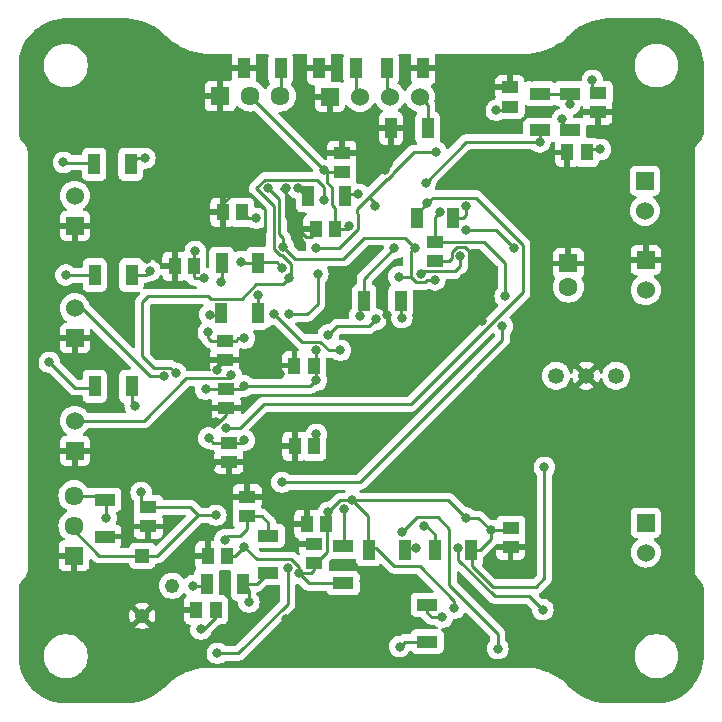
<source format=gbr>
%TF.GenerationSoftware,KiCad,Pcbnew,8.0.0*%
%TF.CreationDate,2024-04-17T18:01:46+02:00*%
%TF.ProjectId,TSAL,5453414c-2e6b-4696-9361-645f70636258,V2.0*%
%TF.SameCoordinates,Original*%
%TF.FileFunction,Copper,L2,Bot*%
%TF.FilePolarity,Positive*%
%FSLAX46Y46*%
G04 Gerber Fmt 4.6, Leading zero omitted, Abs format (unit mm)*
G04 Created by KiCad (PCBNEW 8.0.0) date 2024-04-17 18:01:46*
%MOMM*%
%LPD*%
G01*
G04 APERTURE LIST*
%TA.AperFunction,ComponentPad*%
%ADD10R,1.530000X1.530000*%
%TD*%
%TA.AperFunction,ComponentPad*%
%ADD11C,1.530000*%
%TD*%
%TA.AperFunction,ComponentPad*%
%ADD12R,1.600000X1.600000*%
%TD*%
%TA.AperFunction,ComponentPad*%
%ADD13C,1.600000*%
%TD*%
%TA.AperFunction,ComponentPad*%
%ADD14R,1.610000X1.610000*%
%TD*%
%TA.AperFunction,ComponentPad*%
%ADD15C,1.610000*%
%TD*%
%TA.AperFunction,ComponentPad*%
%ADD16C,1.350000*%
%TD*%
%TA.AperFunction,ComponentPad*%
%ADD17R,1.217000X1.217000*%
%TD*%
%TA.AperFunction,ComponentPad*%
%ADD18C,1.217000*%
%TD*%
%TA.AperFunction,SMDPad,CuDef*%
%ADD19R,1.070000X1.470000*%
%TD*%
%TA.AperFunction,SMDPad,CuDef*%
%ADD20R,1.470000X1.070000*%
%TD*%
%TA.AperFunction,SMDPad,CuDef*%
%ADD21R,1.800000X1.050000*%
%TD*%
%TA.AperFunction,SMDPad,CuDef*%
%ADD22R,1.050000X1.800000*%
%TD*%
%TA.AperFunction,ViaPad*%
%ADD23C,0.800000*%
%TD*%
%TA.AperFunction,Conductor*%
%ADD24C,0.250000*%
%TD*%
G04 APERTURE END LIST*
D10*
%TO.P,J7,1,1*%
%TO.N,GND*%
X125095000Y-32902680D03*
D11*
%TO.P,J7,2,2*%
%TO.N,/Raw_Int_AIR_1*%
X127635000Y-32902680D03*
%TO.P,J7,3,3*%
%TO.N,/Raw_Int_AIR_2*%
X130175000Y-32902680D03*
%TO.P,J7,4,4*%
%TO.N,/Raw_Int_PreCharge*%
X132715000Y-32902680D03*
%TD*%
D10*
%TO.P,J6,1,1*%
%TO.N,GND*%
X151840000Y-46720000D03*
D11*
%TO.P,J6,2,2*%
%TO.N,+12V*%
X151840000Y-49260000D03*
%TD*%
D12*
%TO.P,C13,1*%
%TO.N,GND*%
X145295120Y-47012197D03*
D13*
%TO.P,C13,2*%
%TO.N,+12V*%
X145295120Y-49012197D03*
%TD*%
D10*
%TO.P,J2,1,1*%
%TO.N,GND*%
X103505000Y-53340000D03*
D11*
%TO.P,J2,2,2*%
%TO.N,/AIR_2*%
X103505000Y-50800000D03*
%TD*%
D10*
%TO.P,J5,1,1*%
%TO.N,+12V*%
X151840000Y-68945000D03*
D11*
%TO.P,J5,2,2*%
%TO.N,Net-(J5-Pad2)*%
X151840000Y-71485000D03*
%TD*%
D14*
%TO.P,J8,1,1*%
%TO.N,GND*%
X115815000Y-32827680D03*
D15*
%TO.P,J8,2,2*%
%TO.N,+5V*%
X118355000Y-32827680D03*
%TO.P,J8,3,3*%
%TO.N,/Raw_DC-Link_In*%
X120895000Y-32827680D03*
%TD*%
D14*
%TO.P,J4,1,1*%
%TO.N,GND*%
X103430000Y-71755000D03*
D15*
%TO.P,J4,2,2*%
%TO.N,+5V*%
X103430000Y-69215000D03*
%TO.P,J4,3,3*%
%TO.N,/Raw_VoltageAIR*%
X103430000Y-66675000D03*
%TD*%
D10*
%TO.P,J9,1,1*%
%TO.N,+12V*%
X151765000Y-40005000D03*
D11*
%TO.P,J9,2,2*%
%TO.N,Net-(J9-Pad2)*%
X151765000Y-42545000D03*
%TD*%
D16*
%TO.P,PS1,1,+VIN*%
%TO.N,+12V*%
X149342320Y-56515000D03*
%TO.P,PS1,2,GND*%
%TO.N,GND*%
X146802320Y-56515000D03*
%TO.P,PS1,3,+VOUT*%
%TO.N,+5V*%
X144262320Y-56515000D03*
%TD*%
D17*
%TO.P,RV1,1,CCW*%
%TO.N,+5V*%
X109215000Y-71755000D03*
D18*
%TO.P,RV1,2,WIPER*%
%TO.N,Net-(CP1-IN-)*%
X111755000Y-74295000D03*
%TO.P,RV1,3,CW*%
%TO.N,GND*%
X109215000Y-76835000D03*
%TD*%
D10*
%TO.P,J1,1,1*%
%TO.N,GND*%
X103505000Y-43815000D03*
D11*
%TO.P,J1,2,2*%
%TO.N,/AIR_1*%
X103505000Y-41275000D03*
%TD*%
D10*
%TO.P,J3,1,1*%
%TO.N,GND*%
X103505000Y-62865000D03*
D11*
%TO.P,J3,2,2*%
%TO.N,/PreCharge*%
X103505000Y-60325000D03*
%TD*%
D19*
%TO.P,C19,1*%
%TO.N,GND*%
X145210872Y-37613489D03*
%TO.P,C19,2*%
%TO.N,Net-(TI1-CONTROL_VOLTAGE)*%
X146850872Y-37613489D03*
%TD*%
D20*
%TO.P,C21,1*%
%TO.N,Net-(CP1-IN+)*%
X118110000Y-68384000D03*
%TO.P,C21,2*%
%TO.N,GND*%
X118110000Y-66744000D03*
%TD*%
D21*
%TO.P,R17,1*%
%TO.N,Net-(TI1-THRESHOLD)*%
X145415000Y-35727500D03*
%TO.P,R17,2*%
%TO.N,Net-(TI1-DISCHARGE)*%
X145415000Y-32627500D03*
%TD*%
D19*
%TO.P,C17,1*%
%TO.N,GND*%
X122116000Y-62484000D03*
%TO.P,C17,2*%
%TO.N,+5V*%
X123756000Y-62484000D03*
%TD*%
D22*
%TO.P,R10,1*%
%TO.N,Net-(G15-Pad4)*%
X117755000Y-74168000D03*
%TO.P,R10,2*%
%TO.N,Net-(D6-K)*%
X114655000Y-74168000D03*
%TD*%
D21*
%TO.P,R35,1*%
%TO.N,/dis2*%
X126238000Y-70967000D03*
%TO.P,R35,2*%
%TO.N,+5V*%
X126238000Y-74067000D03*
%TD*%
D20*
%TO.P,C1,1*%
%TO.N,GND*%
X123747236Y-70766062D03*
%TO.P,C1,2*%
%TO.N,+5V*%
X123747236Y-72406062D03*
%TD*%
D19*
%TO.P,C11,1*%
%TO.N,GND*%
X122100905Y-55652074D03*
%TO.P,C11,2*%
%TO.N,+5V*%
X123740905Y-55652074D03*
%TD*%
D22*
%TO.P,R5,1*%
%TO.N,Net-(D3-A)*%
X108305000Y-47990000D03*
%TO.P,R5,2*%
%TO.N,+5V*%
X105205000Y-47990000D03*
%TD*%
D20*
%TO.P,C7,1*%
%TO.N,GND*%
X109728000Y-69277650D03*
%TO.P,C7,2*%
%TO.N,+5V*%
X109728000Y-67637650D03*
%TD*%
D22*
%TO.P,R34,1*%
%TO.N,Net-(D11-A)*%
X135535000Y-43180000D03*
%TO.P,R34,2*%
%TO.N,/Int_PreCharge*%
X132435000Y-43180000D03*
%TD*%
D19*
%TO.P,C14,1*%
%TO.N,GND*%
X123132000Y-69088000D03*
%TO.P,C14,2*%
%TO.N,+5V*%
X124772000Y-69088000D03*
%TD*%
D20*
%TO.P,C5,1*%
%TO.N,GND*%
X147790967Y-34222001D03*
%TO.P,C5,2*%
%TO.N,+5V*%
X147790967Y-32582001D03*
%TD*%
D22*
%TO.P,R32,1*%
%TO.N,Net-(D10-A)*%
X123265000Y-41275000D03*
%TO.P,R32,2*%
%TO.N,/Int_AIR_2*%
X126365000Y-41275000D03*
%TD*%
%TO.P,R33,1*%
%TO.N,/PRE*%
X133959000Y-71247000D03*
%TO.P,R33,2*%
%TO.N,+5V*%
X137059000Y-71247000D03*
%TD*%
D19*
%TO.P,C18,1*%
%TO.N,GND*%
X114750000Y-71755000D03*
%TO.P,C18,2*%
%TO.N,+5V*%
X116390000Y-71755000D03*
%TD*%
D22*
%TO.P,R11,1*%
%TO.N,GND*%
X124180000Y-30480000D03*
%TO.P,R11,2*%
%TO.N,/Raw_Int_AIR_1*%
X127280000Y-30480000D03*
%TD*%
%TO.P,R14,1*%
%TO.N,GND*%
X130276000Y-35560000D03*
%TO.P,R14,2*%
%TO.N,/Raw_Int_PreCharge*%
X133376000Y-35560000D03*
%TD*%
D20*
%TO.P,C3,1*%
%TO.N,GND*%
X133975279Y-46818306D03*
%TO.P,C3,2*%
%TO.N,+5V*%
X133975279Y-45178306D03*
%TD*%
D21*
%TO.P,R16,1*%
%TO.N,GND*%
X106045000Y-70130000D03*
%TO.P,R16,2*%
%TO.N,/Raw_VoltageAIR*%
X106045000Y-67030000D03*
%TD*%
D20*
%TO.P,C20,1*%
%TO.N,GND*%
X116528000Y-63812000D03*
%TO.P,C20,2*%
%TO.N,+5V*%
X116528000Y-62172000D03*
%TD*%
D19*
%TO.P,C2,1*%
%TO.N,GND*%
X113792000Y-76327000D03*
%TO.P,C2,2*%
%TO.N,+5V*%
X115432000Y-76327000D03*
%TD*%
%TO.P,C16,1*%
%TO.N,GND*%
X116020000Y-42672000D03*
%TO.P,C16,2*%
%TO.N,+5V*%
X117660000Y-42672000D03*
%TD*%
D21*
%TO.P,R19,1*%
%TO.N,Net-(G15-Pad4)*%
X119888000Y-73178000D03*
%TO.P,R19,2*%
%TO.N,Net-(CP1-IN+)*%
X119888000Y-70078000D03*
%TD*%
D22*
%TO.P,R12,1*%
%TO.N,GND*%
X132995000Y-30480000D03*
%TO.P,R12,2*%
%TO.N,/Raw_Int_AIR_2*%
X129895000Y-30480000D03*
%TD*%
D19*
%TO.P,C4,1*%
%TO.N,GND*%
X123894000Y-44069000D03*
%TO.P,C4,2*%
%TO.N,+5V*%
X125534000Y-44069000D03*
%TD*%
D22*
%TO.P,R29,1*%
%TO.N,Net-(D8-A)*%
X131090000Y-50165000D03*
%TO.P,R29,2*%
%TO.N,/DC-Link_In*%
X127990000Y-50165000D03*
%TD*%
D21*
%TO.P,R15,1*%
%TO.N,Net-(TI1-DISCHARGE)*%
X142875000Y-32627500D03*
%TO.P,R15,2*%
%TO.N,/DC-Link_In*%
X142875000Y-35727500D03*
%TD*%
D20*
%TO.P,C8,1*%
%TO.N,GND*%
X140393322Y-71052060D03*
%TO.P,C8,2*%
%TO.N,+5V*%
X140393322Y-69412060D03*
%TD*%
%TO.P,C15,1*%
%TO.N,GND*%
X140335000Y-32087500D03*
%TO.P,C15,2*%
%TO.N,Net-(TI1-THRESHOLD)*%
X140335000Y-33727500D03*
%TD*%
%TO.P,C9,1*%
%TO.N,GND*%
X126091553Y-37634380D03*
%TO.P,C9,2*%
%TO.N,+5V*%
X126091553Y-39274380D03*
%TD*%
D22*
%TO.P,R36,1*%
%TO.N,/CLR*%
X131471000Y-71247000D03*
%TO.P,R36,2*%
%TO.N,+5V*%
X128371000Y-71247000D03*
%TD*%
D20*
%TO.P,C12,1*%
%TO.N,GND*%
X116332000Y-59240000D03*
%TO.P,C12,2*%
%TO.N,+5V*%
X116332000Y-57600000D03*
%TD*%
%TO.P,C6,1*%
%TO.N,GND*%
X116205000Y-55176000D03*
%TO.P,C6,2*%
%TO.N,+5V*%
X116205000Y-53536000D03*
%TD*%
D22*
%TO.P,R9,1*%
%TO.N,/Lightning_cond*%
X119025000Y-46990000D03*
%TO.P,R9,2*%
%TO.N,Net-(D5-A)*%
X115925000Y-46990000D03*
%TD*%
%TO.P,R8,1*%
%TO.N,Net-(D4-A)*%
X108305000Y-57404000D03*
%TO.P,R8,2*%
%TO.N,+5V*%
X105205000Y-57404000D03*
%TD*%
%TO.P,R13,1*%
%TO.N,GND*%
X117830000Y-30480000D03*
%TO.P,R13,2*%
%TO.N,/Raw_DC-Link_In*%
X120930000Y-30480000D03*
%TD*%
%TO.P,R31,1*%
%TO.N,Net-(D9-A)*%
X115918450Y-51243969D03*
%TO.P,R31,2*%
%TO.N,/Int_AIR_1*%
X119018450Y-51243969D03*
%TD*%
%TO.P,R3,1*%
%TO.N,Net-(D1-A)*%
X108230000Y-38608000D03*
%TO.P,R3,2*%
%TO.N,+5V*%
X105130000Y-38608000D03*
%TD*%
D19*
%TO.P,C10,1*%
%TO.N,GND*%
X111956000Y-47244000D03*
%TO.P,C10,2*%
%TO.N,+5V*%
X113596000Y-47244000D03*
%TD*%
D21*
%TO.P,R1,1*%
%TO.N,/INT*%
X133350000Y-79020000D03*
%TO.P,R1,2*%
%TO.N,Net-(D2-K)*%
X133350000Y-75920000D03*
%TD*%
D23*
%TO.N,Net-(CP1-IN+)*%
X116179600Y-70419998D03*
%TO.N,+5V*%
X147320000Y-31496000D03*
X115443000Y-68326000D03*
X124564500Y-39121659D03*
X138715321Y-69616881D03*
X109118400Y-66395600D03*
X117859500Y-57396436D03*
X135636000Y-76200000D03*
X134410498Y-42672000D03*
X123952000Y-61468000D03*
X126746000Y-43815000D03*
X117859500Y-53340000D03*
X117859500Y-61976000D03*
X143256000Y-64262000D03*
X123952000Y-54345498D03*
X114808000Y-52832000D03*
X113695952Y-45989450D03*
X127000000Y-67056000D03*
X114581000Y-57652837D03*
X114173000Y-77978000D03*
X114822336Y-61798065D03*
X139929502Y-49784000D03*
X102735498Y-47990000D03*
X102537100Y-38456953D03*
X124968000Y-53048500D03*
X123952000Y-56896000D03*
X136647701Y-68575701D03*
X101346000Y-55372000D03*
X118872000Y-43180000D03*
X124968000Y-68072000D03*
X117867940Y-70987030D03*
X128979991Y-51744786D03*
X114410500Y-48260000D03*
X122474424Y-73221636D03*
%TO.N,Net-(D1-A)*%
X109429502Y-38100000D03*
%TO.N,Net-(D2-K)*%
X134620000Y-76962000D03*
%TO.N,Net-(D3-A)*%
X109855000Y-47625000D03*
%TO.N,Net-(D4-A)*%
X108622500Y-59055000D03*
%TO.N,Net-(D5-A)*%
X115876702Y-48565004D03*
%TO.N,Net-(D9-A)*%
X114935000Y-51345500D03*
%TO.N,Net-(D10-A)*%
X122428000Y-40640000D03*
%TO.N,Net-(D11-A)*%
X136652000Y-42164000D03*
%TO.N,GND*%
X129756500Y-39116000D03*
X142240000Y-73152000D03*
X116332000Y-40132000D03*
X124968000Y-76200000D03*
X109594681Y-46649425D03*
X115469596Y-60437044D03*
X138684000Y-48260000D03*
X137935916Y-51849186D03*
X111252000Y-60833000D03*
X130556000Y-76200000D03*
X128016000Y-73914000D03*
X129912202Y-51384248D03*
X136435500Y-48260000D03*
X139573000Y-39624000D03*
X125095000Y-51562000D03*
X115062000Y-64135000D03*
X117621654Y-45229475D03*
X119932869Y-52813187D03*
X120904000Y-56388000D03*
X142240000Y-31204500D03*
X113030000Y-71501000D03*
X120396000Y-60960000D03*
X126728727Y-62629164D03*
X121412000Y-77089000D03*
X112395000Y-64135000D03*
X121412000Y-40639500D03*
X115532500Y-56015500D03*
X110871000Y-51943000D03*
%TO.N,/CLR*%
X132397500Y-71120000D03*
%TO.N,/PRE*%
X133032500Y-69215000D03*
%TO.N,/SCS compliance*%
X136652000Y-44196000D03*
X140716000Y-45720000D03*
%TO.N,/DC-Link_In*%
X127635000Y-51435000D03*
X130556000Y-45720000D03*
X133194642Y-40160358D03*
X142875000Y-36717500D03*
%TO.N,/4.25V*%
X133985000Y-48402806D03*
X119888000Y-40640000D03*
X130937000Y-48133000D03*
X132269385Y-45657615D03*
X121158000Y-45593000D03*
%TO.N,/0.75V*%
X124079000Y-47879000D03*
X132842000Y-47879000D03*
X134112000Y-37592000D03*
X123952000Y-45720000D03*
X136144000Y-46369451D03*
X121666000Y-51308000D03*
X128905000Y-42164000D03*
%TO.N,/VoltageAIR*%
X139704299Y-52328299D03*
X121031000Y-65532000D03*
%TO.N,/Raw_VoltageAIR*%
X106172000Y-68580000D03*
%TO.N,/AIR_2*%
X111087360Y-56546182D03*
%TO.N,/PreCharge*%
X116730500Y-56465498D03*
%TO.N,Net-(D6-K)*%
X113538000Y-74295000D03*
%TO.N,Net-(D8-A)*%
X131186701Y-51599500D03*
%TO.N,/Int_AIR_1*%
X119009898Y-49713996D03*
%TO.N,/Int_AIR_2*%
X127508000Y-41148000D03*
X112060321Y-56317375D03*
X124564500Y-41656000D03*
X121666000Y-48260000D03*
%TO.N,/Int_PreCharge*%
X133350000Y-41910000D03*
X116332000Y-60960000D03*
%TO.N,/Int_log*%
X121543299Y-72766701D03*
X115570000Y-80010000D03*
%TO.N,Net-(TI1-THRESHOLD)*%
X139192000Y-34036000D03*
X144780000Y-34812500D03*
%TO.N,Net-(TI1-CONTROL_VOLTAGE)*%
X148004502Y-37352500D03*
%TO.N,/INT*%
X131006862Y-79457347D03*
%TO.N,/Lightning_cond*%
X121064500Y-47371000D03*
X120396000Y-51308000D03*
X125989500Y-54356000D03*
X117580029Y-46854569D03*
%TO.N,Net-(TI1-DISCHARGE)*%
X145415000Y-33542500D03*
%TO.N,Net-(G15-Pad4)*%
X118237000Y-75692000D03*
%TO.N,/dis2*%
X126297890Y-67780500D03*
X139319000Y-79629000D03*
X131191000Y-69747498D03*
%TO.N,/dis1*%
X143129000Y-76327000D03*
X135934498Y-71120000D03*
%TD*%
D24*
%TO.N,Net-(CP1-IN+)*%
X119311000Y-68384000D02*
X119888000Y-68961000D01*
X117475000Y-70104000D02*
X118110000Y-69469000D01*
X116495598Y-70104000D02*
X117475000Y-70104000D01*
X116179600Y-70419998D02*
X116495598Y-70104000D01*
X119888000Y-68961000D02*
X119888000Y-70078000D01*
X118110000Y-68384000D02*
X119311000Y-68384000D01*
X118110000Y-69469000D02*
X118110000Y-68384000D01*
%TO.N,+5V*%
X143256000Y-64262000D02*
X143256000Y-73660000D01*
X117859500Y-57396436D02*
X117655936Y-57600000D01*
X123747236Y-72975764D02*
X123747236Y-72406062D01*
X117867940Y-70987030D02*
X117099970Y-71755000D01*
X109728000Y-67637650D02*
X113230650Y-67637650D01*
X142531000Y-74385000D02*
X138881255Y-74385000D01*
X137674141Y-68575701D02*
X137678440Y-68580000D01*
X138715321Y-70326679D02*
X138715321Y-69616881D01*
X133975279Y-43107219D02*
X133975279Y-45178306D01*
X117099970Y-71755000D02*
X116390000Y-71755000D01*
X114427000Y-77978000D02*
X115432000Y-76973000D01*
X117348000Y-53340000D02*
X117152000Y-53536000D01*
X124564500Y-39121659D02*
X124717221Y-39274380D01*
X114822336Y-61798065D02*
X115196271Y-62172000D01*
X123451564Y-57396436D02*
X123952000Y-56896000D01*
X101346000Y-55372000D02*
X103489000Y-57515000D01*
X136647701Y-68575701D02*
X137674141Y-68575701D01*
X110490000Y-71755000D02*
X105580000Y-71755000D01*
X113596000Y-47244000D02*
X113596000Y-46089402D01*
X114808000Y-52832000D02*
X114808000Y-53340000D01*
X139929502Y-49784000D02*
X139929502Y-46965502D01*
X109118400Y-66395600D02*
X109118400Y-67103817D01*
X123947236Y-72406062D02*
X124890611Y-71462687D01*
X137795000Y-71247000D02*
X138715321Y-70326679D01*
X128979991Y-51744786D02*
X128379863Y-52344914D01*
X109118400Y-67103817D02*
X109652233Y-67637650D01*
X147320000Y-32111034D02*
X147790967Y-32582001D01*
X138881255Y-74385000D02*
X137122500Y-72626245D01*
X128307500Y-71120000D02*
X128307500Y-68363500D01*
X123501364Y-73221636D02*
X123747236Y-72975764D01*
X130556000Y-72644000D02*
X129032000Y-71120000D01*
X123952000Y-55863169D02*
X123952000Y-56896000D01*
X125984000Y-67056000D02*
X124968000Y-68072000D01*
X124801700Y-39274380D02*
X118355000Y-32827680D01*
X125671586Y-52344914D02*
X124968000Y-53048500D01*
X102545147Y-38465000D02*
X102537100Y-38456953D01*
X123952000Y-61468000D02*
X123952000Y-62288000D01*
X113596000Y-46089402D02*
X113695952Y-45989450D01*
X137678440Y-68580000D02*
X138715321Y-69616881D01*
X114581000Y-57652837D02*
X116279163Y-57652837D01*
X127000000Y-67056000D02*
X125984000Y-67056000D01*
X105205000Y-38465000D02*
X102545147Y-38465000D01*
X123319788Y-74067000D02*
X122474424Y-73221636D01*
X126492000Y-44069000D02*
X126746000Y-43815000D01*
X117867940Y-70987030D02*
X118922611Y-72041701D01*
X125289500Y-42096500D02*
X125289500Y-40588104D01*
X105580000Y-71755000D02*
X103430000Y-69605000D01*
X125289500Y-40588104D02*
X124841000Y-40139604D01*
X117655936Y-57600000D02*
X116739128Y-57600000D01*
X137059000Y-71247000D02*
X137795000Y-71247000D01*
X115004000Y-53536000D02*
X116205000Y-53536000D01*
X124841000Y-40139604D02*
X124841000Y-39274380D01*
X124717221Y-39274380D02*
X126091553Y-39274380D01*
X132715000Y-72644000D02*
X130556000Y-72644000D01*
X128379863Y-52344914D02*
X125671586Y-52344914D01*
X113230650Y-67637650D02*
X113919000Y-68326000D01*
X126238000Y-74067000D02*
X123319788Y-74067000D01*
X125534000Y-44069000D02*
X126492000Y-44069000D01*
X122474424Y-72672521D02*
X122474424Y-73221636D01*
X117859500Y-53340000D02*
X117348000Y-53340000D01*
X117859500Y-61976000D02*
X117663500Y-62172000D01*
X115432000Y-76973000D02*
X115432000Y-76327000D01*
X113596000Y-48191000D02*
X113596000Y-47752000D01*
X135636000Y-75565000D02*
X132715000Y-72644000D01*
X102735498Y-47990000D02*
X105205000Y-47990000D01*
X118872000Y-43180000D02*
X118168000Y-43180000D01*
X103489000Y-57515000D02*
X105130000Y-57515000D01*
X115443000Y-68326000D02*
X113919000Y-68326000D01*
X137122500Y-72626245D02*
X137122500Y-71247000D01*
X126091553Y-39274380D02*
X124801700Y-39274380D01*
X117152000Y-53536000D02*
X116205000Y-53536000D01*
X115196271Y-62172000D02*
X116528000Y-62172000D01*
X129032000Y-71120000D02*
X128307500Y-71120000D01*
X124841000Y-39274380D02*
X126091553Y-39274380D01*
X118168000Y-43180000D02*
X117660000Y-42672000D01*
X134410498Y-42672000D02*
X133975279Y-43107219D01*
X124968000Y-68072000D02*
X124968000Y-68892000D01*
X136647701Y-68575701D02*
X135128000Y-67056000D01*
X113919000Y-68326000D02*
X110490000Y-71755000D01*
X147320000Y-31496000D02*
X147320000Y-32111034D01*
X135636000Y-76200000D02*
X135636000Y-75565000D01*
X121843604Y-72041701D02*
X122474424Y-72672521D01*
X124890611Y-71462687D02*
X124890611Y-69361389D01*
X135128000Y-67056000D02*
X127000000Y-67056000D01*
X117859500Y-57396436D02*
X123451564Y-57396436D01*
X125289500Y-42096500D02*
X125534000Y-42341000D01*
X125534000Y-42341000D02*
X125534000Y-44069000D01*
X114173000Y-77978000D02*
X114427000Y-77978000D01*
X118922611Y-72041701D02*
X121843604Y-72041701D01*
X138142306Y-45178306D02*
X133975279Y-45178306D01*
X128307500Y-68363500D02*
X127000000Y-67056000D01*
X138715321Y-69616881D02*
X140188501Y-69616881D01*
X113665000Y-48260000D02*
X113596000Y-48191000D01*
X143256000Y-73660000D02*
X142531000Y-74385000D01*
X114808000Y-53340000D02*
X115004000Y-53536000D01*
X123952000Y-54345498D02*
X123952000Y-55440979D01*
X139929502Y-46965502D02*
X138142306Y-45178306D01*
X122474424Y-73221636D02*
X123501364Y-73221636D01*
X114410500Y-48260000D02*
X113665000Y-48260000D01*
X117663500Y-62172000D02*
X116528000Y-62172000D01*
%TO.N,Net-(D1-A)*%
X108738000Y-38100000D02*
X108230000Y-38608000D01*
X109429502Y-38100000D02*
X108738000Y-38100000D01*
%TO.N,Net-(D2-K)*%
X134620000Y-76962000D02*
X133731000Y-76962000D01*
X133731000Y-76962000D02*
X133350000Y-76581000D01*
X133350000Y-76581000D02*
X133350000Y-75920000D01*
%TO.N,Net-(D3-A)*%
X109490000Y-47990000D02*
X109855000Y-47625000D01*
X108305000Y-47990000D02*
X109490000Y-47990000D01*
%TO.N,Net-(D4-A)*%
X108622500Y-59055000D02*
X108305000Y-58737500D01*
X108305000Y-58737500D02*
X108305000Y-57404000D01*
%TO.N,Net-(D5-A)*%
X115925000Y-48516706D02*
X115925000Y-46990000D01*
X115876702Y-48565004D02*
X115925000Y-48516706D01*
%TO.N,Net-(D9-A)*%
X114935000Y-51345500D02*
X115816919Y-51345500D01*
%TO.N,Net-(D10-A)*%
X123063000Y-41275000D02*
X122428000Y-40640000D01*
%TO.N,Net-(D11-A)*%
X136360444Y-43180000D02*
X135535000Y-43180000D01*
X136652000Y-42164000D02*
X136652000Y-42888444D01*
X136652000Y-42888444D02*
X136360444Y-43180000D01*
%TO.N,GND*%
X116020000Y-41968000D02*
X116020000Y-42672000D01*
X135419000Y-46069146D02*
X135843695Y-45644451D01*
X119597000Y-42381000D02*
X118364000Y-41148000D01*
X118727525Y-45229475D02*
X119597000Y-44360000D01*
X116332000Y-59817000D02*
X116332000Y-59240000D01*
X119597000Y-44360000D02*
X119597000Y-42381000D01*
X136869000Y-47244000D02*
X137668000Y-47244000D01*
X137668000Y-47244000D02*
X138684000Y-48260000D01*
X136869000Y-45937000D02*
X136869000Y-47244000D01*
X136869000Y-47826500D02*
X136435500Y-48260000D01*
X135843695Y-45644451D02*
X136576451Y-45644451D01*
X133975279Y-46818306D02*
X135172694Y-46818306D01*
X113030000Y-71501000D02*
X113284000Y-71755000D01*
X141351000Y-73152000D02*
X142240000Y-73152000D01*
X115532500Y-55848500D02*
X116205000Y-55176000D01*
X136576451Y-45644451D02*
X136869000Y-45937000D01*
X130276000Y-38596500D02*
X130276000Y-35560000D01*
X116840000Y-41148000D02*
X116020000Y-41968000D01*
X135172694Y-46818306D02*
X135419000Y-46572000D01*
X123107253Y-44792649D02*
X121412000Y-43097396D01*
X136869000Y-47244000D02*
X136869000Y-47826500D01*
X123480045Y-44792649D02*
X123107253Y-44792649D01*
X135419000Y-46572000D02*
X135419000Y-46069146D01*
X129756500Y-39116000D02*
X130276000Y-38596500D01*
X118364000Y-41148000D02*
X116840000Y-41148000D01*
X140393322Y-72194322D02*
X141351000Y-73152000D01*
X117621654Y-45229475D02*
X118727525Y-45229475D01*
X115532500Y-56015500D02*
X115532500Y-55848500D01*
X121412000Y-43097396D02*
X121412000Y-40639500D01*
X140393322Y-71052060D02*
X140393322Y-72194322D01*
X113284000Y-71755000D02*
X114750000Y-71755000D01*
X123894000Y-44378694D02*
X123480045Y-44792649D01*
X115711956Y-60437044D02*
X116332000Y-59817000D01*
X115469596Y-60437044D02*
X115711956Y-60437044D01*
%TO.N,/CLR*%
X131407500Y-71120000D02*
X132397500Y-71120000D01*
%TO.N,/PRE*%
X133032500Y-69215000D02*
X133223000Y-69215000D01*
X133959000Y-69951000D02*
X133959000Y-71247000D01*
X133223000Y-69215000D02*
X133959000Y-69951000D01*
%TO.N,/SCS compliance*%
X136652000Y-44196000D02*
X139192000Y-44196000D01*
X139192000Y-44196000D02*
X140716000Y-45720000D01*
%TO.N,/DC-Link_In*%
X142875000Y-35727500D02*
X142875000Y-36717500D01*
X133194642Y-40160358D02*
X136637500Y-36717500D01*
X130556000Y-45720000D02*
X127990000Y-48286000D01*
X127990000Y-48286000D02*
X127990000Y-50165000D01*
X127635000Y-51435000D02*
X127635000Y-50520000D01*
X136637500Y-36717500D02*
X142875000Y-36717500D01*
%TO.N,/4.25V*%
X132269385Y-45657615D02*
X131953000Y-45974000D01*
X121158000Y-44859837D02*
X120793649Y-44495486D01*
X128016000Y-44831000D02*
X126238000Y-46609000D01*
X133985000Y-48402806D02*
X133343499Y-48402806D01*
X121158000Y-45593000D02*
X121158000Y-44859837D01*
X120793649Y-41545649D02*
X119888000Y-40640000D01*
X133142305Y-48604000D02*
X132424000Y-48604000D01*
X126238000Y-46609000D02*
X122174000Y-46609000D01*
X122174000Y-46609000D02*
X121158000Y-45593000D01*
X131953000Y-45974000D02*
X131953000Y-48133000D01*
X131442770Y-44831000D02*
X128016000Y-44831000D01*
X132424000Y-48604000D02*
X131953000Y-48133000D01*
X130937000Y-48133000D02*
X131953000Y-48133000D01*
X120793649Y-44495486D02*
X120793649Y-41545649D01*
X132269385Y-45657615D02*
X131442770Y-44831000D01*
X133343499Y-48402806D02*
X133142305Y-48604000D01*
%TO.N,/0.75V*%
X127471000Y-42840004D02*
X127471000Y-44115305D01*
X132842000Y-47879000D02*
X133042694Y-47678306D01*
X129958000Y-39841000D02*
X130056805Y-39841000D01*
X127405498Y-42774502D02*
X127405498Y-42393502D01*
X121666000Y-51308000D02*
X123190000Y-51308000D01*
X128905000Y-42164000D02*
X128905000Y-41910000D01*
X123190000Y-51308000D02*
X124079000Y-50419000D01*
X127405498Y-42393502D02*
X128397000Y-41402000D01*
X125866305Y-45720000D02*
X123952000Y-45720000D01*
X128397000Y-41402000D02*
X129958000Y-39841000D01*
X133042694Y-47678306D02*
X135709694Y-47678306D01*
X135709694Y-47678306D02*
X136144000Y-47244000D01*
X132207000Y-37592000D02*
X134112000Y-37592000D01*
X124079000Y-50419000D02*
X124079000Y-47879000D01*
X127471000Y-44115305D02*
X125866305Y-45720000D01*
X128905000Y-41910000D02*
X128397000Y-41402000D01*
X130481500Y-39317500D02*
X132207000Y-37592000D01*
X130056805Y-39841000D02*
X130481500Y-39416305D01*
X136144000Y-47244000D02*
X136144000Y-46369451D01*
X130481500Y-39416305D02*
X130481500Y-39317500D01*
X127405498Y-42774502D02*
X127471000Y-42840004D01*
%TO.N,/VoltageAIR*%
X127635000Y-65532000D02*
X139704299Y-53462701D01*
X121031000Y-65532000D02*
X127635000Y-65532000D01*
X139704299Y-53462701D02*
X139704299Y-52328299D01*
%TO.N,/Raw_VoltageAIR*%
X105690000Y-66675000D02*
X103430000Y-66675000D01*
X106172000Y-68580000D02*
X106172000Y-67157000D01*
%TO.N,/AIR_2*%
X109886182Y-56546182D02*
X104140000Y-50800000D01*
X111087360Y-56546182D02*
X109886182Y-56546182D01*
%TO.N,/PreCharge*%
X109347000Y-60325000D02*
X103505000Y-60325000D01*
X116455498Y-56740500D02*
X112931500Y-56740500D01*
X112931500Y-56740500D02*
X109347000Y-60325000D01*
X116730500Y-56465498D02*
X116455498Y-56740500D01*
%TO.N,Net-(D6-K)*%
X113538000Y-74295000D02*
X114528000Y-74295000D01*
%TO.N,Net-(D8-A)*%
X131090000Y-51502799D02*
X131090000Y-50165000D01*
X131186701Y-51599500D02*
X131090000Y-51502799D01*
%TO.N,/Int_AIR_1*%
X119018450Y-49722548D02*
X119018450Y-51243969D01*
X119009898Y-49713996D02*
X119018450Y-49722548D01*
%TO.N,/Int_AIR_2*%
X124564500Y-41656000D02*
X124564500Y-40499500D01*
X118872000Y-40649305D02*
X120343649Y-42120954D01*
X119587695Y-39915000D02*
X118872000Y-40630695D01*
X121789500Y-48136500D02*
X121666000Y-48260000D01*
X109220000Y-50292000D02*
X109220000Y-54864000D01*
X120343649Y-42120954D02*
X120343649Y-45803954D01*
X117621031Y-50018969D02*
X115042969Y-50018969D01*
X123980000Y-39915000D02*
X119587695Y-39915000D01*
X121666000Y-48260000D02*
X121158000Y-48768000D01*
X121036805Y-46318000D02*
X121789500Y-47070695D01*
X109220000Y-54864000D02*
X110177182Y-55821182D01*
X114808000Y-49784000D02*
X109728000Y-49784000D01*
X121789500Y-47070695D02*
X121789500Y-48136500D01*
X121158000Y-48768000D02*
X118872000Y-48768000D01*
X118872000Y-40630695D02*
X118872000Y-40649305D01*
X110177182Y-55821182D02*
X111564128Y-55821182D01*
X111564128Y-55821182D02*
X112060321Y-56317375D01*
X127508000Y-41148000D02*
X126492000Y-41148000D01*
X124564500Y-40499500D02*
X123980000Y-39915000D01*
X118872000Y-48768000D02*
X117621031Y-50018969D01*
X120857695Y-46318000D02*
X121036805Y-46318000D01*
X109728000Y-49784000D02*
X109220000Y-50292000D01*
X115042969Y-50018969D02*
X114808000Y-49784000D01*
X120343649Y-45803954D02*
X120857695Y-46318000D01*
%TO.N,/Int_PreCharge*%
X132435000Y-42825000D02*
X133350000Y-41910000D01*
X133350000Y-41910000D02*
X133821000Y-41439000D01*
X133821000Y-41439000D02*
X137460305Y-41439000D01*
X141441000Y-45419695D02*
X141441000Y-49440000D01*
X137460305Y-41439000D02*
X141441000Y-45419695D01*
X117448000Y-60960000D02*
X116332000Y-60960000D01*
X131953000Y-58928000D02*
X119480000Y-58928000D01*
X141441000Y-49440000D02*
X131953000Y-58928000D01*
X119480000Y-58928000D02*
X117448000Y-60960000D01*
%TO.N,/Int_log*%
X117348000Y-80010000D02*
X121543299Y-75814701D01*
X115570000Y-80010000D02*
X117348000Y-80010000D01*
X121543299Y-75814701D02*
X121543299Y-72766701D01*
%TO.N,/Raw_Int_AIR_1*%
X127280000Y-30480000D02*
X127280000Y-32547680D01*
%TO.N,/Raw_Int_AIR_2*%
X129895000Y-30480000D02*
X129895000Y-32622680D01*
%TO.N,/Raw_DC-Link_In*%
X120930000Y-30480000D02*
X120930000Y-32792680D01*
%TO.N,/Raw_Int_PreCharge*%
X133376000Y-33563680D02*
X132995000Y-33182680D01*
X133376000Y-35560000D02*
X133376000Y-33563680D01*
%TO.N,Net-(TI1-THRESHOLD)*%
X144780000Y-35092500D02*
X145415000Y-35727500D01*
X139192000Y-34036000D02*
X140026500Y-34036000D01*
X144780000Y-34812500D02*
X144780000Y-35092500D01*
%TO.N,Net-(TI1-CONTROL_VOLTAGE)*%
X147111861Y-37352500D02*
X148004502Y-37352500D01*
%TO.N,/INT*%
X131006862Y-79457347D02*
X131444209Y-79020000D01*
X131444209Y-79020000D02*
X133350000Y-79020000D01*
%TO.N,/Lightning_cond*%
X124252305Y-53620498D02*
X122708498Y-53620498D01*
X117580029Y-46854569D02*
X117715460Y-46990000D01*
X121064500Y-47371000D02*
X120615700Y-46922200D01*
X122708498Y-53620498D02*
X120396000Y-51308000D01*
X124987807Y-54356000D02*
X124252305Y-53620498D01*
X117715460Y-46990000D02*
X119025000Y-46990000D01*
X125989500Y-54356000D02*
X124987807Y-54356000D01*
X120615700Y-46922200D02*
X119092800Y-46922200D01*
%TO.N,Net-(TI1-DISCHARGE)*%
X142875000Y-32627500D02*
X145415000Y-32627500D01*
X145415000Y-33542500D02*
X145415000Y-32627500D01*
%TO.N,Net-(G15-Pad4)*%
X118237000Y-75692000D02*
X118237000Y-74650000D01*
X118898000Y-74168000D02*
X117755000Y-74168000D01*
X119888000Y-73178000D02*
X118898000Y-74168000D01*
X118237000Y-74650000D02*
X117755000Y-74168000D01*
%TO.N,/dis2*%
X126297890Y-67780500D02*
X126297890Y-70907110D01*
X132448498Y-68490000D02*
X134239000Y-68490000D01*
X131191000Y-69747498D02*
X132448498Y-68490000D01*
X137795000Y-76835000D02*
X139319000Y-78359000D01*
X135209498Y-74249498D02*
X137795000Y-76835000D01*
X139319000Y-78359000D02*
X139319000Y-79629000D01*
X135209498Y-69460498D02*
X135209498Y-74249498D01*
X134239000Y-68490000D02*
X135209498Y-69460498D01*
%TO.N,/dis1*%
X141986000Y-75184000D02*
X143129000Y-76327000D01*
X135934498Y-71120000D02*
X135934498Y-72074639D01*
X135934498Y-72074639D02*
X139043859Y-75184000D01*
X140716000Y-75184000D02*
X141986000Y-75184000D01*
X139043859Y-75184000D02*
X140716000Y-75184000D01*
%TD*%
%TA.AperFunction,Conductor*%
%TO.N,GND*%
G36*
X107679653Y-26250007D02*
G01*
X107892417Y-26252363D01*
X107901821Y-26252826D01*
X108326483Y-26289980D01*
X108337198Y-26291391D01*
X108756311Y-26365292D01*
X108766859Y-26367630D01*
X109079862Y-26451498D01*
X109177940Y-26477778D01*
X109188256Y-26481031D01*
X109588157Y-26626579D01*
X109598145Y-26630715D01*
X109983877Y-26810580D01*
X109993449Y-26815564D01*
X110362017Y-27028350D01*
X110371124Y-27034150D01*
X110588742Y-27186523D01*
X110719748Y-27278251D01*
X110728330Y-27284836D01*
X111054862Y-27558817D01*
X111061876Y-27565174D01*
X111214003Y-27714013D01*
X111214959Y-27714959D01*
X111285534Y-27785534D01*
X111441486Y-27938165D01*
X111775795Y-28218672D01*
X112133280Y-28468976D01*
X112511218Y-28687172D01*
X112906735Y-28871600D01*
X113082485Y-28935566D01*
X113316808Y-29020851D01*
X113316814Y-29020852D01*
X113316820Y-29020855D01*
X113738353Y-29133803D01*
X114168125Y-29209583D01*
X114602867Y-29247620D01*
X114821068Y-29250000D01*
X114821102Y-29250000D01*
X116715842Y-29250000D01*
X116782881Y-29269685D01*
X116828636Y-29322489D01*
X116838580Y-29391647D01*
X116832024Y-29417333D01*
X116811403Y-29472620D01*
X116811401Y-29472627D01*
X116805000Y-29532155D01*
X116805000Y-30230000D01*
X118855000Y-30230000D01*
X118855000Y-29532172D01*
X118854999Y-29532155D01*
X118848598Y-29472627D01*
X118848596Y-29472620D01*
X118827976Y-29417333D01*
X118822992Y-29347641D01*
X118856477Y-29286318D01*
X118917800Y-29252834D01*
X118944158Y-29250000D01*
X119806771Y-29250000D01*
X119873810Y-29269685D01*
X119919565Y-29322489D01*
X119929509Y-29391647D01*
X119922952Y-29417335D01*
X119903011Y-29470795D01*
X119903011Y-29470797D01*
X119896500Y-29531345D01*
X119896500Y-31428654D01*
X119903011Y-31489202D01*
X119903011Y-31489204D01*
X119941666Y-31592839D01*
X119954111Y-31626204D01*
X120011645Y-31703061D01*
X120036062Y-31768523D01*
X120021211Y-31836796D01*
X120000059Y-31865051D01*
X119884958Y-31980151D01*
X119753131Y-32168421D01*
X119753130Y-32168423D01*
X119737382Y-32202196D01*
X119691209Y-32254635D01*
X119624016Y-32273787D01*
X119557135Y-32253571D01*
X119512618Y-32202196D01*
X119496869Y-32168423D01*
X119496868Y-32168421D01*
X119365042Y-31980152D01*
X119202527Y-31817638D01*
X119202521Y-31817633D01*
X119014263Y-31685813D01*
X119014259Y-31685811D01*
X118934087Y-31648426D01*
X118913895Y-31639010D01*
X118861457Y-31592839D01*
X118842305Y-31525645D01*
X118847926Y-31495186D01*
X118846814Y-31494924D01*
X118848598Y-31487372D01*
X118854999Y-31427844D01*
X118855000Y-31427827D01*
X118855000Y-30730000D01*
X116805000Y-30730000D01*
X116805000Y-31399381D01*
X116785315Y-31466420D01*
X116732511Y-31512175D01*
X116671192Y-31522112D01*
X116671153Y-31522858D01*
X116667828Y-31522680D01*
X116065000Y-31522680D01*
X116065000Y-32354253D01*
X116021502Y-32329140D01*
X115885434Y-32292680D01*
X115744566Y-32292680D01*
X115608498Y-32329140D01*
X115565000Y-32354253D01*
X115565000Y-31522680D01*
X114962155Y-31522680D01*
X114902627Y-31529081D01*
X114902620Y-31529083D01*
X114767913Y-31579325D01*
X114767906Y-31579329D01*
X114652812Y-31665489D01*
X114652809Y-31665492D01*
X114566649Y-31780586D01*
X114566645Y-31780593D01*
X114516403Y-31915300D01*
X114516401Y-31915307D01*
X114510000Y-31974835D01*
X114510000Y-32577680D01*
X115341574Y-32577680D01*
X115316460Y-32621178D01*
X115280000Y-32757246D01*
X115280000Y-32898114D01*
X115316460Y-33034182D01*
X115341574Y-33077680D01*
X114510000Y-33077680D01*
X114510000Y-33680524D01*
X114516401Y-33740052D01*
X114516403Y-33740059D01*
X114566645Y-33874766D01*
X114566649Y-33874773D01*
X114652809Y-33989867D01*
X114652812Y-33989870D01*
X114767906Y-34076030D01*
X114767913Y-34076034D01*
X114902620Y-34126276D01*
X114902627Y-34126278D01*
X114962155Y-34132679D01*
X114962172Y-34132680D01*
X115565000Y-34132680D01*
X115565000Y-33301106D01*
X115608498Y-33326220D01*
X115744566Y-33362680D01*
X115885434Y-33362680D01*
X116021502Y-33326220D01*
X116065000Y-33301106D01*
X116065000Y-34132680D01*
X116667828Y-34132680D01*
X116667844Y-34132679D01*
X116727372Y-34126278D01*
X116727379Y-34126276D01*
X116862086Y-34076034D01*
X116862093Y-34076030D01*
X116977187Y-33989870D01*
X116977190Y-33989867D01*
X117063350Y-33874773D01*
X117063354Y-33874766D01*
X117113596Y-33740059D01*
X117115112Y-33725965D01*
X117141849Y-33661413D01*
X117199241Y-33621564D01*
X117269066Y-33619069D01*
X117329156Y-33654721D01*
X117339975Y-33668092D01*
X117344952Y-33675200D01*
X117344958Y-33675207D01*
X117507472Y-33837721D01*
X117507478Y-33837726D01*
X117695736Y-33969546D01*
X117695738Y-33969547D01*
X117695741Y-33969549D01*
X117904041Y-34066681D01*
X118126042Y-34126166D01*
X118285276Y-34140097D01*
X118354998Y-34146197D01*
X118355000Y-34146197D01*
X118355002Y-34146197D01*
X118386734Y-34143420D01*
X118583958Y-34126166D01*
X118583966Y-34126164D01*
X118595368Y-34123108D01*
X118651737Y-34108004D01*
X118721586Y-34109665D01*
X118771512Y-34140096D01*
X121198787Y-36567372D01*
X123618882Y-38987467D01*
X123652367Y-39048790D01*
X123654522Y-39088108D01*
X123651361Y-39118185D01*
X123650996Y-39121659D01*
X123652484Y-39135819D01*
X123653401Y-39144538D01*
X123640832Y-39213268D01*
X123593100Y-39264292D01*
X123530080Y-39281500D01*
X119525296Y-39281500D01*
X119402916Y-39305843D01*
X119402906Y-39305846D01*
X119389047Y-39311587D01*
X119287616Y-39353600D01*
X119183862Y-39422927D01*
X119183858Y-39422930D01*
X118570173Y-40036618D01*
X118468167Y-40138624D01*
X118439780Y-40167011D01*
X118379927Y-40226863D01*
X118310603Y-40330613D01*
X118310598Y-40330622D01*
X118262845Y-40445909D01*
X118262843Y-40445917D01*
X118238500Y-40568296D01*
X118238500Y-40711703D01*
X118262843Y-40834082D01*
X118262845Y-40834090D01*
X118310598Y-40949377D01*
X118310603Y-40949386D01*
X118379928Y-41053137D01*
X118379931Y-41053141D01*
X118693717Y-41366927D01*
X118719870Y-41414823D01*
X118751701Y-41426695D01*
X118765072Y-41438282D01*
X119629581Y-42302790D01*
X119663066Y-42364113D01*
X119658082Y-42433804D01*
X119616210Y-42489738D01*
X119550746Y-42514155D01*
X119482473Y-42499303D01*
X119469014Y-42490789D01*
X119467567Y-42489738D01*
X119328752Y-42388882D01*
X119154288Y-42311206D01*
X119154286Y-42311205D01*
X118967487Y-42271500D01*
X118827500Y-42271500D01*
X118760461Y-42251815D01*
X118714706Y-42199011D01*
X118703500Y-42147500D01*
X118703500Y-41888362D01*
X118703499Y-41888345D01*
X118700157Y-41857270D01*
X118696989Y-41827799D01*
X118683804Y-41792450D01*
X118674522Y-41767564D01*
X118645889Y-41690796D01*
X118578123Y-41600271D01*
X118565955Y-41567648D01*
X118546609Y-41563440D01*
X118531731Y-41553878D01*
X118441204Y-41486111D01*
X118433544Y-41483254D01*
X118304203Y-41435011D01*
X118243654Y-41428500D01*
X118243638Y-41428500D01*
X117076362Y-41428500D01*
X117076345Y-41428500D01*
X117015797Y-41435011D01*
X117015796Y-41435011D01*
X116871172Y-41488953D01*
X116801481Y-41493937D01*
X116784506Y-41488953D01*
X116662380Y-41443403D01*
X116662372Y-41443401D01*
X116602844Y-41437000D01*
X116270000Y-41437000D01*
X116270000Y-43907000D01*
X116602828Y-43907000D01*
X116602844Y-43906999D01*
X116662372Y-43900598D01*
X116662376Y-43900597D01*
X116784506Y-43855045D01*
X116854198Y-43850061D01*
X116871175Y-43855046D01*
X116878794Y-43857888D01*
X116878796Y-43857889D01*
X116943823Y-43882143D01*
X117010463Y-43906999D01*
X117015799Y-43908989D01*
X117041053Y-43911704D01*
X117076345Y-43915499D01*
X117076362Y-43915500D01*
X118243638Y-43915500D01*
X118243651Y-43915499D01*
X118271209Y-43912535D01*
X118278946Y-43911704D01*
X118347705Y-43924108D01*
X118365089Y-43934675D01*
X118415248Y-43971118D01*
X118589712Y-44048794D01*
X118776513Y-44088500D01*
X118967487Y-44088500D01*
X119154288Y-44048794D01*
X119328752Y-43971118D01*
X119483253Y-43858866D01*
X119493998Y-43846931D01*
X119553484Y-43810283D01*
X119623341Y-43811612D01*
X119681390Y-43850498D01*
X119709200Y-43914594D01*
X119710149Y-43929903D01*
X119710149Y-45457500D01*
X119690464Y-45524539D01*
X119637660Y-45570294D01*
X119586149Y-45581500D01*
X118451345Y-45581500D01*
X118390797Y-45588011D01*
X118390795Y-45588011D01*
X118253795Y-45639111D01*
X118136739Y-45726739D01*
X118049111Y-45843794D01*
X118023195Y-45913276D01*
X117981322Y-45969209D01*
X117915857Y-45993624D01*
X117869238Y-45985501D01*
X117868497Y-45987783D01*
X117862315Y-45985774D01*
X117675516Y-45946069D01*
X117484542Y-45946069D01*
X117297743Y-45985774D01*
X117122666Y-46063723D01*
X117053416Y-46073007D01*
X116990140Y-46043378D01*
X116955213Y-45987876D01*
X116954701Y-45988068D01*
X116953779Y-45985598D01*
X116952927Y-45984243D01*
X116952130Y-45981176D01*
X116905070Y-45855006D01*
X116900889Y-45843796D01*
X116813261Y-45726739D01*
X116696204Y-45639111D01*
X116559203Y-45588011D01*
X116498654Y-45581500D01*
X116498638Y-45581500D01*
X115351362Y-45581500D01*
X115351345Y-45581500D01*
X115290797Y-45588011D01*
X115290795Y-45588011D01*
X115153795Y-45639111D01*
X115036739Y-45726739D01*
X114949111Y-45843795D01*
X114898011Y-45980795D01*
X114898011Y-45980797D01*
X114891500Y-46041345D01*
X114891500Y-47288734D01*
X114871815Y-47355773D01*
X114819011Y-47401528D01*
X114749853Y-47411472D01*
X114717063Y-47402013D01*
X114713063Y-47400232D01*
X114659826Y-47354981D01*
X114639506Y-47288131D01*
X114639500Y-47286953D01*
X114639500Y-46460362D01*
X114639499Y-46460345D01*
X114635552Y-46423642D01*
X114632989Y-46399799D01*
X114632987Y-46399795D01*
X114632987Y-46399792D01*
X114586582Y-46275377D01*
X114581597Y-46205686D01*
X114584833Y-46193721D01*
X114589493Y-46179380D01*
X114589494Y-46179378D01*
X114609456Y-45989450D01*
X114589494Y-45799522D01*
X114530479Y-45617894D01*
X114434992Y-45452506D01*
X114307205Y-45310584D01*
X114152704Y-45198332D01*
X113978240Y-45120656D01*
X113978238Y-45120655D01*
X113791439Y-45080950D01*
X113600465Y-45080950D01*
X113413666Y-45120655D01*
X113239198Y-45198333D01*
X113084697Y-45310585D01*
X112956911Y-45452507D01*
X112861425Y-45617893D01*
X112861422Y-45617900D01*
X112812377Y-45768846D01*
X112802410Y-45799522D01*
X112791096Y-45907172D01*
X112789606Y-45921348D01*
X112763021Y-45985962D01*
X112705724Y-46025947D01*
X112635905Y-46028607D01*
X112622952Y-46024568D01*
X112598379Y-46015403D01*
X112598372Y-46015401D01*
X112538844Y-46009000D01*
X112206000Y-46009000D01*
X112206000Y-48479000D01*
X112538828Y-48479000D01*
X112538844Y-48478999D01*
X112598372Y-48472598D01*
X112598376Y-48472597D01*
X112720506Y-48427045D01*
X112790198Y-48422061D01*
X112807175Y-48427046D01*
X112814794Y-48429888D01*
X112814796Y-48429889D01*
X112904191Y-48463232D01*
X112951793Y-48480987D01*
X112951799Y-48480989D01*
X112976108Y-48483602D01*
X113040657Y-48510338D01*
X113065954Y-48538000D01*
X113103928Y-48594832D01*
X113261168Y-48752073D01*
X113350264Y-48811605D01*
X113364925Y-48821401D01*
X113427614Y-48847367D01*
X113480215Y-48869155D01*
X113592310Y-48891452D01*
X113602601Y-48893499D01*
X113602605Y-48893500D01*
X113602606Y-48893500D01*
X113703191Y-48893500D01*
X113770230Y-48913185D01*
X113795339Y-48934526D01*
X113803443Y-48943526D01*
X113833674Y-49006517D01*
X113825051Y-49075852D01*
X113780311Y-49129519D01*
X113713659Y-49150477D01*
X113711295Y-49150500D01*
X109665601Y-49150500D01*
X109543222Y-49174843D01*
X109543210Y-49174846D01*
X109479096Y-49201403D01*
X109409626Y-49208872D01*
X109347147Y-49177596D01*
X109311495Y-49117507D01*
X109313990Y-49047682D01*
X109315440Y-49043568D01*
X109331989Y-48999201D01*
X109337975Y-48943526D01*
X109338499Y-48938654D01*
X109338500Y-48938637D01*
X109338500Y-48747500D01*
X109358185Y-48680461D01*
X109410989Y-48634706D01*
X109462500Y-48623500D01*
X109552395Y-48623500D01*
X109552396Y-48623499D01*
X109674785Y-48599155D01*
X109790075Y-48551400D01*
X109790082Y-48551394D01*
X109795442Y-48548531D01*
X109796713Y-48550908D01*
X109852296Y-48533519D01*
X109854479Y-48533500D01*
X109950487Y-48533500D01*
X110137288Y-48493794D01*
X110311752Y-48416118D01*
X110466253Y-48303866D01*
X110594040Y-48161944D01*
X110689527Y-47996556D01*
X110689528Y-47996552D01*
X110691872Y-47992493D01*
X110742438Y-47944278D01*
X110811045Y-47931054D01*
X110875910Y-47957022D01*
X110916439Y-48013936D01*
X110922548Y-48041236D01*
X110927401Y-48086373D01*
X110927403Y-48086379D01*
X110977645Y-48221086D01*
X110977649Y-48221093D01*
X111063809Y-48336187D01*
X111063812Y-48336190D01*
X111178906Y-48422350D01*
X111178913Y-48422354D01*
X111313620Y-48472596D01*
X111313627Y-48472598D01*
X111373155Y-48478999D01*
X111373172Y-48479000D01*
X111706000Y-48479000D01*
X111706000Y-47494000D01*
X110898243Y-47494000D01*
X110887039Y-47500117D01*
X110817348Y-47495128D01*
X110761417Y-47453254D01*
X110742757Y-47417267D01*
X110689529Y-47253450D01*
X110689528Y-47253449D01*
X110689527Y-47253444D01*
X110594040Y-47088056D01*
X110509352Y-46994000D01*
X110921000Y-46994000D01*
X111706000Y-46994000D01*
X111706000Y-46009000D01*
X111373155Y-46009000D01*
X111313627Y-46015401D01*
X111313620Y-46015403D01*
X111178913Y-46065645D01*
X111178906Y-46065649D01*
X111063812Y-46151809D01*
X111063809Y-46151812D01*
X110977649Y-46266906D01*
X110977645Y-46266913D01*
X110927403Y-46401620D01*
X110927401Y-46401627D01*
X110921000Y-46461155D01*
X110921000Y-46994000D01*
X110509352Y-46994000D01*
X110466253Y-46946134D01*
X110311752Y-46833882D01*
X110137288Y-46756206D01*
X110137286Y-46756205D01*
X109950487Y-46716500D01*
X109759513Y-46716500D01*
X109572714Y-46756205D01*
X109395059Y-46835301D01*
X109325808Y-46844585D01*
X109262532Y-46814956D01*
X109245361Y-46796336D01*
X109193261Y-46726739D01*
X109076204Y-46639111D01*
X108939203Y-46588011D01*
X108878654Y-46581500D01*
X108878638Y-46581500D01*
X107731362Y-46581500D01*
X107731345Y-46581500D01*
X107670797Y-46588011D01*
X107670795Y-46588011D01*
X107533795Y-46639111D01*
X107416739Y-46726739D01*
X107329111Y-46843795D01*
X107278011Y-46980795D01*
X107278011Y-46980797D01*
X107271500Y-47041345D01*
X107271500Y-48938654D01*
X107278011Y-48999202D01*
X107278011Y-48999204D01*
X107316333Y-49101946D01*
X107329111Y-49136204D01*
X107416739Y-49253261D01*
X107533796Y-49340889D01*
X107670799Y-49391989D01*
X107698050Y-49394918D01*
X107731345Y-49398499D01*
X107731362Y-49398500D01*
X108878638Y-49398500D01*
X108878652Y-49398499D01*
X108908945Y-49395242D01*
X108977705Y-49407646D01*
X109028843Y-49455256D01*
X109046123Y-49522955D01*
X109024059Y-49589250D01*
X109009883Y-49606212D01*
X108902100Y-49713996D01*
X108816167Y-49799929D01*
X108772264Y-49843832D01*
X108727927Y-49888168D01*
X108658603Y-49991918D01*
X108658598Y-49991927D01*
X108610845Y-50107214D01*
X108610843Y-50107222D01*
X108586500Y-50229601D01*
X108586500Y-54051233D01*
X108566815Y-54118272D01*
X108514011Y-54164027D01*
X108444853Y-54173971D01*
X108381297Y-54144946D01*
X108374819Y-54138914D01*
X104769146Y-50533242D01*
X104737052Y-50477654D01*
X104706272Y-50362780D01*
X104706271Y-50362779D01*
X104706270Y-50362773D01*
X104612097Y-50160818D01*
X104484284Y-49978283D01*
X104326717Y-49820716D01*
X104326715Y-49820714D01*
X104326710Y-49820710D01*
X104144189Y-49692907D01*
X104144186Y-49692905D01*
X104144183Y-49692903D01*
X104092807Y-49668946D01*
X103942233Y-49598732D01*
X103942219Y-49598727D01*
X103726990Y-49541057D01*
X103726988Y-49541056D01*
X103726986Y-49541056D01*
X103726984Y-49541055D01*
X103726980Y-49541055D01*
X103505002Y-49521635D01*
X103504998Y-49521635D01*
X103283019Y-49541055D01*
X103283009Y-49541057D01*
X103067780Y-49598727D01*
X103067771Y-49598731D01*
X102865817Y-49692903D01*
X102865811Y-49692907D01*
X102683282Y-49820716D01*
X102525716Y-49978282D01*
X102397907Y-50160811D01*
X102397903Y-50160817D01*
X102303731Y-50362771D01*
X102303727Y-50362780D01*
X102246057Y-50578009D01*
X102246055Y-50578019D01*
X102226635Y-50799998D01*
X102226635Y-50800001D01*
X102246055Y-51021980D01*
X102246057Y-51021990D01*
X102303727Y-51237219D01*
X102303732Y-51237233D01*
X102397901Y-51439179D01*
X102397907Y-51439189D01*
X102525710Y-51621710D01*
X102525714Y-51621715D01*
X102525716Y-51621717D01*
X102683283Y-51779284D01*
X102683289Y-51779288D01*
X102683290Y-51779289D01*
X102783454Y-51849426D01*
X102827079Y-51904003D01*
X102834271Y-51973501D01*
X102802748Y-52035856D01*
X102742518Y-52071269D01*
X102712330Y-52075000D01*
X102692155Y-52075000D01*
X102632627Y-52081401D01*
X102632620Y-52081403D01*
X102497913Y-52131645D01*
X102497906Y-52131649D01*
X102382812Y-52217809D01*
X102382809Y-52217812D01*
X102296649Y-52332906D01*
X102296645Y-52332913D01*
X102246403Y-52467620D01*
X102246401Y-52467627D01*
X102240000Y-52527155D01*
X102240000Y-53090000D01*
X103060440Y-53090000D01*
X103029755Y-53143147D01*
X102995000Y-53272857D01*
X102995000Y-53407143D01*
X103029755Y-53536853D01*
X103060440Y-53590000D01*
X102240000Y-53590000D01*
X102240000Y-54152844D01*
X102246401Y-54212372D01*
X102246403Y-54212379D01*
X102296645Y-54347086D01*
X102296649Y-54347093D01*
X102382809Y-54462187D01*
X102382812Y-54462190D01*
X102497906Y-54548350D01*
X102497913Y-54548354D01*
X102632620Y-54598596D01*
X102632627Y-54598598D01*
X102692155Y-54604999D01*
X102692172Y-54605000D01*
X103255000Y-54605000D01*
X103255000Y-53784560D01*
X103308147Y-53815245D01*
X103437857Y-53850000D01*
X103572143Y-53850000D01*
X103701853Y-53815245D01*
X103755000Y-53784560D01*
X103755000Y-54605000D01*
X104317828Y-54605000D01*
X104317844Y-54604999D01*
X104377372Y-54598598D01*
X104377379Y-54598596D01*
X104512086Y-54548354D01*
X104512093Y-54548350D01*
X104627187Y-54462190D01*
X104627190Y-54462187D01*
X104713350Y-54347093D01*
X104713354Y-54347086D01*
X104763596Y-54212379D01*
X104763598Y-54212372D01*
X104769999Y-54152844D01*
X104770000Y-54152827D01*
X104770000Y-53590000D01*
X103949560Y-53590000D01*
X103980245Y-53536853D01*
X104015000Y-53407143D01*
X104015000Y-53272857D01*
X103980245Y-53143147D01*
X103949560Y-53090000D01*
X104770000Y-53090000D01*
X104770000Y-52625266D01*
X104789685Y-52558227D01*
X104842489Y-52512472D01*
X104911647Y-52502528D01*
X104975203Y-52531553D01*
X104981678Y-52537582D01*
X106604920Y-54160825D01*
X108227914Y-55783819D01*
X108261399Y-55845142D01*
X108256415Y-55914834D01*
X108214543Y-55970767D01*
X108149079Y-55995184D01*
X108140233Y-55995500D01*
X107731345Y-55995500D01*
X107670797Y-56002011D01*
X107670795Y-56002011D01*
X107533795Y-56053111D01*
X107416739Y-56140739D01*
X107329111Y-56257795D01*
X107278011Y-56394795D01*
X107278011Y-56394797D01*
X107271500Y-56455345D01*
X107271500Y-58352654D01*
X107278011Y-58413202D01*
X107278011Y-58413204D01*
X107318454Y-58521632D01*
X107329111Y-58550204D01*
X107416739Y-58667261D01*
X107533796Y-58754889D01*
X107608076Y-58782594D01*
X107664006Y-58824464D01*
X107686356Y-58874583D01*
X107695843Y-58922277D01*
X107695846Y-58922289D01*
X107705408Y-58945373D01*
X107714168Y-59005785D01*
X107710713Y-59038660D01*
X107708996Y-59055000D01*
X107728958Y-59244928D01*
X107728959Y-59244931D01*
X107787970Y-59426549D01*
X107787972Y-59426553D01*
X107787973Y-59426556D01*
X107832269Y-59503278D01*
X107833552Y-59505501D01*
X107850024Y-59573401D01*
X107827171Y-59639428D01*
X107772249Y-59682618D01*
X107726164Y-59691500D01*
X104680625Y-59691500D01*
X104613586Y-59671815D01*
X104579053Y-59638627D01*
X104484284Y-59503283D01*
X104326717Y-59345716D01*
X104326715Y-59345714D01*
X104326710Y-59345710D01*
X104144189Y-59217907D01*
X104144186Y-59217905D01*
X104144183Y-59217903D01*
X104144179Y-59217901D01*
X103942233Y-59123732D01*
X103942219Y-59123727D01*
X103726990Y-59066057D01*
X103726988Y-59066056D01*
X103726986Y-59066056D01*
X103726984Y-59066055D01*
X103726980Y-59066055D01*
X103505002Y-59046635D01*
X103504998Y-59046635D01*
X103283019Y-59066055D01*
X103283009Y-59066057D01*
X103067780Y-59123727D01*
X103067771Y-59123731D01*
X102865817Y-59217903D01*
X102865811Y-59217907D01*
X102683282Y-59345716D01*
X102525716Y-59503282D01*
X102397907Y-59685811D01*
X102397903Y-59685817D01*
X102303731Y-59887771D01*
X102303727Y-59887780D01*
X102246057Y-60103009D01*
X102246055Y-60103019D01*
X102226635Y-60324998D01*
X102226635Y-60325001D01*
X102246055Y-60546980D01*
X102246057Y-60546990D01*
X102303727Y-60762219D01*
X102303732Y-60762233D01*
X102397901Y-60964179D01*
X102397907Y-60964189D01*
X102525710Y-61146710D01*
X102525714Y-61146715D01*
X102525716Y-61146717D01*
X102683283Y-61304284D01*
X102683289Y-61304288D01*
X102683290Y-61304289D01*
X102783454Y-61374426D01*
X102827079Y-61429003D01*
X102834271Y-61498501D01*
X102802748Y-61560856D01*
X102742518Y-61596269D01*
X102712330Y-61600000D01*
X102692155Y-61600000D01*
X102632627Y-61606401D01*
X102632620Y-61606403D01*
X102497913Y-61656645D01*
X102497906Y-61656649D01*
X102382812Y-61742809D01*
X102382809Y-61742812D01*
X102296649Y-61857906D01*
X102296645Y-61857913D01*
X102246403Y-61992620D01*
X102246401Y-61992627D01*
X102240000Y-62052155D01*
X102240000Y-62615000D01*
X103060440Y-62615000D01*
X103029755Y-62668147D01*
X102995000Y-62797857D01*
X102995000Y-62932143D01*
X103029755Y-63061853D01*
X103060440Y-63115000D01*
X102240000Y-63115000D01*
X102240000Y-63677844D01*
X102246401Y-63737372D01*
X102246403Y-63737379D01*
X102296645Y-63872086D01*
X102296649Y-63872093D01*
X102382809Y-63987187D01*
X102382812Y-63987190D01*
X102497906Y-64073350D01*
X102497913Y-64073354D01*
X102632620Y-64123596D01*
X102632627Y-64123598D01*
X102692155Y-64129999D01*
X102692172Y-64130000D01*
X103255000Y-64130000D01*
X103255000Y-63309560D01*
X103308147Y-63340245D01*
X103437857Y-63375000D01*
X103572143Y-63375000D01*
X103701853Y-63340245D01*
X103755000Y-63309560D01*
X103755000Y-64130000D01*
X104317828Y-64130000D01*
X104317844Y-64129999D01*
X104377372Y-64123598D01*
X104377379Y-64123596D01*
X104512086Y-64073354D01*
X104512093Y-64073350D01*
X104527255Y-64062000D01*
X115293000Y-64062000D01*
X115293000Y-64394844D01*
X115299401Y-64454372D01*
X115299403Y-64454379D01*
X115349645Y-64589086D01*
X115349649Y-64589093D01*
X115435809Y-64704187D01*
X115435812Y-64704190D01*
X115550906Y-64790350D01*
X115550913Y-64790354D01*
X115685620Y-64840596D01*
X115685627Y-64840598D01*
X115745155Y-64846999D01*
X115745172Y-64847000D01*
X116278000Y-64847000D01*
X116278000Y-64062000D01*
X116778000Y-64062000D01*
X116778000Y-64847000D01*
X117310828Y-64847000D01*
X117310844Y-64846999D01*
X117370372Y-64840598D01*
X117370379Y-64840596D01*
X117505086Y-64790354D01*
X117505093Y-64790350D01*
X117620187Y-64704190D01*
X117620190Y-64704187D01*
X117706350Y-64589093D01*
X117706354Y-64589086D01*
X117756596Y-64454379D01*
X117756598Y-64454372D01*
X117762999Y-64394844D01*
X117763000Y-64394827D01*
X117763000Y-64062000D01*
X116778000Y-64062000D01*
X116278000Y-64062000D01*
X115293000Y-64062000D01*
X104527255Y-64062000D01*
X104627187Y-63987190D01*
X104627190Y-63987187D01*
X104713350Y-63872093D01*
X104713354Y-63872086D01*
X104763596Y-63737379D01*
X104763598Y-63737372D01*
X104769999Y-63677844D01*
X104770000Y-63677827D01*
X104770000Y-63115000D01*
X103949560Y-63115000D01*
X103980245Y-63061853D01*
X104015000Y-62932143D01*
X104015000Y-62797857D01*
X103980245Y-62668147D01*
X103949560Y-62615000D01*
X104770000Y-62615000D01*
X104770000Y-62052172D01*
X104769999Y-62052155D01*
X104763598Y-61992627D01*
X104763596Y-61992620D01*
X104713354Y-61857913D01*
X104713350Y-61857906D01*
X104627190Y-61742812D01*
X104627187Y-61742809D01*
X104512093Y-61656649D01*
X104512086Y-61656645D01*
X104377379Y-61606403D01*
X104377372Y-61606401D01*
X104317844Y-61600000D01*
X104297670Y-61600000D01*
X104230631Y-61580315D01*
X104184876Y-61527511D01*
X104174932Y-61458353D01*
X104203957Y-61394797D01*
X104226546Y-61374426D01*
X104324353Y-61305939D01*
X104326717Y-61304284D01*
X104484284Y-61146717D01*
X104579052Y-61011374D01*
X104633628Y-60967751D01*
X104680626Y-60958500D01*
X109409395Y-60958500D01*
X109409396Y-60958499D01*
X109531785Y-60934155D01*
X109647075Y-60886400D01*
X109750833Y-60817071D01*
X113157586Y-57410319D01*
X113218909Y-57376834D01*
X113245267Y-57374000D01*
X113559087Y-57374000D01*
X113626126Y-57393685D01*
X113671881Y-57446489D01*
X113682407Y-57510959D01*
X113667496Y-57652837D01*
X113687458Y-57842765D01*
X113687459Y-57842768D01*
X113746470Y-58024386D01*
X113746473Y-58024393D01*
X113841960Y-58189781D01*
X113969747Y-58331703D01*
X114124248Y-58443955D01*
X114298712Y-58521631D01*
X114485513Y-58561337D01*
X114676487Y-58561337D01*
X114863283Y-58521632D01*
X114863282Y-58521632D01*
X114863288Y-58521631D01*
X114927310Y-58493126D01*
X114996557Y-58483843D01*
X115059834Y-58513471D01*
X115097047Y-58572606D01*
X115101032Y-58619663D01*
X115097000Y-58657155D01*
X115097000Y-58990000D01*
X117567000Y-58990000D01*
X117567000Y-58657172D01*
X117566999Y-58657155D01*
X117560598Y-58597627D01*
X117560595Y-58597616D01*
X117515046Y-58475495D01*
X117510061Y-58405804D01*
X117515045Y-58388828D01*
X117517889Y-58381204D01*
X117524957Y-58362253D01*
X117566827Y-58306321D01*
X117632291Y-58281904D01*
X117666919Y-58284298D01*
X117764013Y-58304936D01*
X117954987Y-58304936D01*
X118141788Y-58265230D01*
X118316252Y-58187554D01*
X118470753Y-58075302D01*
X118474660Y-58070963D01*
X118534146Y-58034315D01*
X118566809Y-58029936D01*
X123513959Y-58029936D01*
X123513960Y-58029935D01*
X123636349Y-58005591D01*
X123751639Y-57957836D01*
X123855397Y-57888507D01*
X123903084Y-57840820D01*
X123964407Y-57807334D01*
X123990766Y-57804500D01*
X124047487Y-57804500D01*
X124234288Y-57764794D01*
X124408752Y-57687118D01*
X124563253Y-57574866D01*
X124691040Y-57432944D01*
X124786527Y-57267556D01*
X124845542Y-57085928D01*
X124865504Y-56896000D01*
X124845542Y-56706072D01*
X124786527Y-56524444D01*
X124785957Y-56522689D01*
X124780599Y-56471114D01*
X124784404Y-56435725D01*
X124784405Y-56435711D01*
X124784405Y-55112424D01*
X124804090Y-55045385D01*
X124856894Y-54999630D01*
X124920569Y-54989022D01*
X124925408Y-54989499D01*
X124925413Y-54989500D01*
X125282191Y-54989500D01*
X125349230Y-55009185D01*
X125374340Y-55030527D01*
X125378247Y-55034866D01*
X125532748Y-55147118D01*
X125707212Y-55224794D01*
X125894013Y-55264500D01*
X126084987Y-55264500D01*
X126271788Y-55224794D01*
X126446252Y-55147118D01*
X126600753Y-55034866D01*
X126728540Y-54892944D01*
X126824027Y-54727556D01*
X126883042Y-54545928D01*
X126903004Y-54356000D01*
X126883042Y-54166072D01*
X126824027Y-53984444D01*
X126728540Y-53819056D01*
X126600753Y-53677134D01*
X126446252Y-53564882D01*
X126271788Y-53487206D01*
X126271786Y-53487205D01*
X126084987Y-53447500D01*
X125964282Y-53447500D01*
X125897243Y-53427815D01*
X125851488Y-53375011D01*
X125841544Y-53305853D01*
X125846351Y-53285182D01*
X125850768Y-53271585D01*
X125861542Y-53238428D01*
X125877199Y-53089450D01*
X125903783Y-53024838D01*
X125961081Y-52984853D01*
X126000520Y-52978414D01*
X128442258Y-52978414D01*
X128442259Y-52978413D01*
X128564648Y-52954069D01*
X128679938Y-52906314D01*
X128783696Y-52836985D01*
X128931077Y-52689603D01*
X128992399Y-52656120D01*
X129018757Y-52653286D01*
X129075478Y-52653286D01*
X129262279Y-52613580D01*
X129436743Y-52535904D01*
X129591244Y-52423652D01*
X129719031Y-52281730D01*
X129814518Y-52116342D01*
X129873533Y-51934714D01*
X129893495Y-51744786D01*
X129873533Y-51554858D01*
X129814518Y-51373230D01*
X129719031Y-51207842D01*
X129591244Y-51065920D01*
X129436743Y-50953668D01*
X129262279Y-50875992D01*
X129262277Y-50875991D01*
X129262278Y-50875991D01*
X129121718Y-50846114D01*
X129060237Y-50812921D01*
X129026460Y-50751758D01*
X129023500Y-50724824D01*
X129023500Y-49216362D01*
X129023499Y-49216345D01*
X129019332Y-49177596D01*
X129016989Y-49155799D01*
X129014519Y-49149177D01*
X128987170Y-49075852D01*
X128965889Y-49018796D01*
X128878261Y-48901739D01*
X128761204Y-48814111D01*
X128754485Y-48811605D01*
X128704165Y-48792836D01*
X128648232Y-48750964D01*
X128623816Y-48685500D01*
X128623500Y-48676655D01*
X128623500Y-48599766D01*
X128643185Y-48532727D01*
X128659819Y-48512085D01*
X130507085Y-46664819D01*
X130568408Y-46631334D01*
X130594766Y-46628500D01*
X130651487Y-46628500D01*
X130838288Y-46588794D01*
X131012752Y-46511118D01*
X131122617Y-46431295D01*
X131188420Y-46407817D01*
X131256474Y-46423642D01*
X131305169Y-46473747D01*
X131319500Y-46531615D01*
X131319500Y-47132379D01*
X131299815Y-47199418D01*
X131247011Y-47245173D01*
X131177853Y-47255117D01*
X131169719Y-47253669D01*
X131032487Y-47224500D01*
X130841513Y-47224500D01*
X130654714Y-47264205D01*
X130575528Y-47299461D01*
X130549310Y-47311134D01*
X130480246Y-47341883D01*
X130325745Y-47454135D01*
X130197959Y-47596057D01*
X130102473Y-47761443D01*
X130102470Y-47761450D01*
X130043459Y-47943068D01*
X130043458Y-47943072D01*
X130023496Y-48133000D01*
X130043458Y-48322928D01*
X130043459Y-48322931D01*
X130102470Y-48504549D01*
X130102473Y-48504556D01*
X130197960Y-48669944D01*
X130204003Y-48676655D01*
X130233319Y-48709214D01*
X130263549Y-48772205D01*
X130254924Y-48841541D01*
X130215481Y-48891452D01*
X130201739Y-48901738D01*
X130114111Y-49018795D01*
X130063011Y-49155795D01*
X130063011Y-49155797D01*
X130056500Y-49216345D01*
X130056500Y-51113654D01*
X130063011Y-51174202D01*
X130063011Y-51174204D01*
X130108407Y-51295911D01*
X130114111Y-51311204D01*
X130201739Y-51428261D01*
X130228300Y-51448144D01*
X130270170Y-51504077D01*
X130277309Y-51560369D01*
X130273197Y-51599500D01*
X130293159Y-51789428D01*
X130293160Y-51789431D01*
X130352171Y-51971049D01*
X130352174Y-51971056D01*
X130447661Y-52136444D01*
X130575448Y-52278366D01*
X130729949Y-52390618D01*
X130904413Y-52468294D01*
X131091214Y-52508000D01*
X131282188Y-52508000D01*
X131468989Y-52468294D01*
X131643453Y-52390618D01*
X131797954Y-52278366D01*
X131925741Y-52136444D01*
X132021228Y-51971056D01*
X132080243Y-51789428D01*
X132100205Y-51599500D01*
X132080243Y-51409572D01*
X132069843Y-51377564D01*
X132067848Y-51307723D01*
X132071593Y-51295911D01*
X132116988Y-51174204D01*
X132116988Y-51174203D01*
X132116989Y-51174201D01*
X132120591Y-51140692D01*
X132123499Y-51113654D01*
X132123500Y-51113637D01*
X132123500Y-49341232D01*
X132143185Y-49274193D01*
X132195989Y-49228438D01*
X132265147Y-49218494D01*
X132271690Y-49219614D01*
X132361604Y-49237499D01*
X132361605Y-49237500D01*
X132361606Y-49237500D01*
X133204700Y-49237500D01*
X133204701Y-49237499D01*
X133327090Y-49213155D01*
X133407907Y-49179678D01*
X133477376Y-49172210D01*
X133522229Y-49191355D01*
X133522622Y-49190676D01*
X133528247Y-49193924D01*
X133571444Y-49213156D01*
X133702712Y-49271600D01*
X133889513Y-49311306D01*
X134080487Y-49311306D01*
X134267288Y-49271600D01*
X134441752Y-49193924D01*
X134596253Y-49081672D01*
X134724040Y-48939750D01*
X134819527Y-48774362D01*
X134878542Y-48592734D01*
X134896398Y-48422844D01*
X134922983Y-48358229D01*
X134980280Y-48318245D01*
X135019719Y-48311806D01*
X135772089Y-48311806D01*
X135772090Y-48311805D01*
X135894479Y-48287461D01*
X136009769Y-48239706D01*
X136113527Y-48170377D01*
X136636071Y-47647833D01*
X136705400Y-47544075D01*
X136753155Y-47428785D01*
X136756042Y-47414271D01*
X136777500Y-47306394D01*
X136777500Y-47071207D01*
X136797185Y-47004168D01*
X136809346Y-46988239D01*
X136883040Y-46906395D01*
X136978527Y-46741007D01*
X137037542Y-46559379D01*
X137057504Y-46369451D01*
X137037542Y-46179523D01*
X136978527Y-45997895D01*
X136978476Y-45997807D01*
X136978462Y-45997751D01*
X136975886Y-45991965D01*
X136976944Y-45991493D01*
X136962002Y-45929911D01*
X136984852Y-45863883D01*
X137039771Y-45820690D01*
X137085862Y-45811806D01*
X137828540Y-45811806D01*
X137895579Y-45831491D01*
X137916221Y-45848125D01*
X139259683Y-47191587D01*
X139293168Y-47252910D01*
X139296002Y-47279268D01*
X139296002Y-49082241D01*
X139276317Y-49149280D01*
X139264152Y-49165213D01*
X139190465Y-49247050D01*
X139190460Y-49247057D01*
X139094975Y-49412443D01*
X139094972Y-49412450D01*
X139035961Y-49594068D01*
X139035960Y-49594072D01*
X139015998Y-49784000D01*
X139035960Y-49973928D01*
X139035961Y-49973931D01*
X139094972Y-50155549D01*
X139094975Y-50155556D01*
X139190462Y-50320944D01*
X139232019Y-50367098D01*
X139318248Y-50462866D01*
X139318936Y-50463366D01*
X139319237Y-50463756D01*
X139323078Y-50467215D01*
X139322445Y-50467917D01*
X139361601Y-50518697D01*
X139367579Y-50588310D01*
X139334972Y-50650105D01*
X139333730Y-50651364D01*
X131726915Y-58258181D01*
X131665592Y-58291666D01*
X131639234Y-58294500D01*
X119417601Y-58294500D01*
X119295222Y-58318843D01*
X119295214Y-58318845D01*
X119179927Y-58366598D01*
X119179918Y-58366603D01*
X119076167Y-58435928D01*
X119076163Y-58435931D01*
X117778681Y-59733414D01*
X117717358Y-59766899D01*
X117647666Y-59761915D01*
X117591733Y-59720043D01*
X117567316Y-59654579D01*
X117567000Y-59645733D01*
X117567000Y-59490000D01*
X115097000Y-59490000D01*
X115097000Y-59822844D01*
X115103401Y-59882372D01*
X115103403Y-59882379D01*
X115153645Y-60017086D01*
X115153649Y-60017093D01*
X115239809Y-60132187D01*
X115239812Y-60132190D01*
X115354906Y-60218350D01*
X115354913Y-60218354D01*
X115489616Y-60268595D01*
X115496807Y-60270294D01*
X115557525Y-60304864D01*
X115589915Y-60366773D01*
X115583692Y-60436365D01*
X115575687Y-60452972D01*
X115497472Y-60588446D01*
X115497470Y-60588450D01*
X115441007Y-60762227D01*
X115438458Y-60770072D01*
X115427712Y-60872305D01*
X115425390Y-60894406D01*
X115398805Y-60959021D01*
X115341507Y-60999005D01*
X115271688Y-61001665D01*
X115251636Y-60994724D01*
X115104624Y-60929271D01*
X115104622Y-60929270D01*
X114917823Y-60889565D01*
X114726849Y-60889565D01*
X114540050Y-60929270D01*
X114453620Y-60967751D01*
X114393038Y-60994724D01*
X114365582Y-61006948D01*
X114211081Y-61119200D01*
X114083295Y-61261122D01*
X113987809Y-61426508D01*
X113987806Y-61426515D01*
X113929994Y-61604443D01*
X113928794Y-61608137D01*
X113908832Y-61798065D01*
X113928794Y-61987993D01*
X113928795Y-61987996D01*
X113987806Y-62169614D01*
X113987809Y-62169621D01*
X114083296Y-62335009D01*
X114211083Y-62476931D01*
X114365584Y-62589183D01*
X114540048Y-62666859D01*
X114726849Y-62706565D01*
X114818420Y-62706565D01*
X114885459Y-62726250D01*
X114887272Y-62727437D01*
X114896196Y-62733400D01*
X115011486Y-62781155D01*
X115133872Y-62805499D01*
X115133876Y-62805500D01*
X115133877Y-62805500D01*
X115200925Y-62805500D01*
X115267964Y-62825185D01*
X115313719Y-62877989D01*
X115317106Y-62886165D01*
X115344953Y-62960823D01*
X115349939Y-63030515D01*
X115344954Y-63047491D01*
X115299403Y-63169619D01*
X115299401Y-63169627D01*
X115293000Y-63229155D01*
X115293000Y-63562000D01*
X117763000Y-63562000D01*
X117763000Y-63229172D01*
X117762999Y-63229155D01*
X117756598Y-63169627D01*
X117756597Y-63169623D01*
X117712664Y-63051834D01*
X117707680Y-62982142D01*
X117741165Y-62920819D01*
X117802488Y-62887334D01*
X117828846Y-62884500D01*
X117954987Y-62884500D01*
X118141788Y-62844794D01*
X118316252Y-62767118D01*
X118361835Y-62734000D01*
X121081000Y-62734000D01*
X121081000Y-63266844D01*
X121087401Y-63326372D01*
X121087403Y-63326379D01*
X121137645Y-63461086D01*
X121137649Y-63461093D01*
X121223809Y-63576187D01*
X121223812Y-63576190D01*
X121338906Y-63662350D01*
X121338913Y-63662354D01*
X121473620Y-63712596D01*
X121473627Y-63712598D01*
X121533155Y-63718999D01*
X121533172Y-63719000D01*
X121866000Y-63719000D01*
X122366000Y-63719000D01*
X122698828Y-63719000D01*
X122698844Y-63718999D01*
X122758372Y-63712598D01*
X122758376Y-63712597D01*
X122880506Y-63667045D01*
X122950198Y-63662061D01*
X122967175Y-63667046D01*
X122974794Y-63669888D01*
X122974796Y-63669889D01*
X123083305Y-63710361D01*
X123106463Y-63718999D01*
X123111799Y-63720989D01*
X123139050Y-63723918D01*
X123172345Y-63727499D01*
X123172362Y-63727500D01*
X124339638Y-63727500D01*
X124339654Y-63727499D01*
X124366692Y-63724591D01*
X124400201Y-63720989D01*
X124405537Y-63718999D01*
X124422698Y-63712598D01*
X124537204Y-63669889D01*
X124654261Y-63582261D01*
X124741889Y-63465204D01*
X124792989Y-63328201D01*
X124798913Y-63273102D01*
X124799499Y-63267654D01*
X124799500Y-63267637D01*
X124799500Y-61819269D01*
X124805569Y-61780951D01*
X124817962Y-61742809D01*
X124845542Y-61657928D01*
X124865504Y-61468000D01*
X124845542Y-61278072D01*
X124786527Y-61096444D01*
X124691040Y-60931056D01*
X124563253Y-60789134D01*
X124408752Y-60676882D01*
X124234288Y-60599206D01*
X124234286Y-60599205D01*
X124047487Y-60559500D01*
X123856513Y-60559500D01*
X123669714Y-60599205D01*
X123495246Y-60676883D01*
X123340745Y-60789135D01*
X123212959Y-60931057D01*
X123117473Y-61096443D01*
X123117471Y-61096447D01*
X123081086Y-61208427D01*
X123041647Y-61266102D01*
X123006490Y-61286289D01*
X122967176Y-61300953D01*
X122897485Y-61305939D01*
X122880508Y-61300954D01*
X122758379Y-61255403D01*
X122758372Y-61255401D01*
X122698844Y-61249000D01*
X122366000Y-61249000D01*
X122366000Y-63719000D01*
X121866000Y-63719000D01*
X121866000Y-62734000D01*
X121081000Y-62734000D01*
X118361835Y-62734000D01*
X118470753Y-62654866D01*
X118598540Y-62512944D01*
X118694027Y-62347556D01*
X118730924Y-62234000D01*
X121081000Y-62234000D01*
X121866000Y-62234000D01*
X121866000Y-61249000D01*
X121533155Y-61249000D01*
X121473627Y-61255401D01*
X121473620Y-61255403D01*
X121338913Y-61305645D01*
X121338906Y-61305649D01*
X121223812Y-61391809D01*
X121223809Y-61391812D01*
X121137649Y-61506906D01*
X121137645Y-61506913D01*
X121087403Y-61641620D01*
X121087401Y-61641627D01*
X121081000Y-61701155D01*
X121081000Y-62234000D01*
X118730924Y-62234000D01*
X118753042Y-62165928D01*
X118773004Y-61976000D01*
X118753042Y-61786072D01*
X118694027Y-61604444D01*
X118598540Y-61439056D01*
X118470753Y-61297134D01*
X118470751Y-61297132D01*
X118319474Y-61187223D01*
X118276808Y-61131893D01*
X118270829Y-61062280D01*
X118303435Y-61000485D01*
X118304603Y-60999299D01*
X119706085Y-59597819D01*
X119767408Y-59564334D01*
X119793766Y-59561500D01*
X132015395Y-59561500D01*
X132015396Y-59561499D01*
X132137785Y-59537155D01*
X132253075Y-59489400D01*
X132356833Y-59420071D01*
X138847469Y-52929433D01*
X138908790Y-52895950D01*
X138978482Y-52900934D01*
X139027293Y-52934139D01*
X139038948Y-52947083D01*
X139069178Y-53010071D01*
X139070799Y-53030055D01*
X139070799Y-53148935D01*
X139051114Y-53215974D01*
X139034480Y-53236616D01*
X127408915Y-64862181D01*
X127347592Y-64895666D01*
X127321234Y-64898500D01*
X121738309Y-64898500D01*
X121671270Y-64878815D01*
X121646160Y-64857473D01*
X121642254Y-64853135D01*
X121624999Y-64840598D01*
X121487752Y-64740882D01*
X121313288Y-64663206D01*
X121313286Y-64663205D01*
X121126487Y-64623500D01*
X120935513Y-64623500D01*
X120748714Y-64663205D01*
X120574246Y-64740883D01*
X120419745Y-64853135D01*
X120291959Y-64995057D01*
X120196473Y-65160443D01*
X120196470Y-65160450D01*
X120137459Y-65342068D01*
X120137458Y-65342072D01*
X120117496Y-65532000D01*
X120137458Y-65721928D01*
X120137459Y-65721931D01*
X120196470Y-65903549D01*
X120196473Y-65903556D01*
X120291960Y-66068944D01*
X120419747Y-66210866D01*
X120574248Y-66323118D01*
X120748712Y-66400794D01*
X120935513Y-66440500D01*
X121126487Y-66440500D01*
X121313288Y-66400794D01*
X121487752Y-66323118D01*
X121642253Y-66210866D01*
X121646160Y-66206527D01*
X121705646Y-66169879D01*
X121738309Y-66165500D01*
X126300795Y-66165500D01*
X126367834Y-66185185D01*
X126413589Y-66237989D01*
X126423533Y-66307147D01*
X126394508Y-66370703D01*
X126392943Y-66372474D01*
X126384839Y-66381474D01*
X126325352Y-66418121D01*
X126292691Y-66422500D01*
X125921601Y-66422500D01*
X125799222Y-66446843D01*
X125799214Y-66446845D01*
X125683927Y-66494598D01*
X125683918Y-66494603D01*
X125580167Y-66563928D01*
X125580163Y-66563931D01*
X125016915Y-67127181D01*
X124955592Y-67160666D01*
X124929234Y-67163500D01*
X124872513Y-67163500D01*
X124685714Y-67203205D01*
X124511246Y-67280883D01*
X124356745Y-67393135D01*
X124228959Y-67535057D01*
X124133473Y-67700443D01*
X124133471Y-67700447D01*
X124097086Y-67812427D01*
X124057647Y-67870102D01*
X124022490Y-67890289D01*
X123983176Y-67904953D01*
X123913485Y-67909939D01*
X123896508Y-67904954D01*
X123774379Y-67859403D01*
X123774372Y-67859401D01*
X123714844Y-67853000D01*
X123382000Y-67853000D01*
X123382000Y-69214000D01*
X123362315Y-69281039D01*
X123309511Y-69326794D01*
X123258000Y-69338000D01*
X122097000Y-69338000D01*
X122097000Y-69870844D01*
X122103401Y-69930372D01*
X122103403Y-69930379D01*
X122153645Y-70065086D01*
X122153649Y-70065093D01*
X122239809Y-70180187D01*
X122239812Y-70180190D01*
X122354906Y-70266350D01*
X122354913Y-70266354D01*
X122431569Y-70294945D01*
X122487503Y-70336816D01*
X122511920Y-70402280D01*
X122512236Y-70411127D01*
X122512236Y-70516062D01*
X123873236Y-70516062D01*
X123940275Y-70535747D01*
X123986030Y-70588551D01*
X123997236Y-70640062D01*
X123997236Y-70892062D01*
X123977551Y-70959101D01*
X123924747Y-71004856D01*
X123873236Y-71016062D01*
X122512236Y-71016062D01*
X122512236Y-71348906D01*
X122518637Y-71408434D01*
X122518639Y-71408442D01*
X122564189Y-71530568D01*
X122569173Y-71600260D01*
X122564210Y-71617179D01*
X122563956Y-71617861D01*
X122522111Y-71673814D01*
X122456658Y-71698263D01*
X122388378Y-71683444D01*
X122360072Y-71662264D01*
X122247440Y-71549632D01*
X122247436Y-71549629D01*
X122143685Y-71480304D01*
X122143676Y-71480299D01*
X122028389Y-71432546D01*
X122028381Y-71432544D01*
X121906002Y-71408201D01*
X121905998Y-71408201D01*
X119236377Y-71408201D01*
X119169338Y-71388516D01*
X119148696Y-71371882D01*
X119099995Y-71323181D01*
X119066510Y-71261858D01*
X119071494Y-71192166D01*
X119113366Y-71136233D01*
X119178830Y-71111816D01*
X119187676Y-71111500D01*
X120836638Y-71111500D01*
X120836654Y-71111499D01*
X120863692Y-71108591D01*
X120897201Y-71104989D01*
X121034204Y-71053889D01*
X121151261Y-70966261D01*
X121238889Y-70849204D01*
X121289989Y-70712201D01*
X121295248Y-70663283D01*
X121296499Y-70651654D01*
X121296500Y-70651637D01*
X121296500Y-69504362D01*
X121296499Y-69504345D01*
X121293157Y-69473270D01*
X121289989Y-69443799D01*
X121272945Y-69398104D01*
X121259817Y-69362906D01*
X121238889Y-69306796D01*
X121151261Y-69189739D01*
X121034204Y-69102111D01*
X120897203Y-69051011D01*
X120836654Y-69044500D01*
X120836638Y-69044500D01*
X120645500Y-69044500D01*
X120578461Y-69024815D01*
X120532706Y-68972011D01*
X120521500Y-68920500D01*
X120521500Y-68898605D01*
X120521499Y-68898601D01*
X120509445Y-68838000D01*
X122097000Y-68838000D01*
X122882000Y-68838000D01*
X122882000Y-67853000D01*
X122549155Y-67853000D01*
X122489627Y-67859401D01*
X122489620Y-67859403D01*
X122354913Y-67909645D01*
X122354906Y-67909649D01*
X122239812Y-67995809D01*
X122239809Y-67995812D01*
X122153649Y-68110906D01*
X122153645Y-68110913D01*
X122103403Y-68245620D01*
X122103401Y-68245627D01*
X122097000Y-68305155D01*
X122097000Y-68838000D01*
X120509445Y-68838000D01*
X120497155Y-68776215D01*
X120449400Y-68660925D01*
X120449399Y-68660924D01*
X120449396Y-68660918D01*
X120380072Y-68557168D01*
X120336045Y-68513141D01*
X120291833Y-68468929D01*
X120003402Y-68180498D01*
X119714836Y-67891931D01*
X119714832Y-67891928D01*
X119611081Y-67822603D01*
X119611072Y-67822598D01*
X119495785Y-67774845D01*
X119495779Y-67774843D01*
X119417007Y-67759174D01*
X119355096Y-67726789D01*
X119325018Y-67680892D01*
X119296203Y-67603638D01*
X119295889Y-67602796D01*
X119295888Y-67602794D01*
X119293046Y-67595175D01*
X119288060Y-67525483D01*
X119293045Y-67508506D01*
X119338597Y-67386376D01*
X119338598Y-67386372D01*
X119344999Y-67326844D01*
X119345000Y-67326827D01*
X119345000Y-66994000D01*
X116875000Y-66994000D01*
X116875000Y-67326844D01*
X116881401Y-67386372D01*
X116881403Y-67386380D01*
X116926953Y-67508506D01*
X116931937Y-67578198D01*
X116926953Y-67595172D01*
X116873011Y-67739796D01*
X116873011Y-67739797D01*
X116866500Y-67800345D01*
X116866500Y-68967654D01*
X116873011Y-69028202D01*
X116873011Y-69028204D01*
X116912345Y-69133658D01*
X116924111Y-69165204D01*
X117004200Y-69272191D01*
X117028617Y-69337653D01*
X117013766Y-69405926D01*
X116964361Y-69455332D01*
X116904933Y-69470500D01*
X116433199Y-69470500D01*
X116310820Y-69494843D01*
X116310808Y-69494846D01*
X116293396Y-69502059D01*
X116245944Y-69511498D01*
X116084113Y-69511498D01*
X115897314Y-69551203D01*
X115722846Y-69628881D01*
X115568345Y-69741133D01*
X115440559Y-69883055D01*
X115345073Y-70048441D01*
X115345070Y-70048448D01*
X115287362Y-70226056D01*
X115286058Y-70230070D01*
X115267958Y-70402280D01*
X115267256Y-70408962D01*
X115240671Y-70473576D01*
X115183374Y-70513561D01*
X115143935Y-70520000D01*
X115000000Y-70520000D01*
X115000000Y-71881000D01*
X114980315Y-71948039D01*
X114927511Y-71993794D01*
X114876000Y-72005000D01*
X113715000Y-72005000D01*
X113715000Y-72537844D01*
X113721401Y-72597372D01*
X113721403Y-72597379D01*
X113771645Y-72732086D01*
X113771648Y-72732091D01*
X113779070Y-72742006D01*
X113803485Y-72807470D01*
X113788632Y-72875743D01*
X113767488Y-72903989D01*
X113766744Y-72904732D01*
X113679111Y-73021795D01*
X113628011Y-73158795D01*
X113628011Y-73158797D01*
X113621500Y-73219345D01*
X113621500Y-73262500D01*
X113601815Y-73329539D01*
X113549011Y-73375294D01*
X113497500Y-73386500D01*
X113442513Y-73386500D01*
X113255714Y-73426205D01*
X113255712Y-73426206D01*
X113104877Y-73493362D01*
X113081246Y-73503883D01*
X112926745Y-73616135D01*
X112872466Y-73676419D01*
X112812979Y-73713068D01*
X112743122Y-73711737D01*
X112685074Y-73672851D01*
X112681362Y-73668174D01*
X112584007Y-73539256D01*
X112431027Y-73399797D01*
X112431026Y-73399796D01*
X112317558Y-73329539D01*
X112255024Y-73290819D01*
X112255022Y-73290818D01*
X112070527Y-73219345D01*
X112061991Y-73216038D01*
X111858505Y-73178000D01*
X111651495Y-73178000D01*
X111448009Y-73216038D01*
X111448006Y-73216038D01*
X111448006Y-73216039D01*
X111254977Y-73290818D01*
X111254975Y-73290819D01*
X111078972Y-73399797D01*
X110925992Y-73539256D01*
X110801237Y-73704457D01*
X110708970Y-73889756D01*
X110708966Y-73889766D01*
X110670941Y-74023413D01*
X110659441Y-74063833D01*
X110652315Y-74088877D01*
X110633215Y-74295000D01*
X110652315Y-74501122D01*
X110652315Y-74501124D01*
X110652316Y-74501127D01*
X110680364Y-74599705D01*
X110708966Y-74700233D01*
X110708970Y-74700243D01*
X110801237Y-74885542D01*
X110845467Y-74944111D01*
X110925991Y-75050742D01*
X111078974Y-75190204D01*
X111254977Y-75299181D01*
X111448009Y-75373962D01*
X111651495Y-75412000D01*
X111651497Y-75412000D01*
X111858503Y-75412000D01*
X111858505Y-75412000D01*
X112061991Y-75373962D01*
X112255023Y-75299181D01*
X112431026Y-75190204D01*
X112584009Y-75050742D01*
X112681362Y-74921825D01*
X112737471Y-74880189D01*
X112807182Y-74875497D01*
X112868365Y-74909240D01*
X112872431Y-74913542D01*
X112926747Y-74973866D01*
X112953952Y-74993631D01*
X112996616Y-75048959D01*
X113002595Y-75118572D01*
X112969990Y-75180368D01*
X112955377Y-75193214D01*
X112899809Y-75234812D01*
X112813649Y-75349906D01*
X112813645Y-75349913D01*
X112763403Y-75484620D01*
X112763401Y-75484627D01*
X112757000Y-75544155D01*
X112757000Y-76077000D01*
X113918000Y-76077000D01*
X113985039Y-76096685D01*
X114030794Y-76149489D01*
X114042000Y-76201000D01*
X114042000Y-76453000D01*
X114022315Y-76520039D01*
X113969511Y-76565794D01*
X113918000Y-76577000D01*
X112757000Y-76577000D01*
X112757000Y-77109844D01*
X112763401Y-77169372D01*
X112763403Y-77169379D01*
X112813645Y-77304086D01*
X112813649Y-77304093D01*
X112899809Y-77419187D01*
X112899812Y-77419190D01*
X113014906Y-77505350D01*
X113014913Y-77505354D01*
X113149620Y-77555596D01*
X113149627Y-77555598D01*
X113196182Y-77560604D01*
X113260733Y-77587342D01*
X113300581Y-77644735D01*
X113303074Y-77714560D01*
X113300857Y-77722210D01*
X113279459Y-77788066D01*
X113279458Y-77788070D01*
X113279458Y-77788072D01*
X113259496Y-77978000D01*
X113279458Y-78167928D01*
X113279459Y-78167931D01*
X113338470Y-78349549D01*
X113338473Y-78349556D01*
X113433960Y-78514944D01*
X113497115Y-78585085D01*
X113552330Y-78646408D01*
X113561747Y-78656866D01*
X113716248Y-78769118D01*
X113890712Y-78846794D01*
X114077513Y-78886500D01*
X114268487Y-78886500D01*
X114455288Y-78846794D01*
X114629752Y-78769118D01*
X114784253Y-78656866D01*
X114912040Y-78514944D01*
X115007527Y-78349556D01*
X115025367Y-78294646D01*
X115055614Y-78245288D01*
X115694086Y-77606819D01*
X115755409Y-77573334D01*
X115781767Y-77570500D01*
X116015638Y-77570500D01*
X116015654Y-77570499D01*
X116042692Y-77567591D01*
X116076201Y-77563989D01*
X116085277Y-77560604D01*
X116098703Y-77555596D01*
X116213204Y-77512889D01*
X116330261Y-77425261D01*
X116417889Y-77308204D01*
X116468989Y-77171201D01*
X116472719Y-77136506D01*
X116475499Y-77110654D01*
X116475500Y-77110637D01*
X116475500Y-75543362D01*
X116475499Y-75543345D01*
X116471061Y-75502072D01*
X116468989Y-75482799D01*
X116417889Y-75345796D01*
X116330261Y-75228739D01*
X116213204Y-75141111D01*
X116076203Y-75090011D01*
X116015654Y-75083500D01*
X116015638Y-75083500D01*
X115812500Y-75083500D01*
X115745461Y-75063815D01*
X115699706Y-75011011D01*
X115688500Y-74959500D01*
X115688500Y-73219362D01*
X115688499Y-73219345D01*
X115685049Y-73187266D01*
X115681989Y-73158799D01*
X115681987Y-73158795D01*
X115680204Y-73151242D01*
X115683487Y-73150466D01*
X115679569Y-73096084D01*
X115713020Y-73034743D01*
X115774326Y-73001225D01*
X115803041Y-72998906D01*
X115803041Y-72998500D01*
X115806362Y-72998500D01*
X116609205Y-72998500D01*
X116676244Y-73018185D01*
X116721999Y-73070989D01*
X116731943Y-73140147D01*
X116729147Y-73151088D01*
X116729796Y-73151242D01*
X116728011Y-73158797D01*
X116721500Y-73219345D01*
X116721500Y-75116654D01*
X116728011Y-75177202D01*
X116728011Y-75177204D01*
X116768516Y-75285799D01*
X116779111Y-75314204D01*
X116866739Y-75431261D01*
X116983796Y-75518889D01*
X117120799Y-75569989D01*
X117148050Y-75572918D01*
X117181345Y-75576499D01*
X117181362Y-75576500D01*
X117199706Y-75576500D01*
X117266745Y-75596185D01*
X117312500Y-75648989D01*
X117323027Y-75687538D01*
X117323496Y-75692000D01*
X117343458Y-75881928D01*
X117343459Y-75881931D01*
X117402470Y-76063549D01*
X117402473Y-76063556D01*
X117497960Y-76228944D01*
X117625747Y-76370866D01*
X117780248Y-76483118D01*
X117954712Y-76560794D01*
X118141513Y-76600500D01*
X118332487Y-76600500D01*
X118519288Y-76560794D01*
X118693752Y-76483118D01*
X118848253Y-76370866D01*
X118976040Y-76228944D01*
X119071527Y-76063556D01*
X119130542Y-75881928D01*
X119150504Y-75692000D01*
X119130542Y-75502072D01*
X119071527Y-75320444D01*
X118988826Y-75177202D01*
X118976041Y-75155057D01*
X118976036Y-75155050D01*
X118902350Y-75073213D01*
X118872120Y-75010221D01*
X118870500Y-74990241D01*
X118870500Y-74921145D01*
X118890185Y-74854106D01*
X118942989Y-74808351D01*
X118970309Y-74799528D01*
X118999717Y-74793678D01*
X119082785Y-74777155D01*
X119198075Y-74729400D01*
X119301833Y-74660071D01*
X119714085Y-74247819D01*
X119775408Y-74214334D01*
X119801766Y-74211500D01*
X120785799Y-74211500D01*
X120852838Y-74231185D01*
X120898593Y-74283989D01*
X120909799Y-74335500D01*
X120909799Y-75500934D01*
X120890114Y-75567973D01*
X120873480Y-75588615D01*
X117121915Y-79340181D01*
X117060592Y-79373666D01*
X117034234Y-79376500D01*
X116277309Y-79376500D01*
X116210270Y-79356815D01*
X116185160Y-79335473D01*
X116181254Y-79331135D01*
X116093552Y-79267415D01*
X116026752Y-79218882D01*
X115852288Y-79141206D01*
X115852286Y-79141205D01*
X115665487Y-79101500D01*
X115474513Y-79101500D01*
X115287714Y-79141205D01*
X115113246Y-79218883D01*
X114958745Y-79331135D01*
X114830959Y-79473057D01*
X114735473Y-79638443D01*
X114735470Y-79638450D01*
X114676459Y-79820068D01*
X114676458Y-79820072D01*
X114656496Y-80010000D01*
X114676458Y-80199928D01*
X114676459Y-80199931D01*
X114735470Y-80381549D01*
X114735473Y-80381556D01*
X114830960Y-80546944D01*
X114958747Y-80688866D01*
X115113248Y-80801118D01*
X115287712Y-80878794D01*
X115474513Y-80918500D01*
X115665487Y-80918500D01*
X115852288Y-80878794D01*
X116026752Y-80801118D01*
X116181253Y-80688866D01*
X116185160Y-80684527D01*
X116244646Y-80647879D01*
X116277309Y-80643500D01*
X117410395Y-80643500D01*
X117410396Y-80643499D01*
X117532785Y-80619155D01*
X117648075Y-80571400D01*
X117751833Y-80502071D01*
X122035371Y-76218534D01*
X122104700Y-76114776D01*
X122141088Y-76026925D01*
X122152454Y-75999486D01*
X122176799Y-75877095D01*
X122176799Y-74240297D01*
X122196484Y-74173258D01*
X122249288Y-74127503D01*
X122318446Y-74117559D01*
X122326576Y-74119006D01*
X122378937Y-74130136D01*
X122435658Y-74130136D01*
X122502697Y-74149821D01*
X122523339Y-74166455D01*
X122827717Y-74470833D01*
X122915955Y-74559071D01*
X122915956Y-74559072D01*
X123019706Y-74628396D01*
X123019712Y-74628399D01*
X123019713Y-74628400D01*
X123135003Y-74676155D01*
X123256052Y-74700233D01*
X123257389Y-74700499D01*
X123257393Y-74700500D01*
X123257394Y-74700500D01*
X124749655Y-74700500D01*
X124816694Y-74720185D01*
X124862449Y-74772989D01*
X124865836Y-74781165D01*
X124887111Y-74838204D01*
X124974739Y-74955261D01*
X125091796Y-75042889D01*
X125228799Y-75093989D01*
X125256050Y-75096918D01*
X125289345Y-75100499D01*
X125289362Y-75100500D01*
X127186638Y-75100500D01*
X127186654Y-75100499D01*
X127213692Y-75097591D01*
X127247201Y-75093989D01*
X127384204Y-75042889D01*
X127501261Y-74955261D01*
X127588889Y-74838204D01*
X127639989Y-74701201D01*
X127644411Y-74660068D01*
X127646499Y-74640654D01*
X127646500Y-74640637D01*
X127646500Y-73493362D01*
X127646499Y-73493345D01*
X127643157Y-73462270D01*
X127639989Y-73432799D01*
X127639866Y-73432470D01*
X127617522Y-73372564D01*
X127588889Y-73295796D01*
X127501261Y-73178739D01*
X127384204Y-73091111D01*
X127366994Y-73084692D01*
X127247203Y-73040011D01*
X127186654Y-73033500D01*
X127186638Y-73033500D01*
X125289362Y-73033500D01*
X125289345Y-73033500D01*
X125228797Y-73040011D01*
X125228792Y-73040012D01*
X125158070Y-73066391D01*
X125088379Y-73071376D01*
X125027055Y-73037892D01*
X124993570Y-72976569D01*
X124990736Y-72950210D01*
X124990736Y-72309828D01*
X125010421Y-72242789D01*
X125027055Y-72222147D01*
X125212383Y-72036819D01*
X125273706Y-72003334D01*
X125300064Y-72000500D01*
X127186637Y-72000500D01*
X127186638Y-72000500D01*
X127200240Y-71999037D01*
X127268997Y-72011439D01*
X127320138Y-72059046D01*
X127337500Y-72122326D01*
X127337500Y-72195654D01*
X127344011Y-72256202D01*
X127344011Y-72256204D01*
X127393356Y-72388499D01*
X127395111Y-72393204D01*
X127482739Y-72510261D01*
X127599796Y-72597889D01*
X127736799Y-72648989D01*
X127764050Y-72651918D01*
X127797345Y-72655499D01*
X127797362Y-72655500D01*
X128944638Y-72655500D01*
X128944654Y-72655499D01*
X128971692Y-72652591D01*
X129005201Y-72648989D01*
X129142204Y-72597889D01*
X129259261Y-72510261D01*
X129287850Y-72472069D01*
X129343783Y-72430200D01*
X129413474Y-72425216D01*
X129474797Y-72458701D01*
X130063929Y-73047833D01*
X130112180Y-73096084D01*
X130152168Y-73136072D01*
X130255918Y-73205396D01*
X130255924Y-73205399D01*
X130255925Y-73205400D01*
X130371215Y-73253155D01*
X130493601Y-73277499D01*
X130493605Y-73277500D01*
X130493606Y-73277500D01*
X132401234Y-73277500D01*
X132468273Y-73297185D01*
X132488915Y-73313819D01*
X133849915Y-74674819D01*
X133883400Y-74736142D01*
X133878416Y-74805834D01*
X133836544Y-74861767D01*
X133771080Y-74886184D01*
X133762234Y-74886500D01*
X132401345Y-74886500D01*
X132340797Y-74893011D01*
X132340795Y-74893011D01*
X132203795Y-74944111D01*
X132086739Y-75031739D01*
X131999111Y-75148795D01*
X131948011Y-75285795D01*
X131948011Y-75285797D01*
X131941500Y-75346345D01*
X131941500Y-76493654D01*
X131948011Y-76554202D01*
X131948011Y-76554204D01*
X131976447Y-76630441D01*
X131999111Y-76691204D01*
X132086739Y-76808261D01*
X132203796Y-76895889D01*
X132340799Y-76946989D01*
X132368050Y-76949918D01*
X132401345Y-76953499D01*
X132401362Y-76953500D01*
X132775233Y-76953500D01*
X132842272Y-76973185D01*
X132862914Y-76989819D01*
X133327163Y-77454068D01*
X133327167Y-77454071D01*
X133430918Y-77523396D01*
X133430924Y-77523399D01*
X133430925Y-77523400D01*
X133546215Y-77571155D01*
X133668601Y-77595499D01*
X133668605Y-77595500D01*
X133668606Y-77595500D01*
X133793393Y-77595500D01*
X133912691Y-77595500D01*
X133979730Y-77615185D01*
X134004840Y-77636527D01*
X134008747Y-77640866D01*
X134110178Y-77714560D01*
X134163251Y-77753120D01*
X134166698Y-77755110D01*
X134168295Y-77756784D01*
X134168506Y-77756938D01*
X134168477Y-77756976D01*
X134214917Y-77805674D01*
X134228143Y-77874280D01*
X134202179Y-77939146D01*
X134145267Y-77979678D01*
X134104704Y-77986500D01*
X132401345Y-77986500D01*
X132340797Y-77993011D01*
X132340795Y-77993011D01*
X132203795Y-78044111D01*
X132086739Y-78131739D01*
X131999111Y-78248795D01*
X131977836Y-78305835D01*
X131935964Y-78361768D01*
X131870500Y-78386184D01*
X131861655Y-78386500D01*
X131381810Y-78386500D01*
X131259431Y-78410843D01*
X131259423Y-78410845D01*
X131144136Y-78458598D01*
X131144127Y-78458603D01*
X131040346Y-78527949D01*
X130973669Y-78548827D01*
X130971455Y-78548847D01*
X130911375Y-78548847D01*
X130724576Y-78588552D01*
X130550108Y-78666230D01*
X130395607Y-78778482D01*
X130267821Y-78920404D01*
X130172335Y-79085790D01*
X130172332Y-79085797D01*
X130129090Y-79218883D01*
X130113320Y-79267419D01*
X130093358Y-79457347D01*
X130113320Y-79647275D01*
X130113321Y-79647278D01*
X130172332Y-79828896D01*
X130172335Y-79828903D01*
X130267822Y-79994291D01*
X130395609Y-80136213D01*
X130550110Y-80248465D01*
X130724574Y-80326141D01*
X130911375Y-80365847D01*
X131102349Y-80365847D01*
X131289150Y-80326141D01*
X131463614Y-80248465D01*
X131618115Y-80136213D01*
X131745902Y-79994291D01*
X131828359Y-79851470D01*
X131878924Y-79803257D01*
X131947531Y-79790033D01*
X132012396Y-79816001D01*
X132035008Y-79839157D01*
X132086739Y-79908261D01*
X132203796Y-79995889D01*
X132340799Y-80046989D01*
X132368050Y-80049918D01*
X132401345Y-80053499D01*
X132401362Y-80053500D01*
X134298638Y-80053500D01*
X134298654Y-80053499D01*
X134325692Y-80050591D01*
X134359201Y-80046989D01*
X134496204Y-79995889D01*
X134613261Y-79908261D01*
X134700889Y-79791204D01*
X134751989Y-79654201D01*
X134755591Y-79620692D01*
X134758499Y-79593654D01*
X134758500Y-79593637D01*
X134758500Y-78446362D01*
X134758499Y-78446345D01*
X134752030Y-78386184D01*
X134751989Y-78385799D01*
X134738468Y-78349549D01*
X134718721Y-78296605D01*
X134700889Y-78248796D01*
X134613261Y-78131739D01*
X134562535Y-78093766D01*
X134520665Y-78037833D01*
X134515681Y-77968141D01*
X134549166Y-77906818D01*
X134610490Y-77873334D01*
X134636847Y-77870500D01*
X134715487Y-77870500D01*
X134902288Y-77830794D01*
X135076752Y-77753118D01*
X135231253Y-77640866D01*
X135359040Y-77498944D01*
X135454527Y-77333556D01*
X135485848Y-77237162D01*
X135499813Y-77194182D01*
X135539251Y-77136506D01*
X135603609Y-77109308D01*
X135617744Y-77108500D01*
X135731487Y-77108500D01*
X135918288Y-77068794D01*
X136092752Y-76991118D01*
X136247253Y-76878866D01*
X136375040Y-76736944D01*
X136450167Y-76606819D01*
X136500734Y-76558605D01*
X136569341Y-76545381D01*
X136634205Y-76571349D01*
X136645235Y-76581139D01*
X138649181Y-78585085D01*
X138682666Y-78646408D01*
X138685500Y-78672766D01*
X138685500Y-78927241D01*
X138665815Y-78994280D01*
X138653650Y-79010213D01*
X138579963Y-79092050D01*
X138579958Y-79092057D01*
X138484473Y-79257443D01*
X138484470Y-79257450D01*
X138425459Y-79439068D01*
X138425458Y-79439072D01*
X138405496Y-79629000D01*
X138425458Y-79818928D01*
X138425459Y-79818931D01*
X138484470Y-80000549D01*
X138484473Y-80000556D01*
X138579960Y-80165944D01*
X138707747Y-80307866D01*
X138862248Y-80420118D01*
X139036712Y-80497794D01*
X139223513Y-80537500D01*
X139414487Y-80537500D01*
X139601288Y-80497794D01*
X139775752Y-80420118D01*
X139842960Y-80371288D01*
X150899500Y-80371288D01*
X150925844Y-80571400D01*
X150931162Y-80611789D01*
X150933136Y-80619155D01*
X150993947Y-80846104D01*
X151007488Y-80878794D01*
X151086776Y-81070212D01*
X151208064Y-81280289D01*
X151208066Y-81280292D01*
X151208067Y-81280293D01*
X151355733Y-81472736D01*
X151355739Y-81472743D01*
X151527256Y-81644260D01*
X151527262Y-81644265D01*
X151719711Y-81791936D01*
X151929788Y-81913224D01*
X152153900Y-82006054D01*
X152388211Y-82068838D01*
X152568586Y-82092584D01*
X152628711Y-82100500D01*
X152628712Y-82100500D01*
X152871289Y-82100500D01*
X152919388Y-82094167D01*
X153111789Y-82068838D01*
X153346100Y-82006054D01*
X153570212Y-81913224D01*
X153780289Y-81791936D01*
X153972738Y-81644265D01*
X154144265Y-81472738D01*
X154291936Y-81280289D01*
X154413224Y-81070212D01*
X154506054Y-80846100D01*
X154568838Y-80611789D01*
X154600500Y-80371288D01*
X154600500Y-80128712D01*
X154568838Y-79888211D01*
X154506054Y-79653900D01*
X154413224Y-79429788D01*
X154291936Y-79219711D01*
X154193983Y-79092056D01*
X154144266Y-79027263D01*
X154144260Y-79027256D01*
X153972743Y-78855739D01*
X153972736Y-78855733D01*
X153780293Y-78708067D01*
X153780292Y-78708066D01*
X153780289Y-78708064D01*
X153570212Y-78586776D01*
X153566130Y-78585085D01*
X153346104Y-78493947D01*
X153111785Y-78431161D01*
X152871289Y-78399500D01*
X152871288Y-78399500D01*
X152628712Y-78399500D01*
X152628711Y-78399500D01*
X152388214Y-78431161D01*
X152153895Y-78493947D01*
X151929794Y-78586773D01*
X151929785Y-78586777D01*
X151719706Y-78708067D01*
X151527263Y-78855733D01*
X151527256Y-78855739D01*
X151355739Y-79027256D01*
X151355733Y-79027263D01*
X151208067Y-79219706D01*
X151086777Y-79429785D01*
X151086773Y-79429794D01*
X150993947Y-79653895D01*
X150931161Y-79888214D01*
X150899500Y-80128711D01*
X150899500Y-80371288D01*
X139842960Y-80371288D01*
X139930253Y-80307866D01*
X140058040Y-80165944D01*
X140153527Y-80000556D01*
X140212542Y-79818928D01*
X140232504Y-79629000D01*
X140212542Y-79439072D01*
X140153527Y-79257444D01*
X140058040Y-79092056D01*
X140058036Y-79092050D01*
X139984350Y-79010213D01*
X139954120Y-78947221D01*
X139952500Y-78927241D01*
X139952500Y-78296605D01*
X139952499Y-78296601D01*
X139928156Y-78174222D01*
X139928155Y-78174215D01*
X139880400Y-78058925D01*
X139880399Y-78058924D01*
X139880396Y-78058918D01*
X139811072Y-77955168D01*
X139795050Y-77939146D01*
X139722833Y-77866929D01*
X138198833Y-76342929D01*
X135879317Y-74023413D01*
X135845832Y-73962090D01*
X135842998Y-73935732D01*
X135842998Y-73178405D01*
X135862683Y-73111366D01*
X135915487Y-73065611D01*
X135984645Y-73055667D01*
X136048201Y-73084692D01*
X136054679Y-73090724D01*
X138551788Y-75587833D01*
X138612089Y-75648134D01*
X138640027Y-75676072D01*
X138743777Y-75745396D01*
X138743783Y-75745399D01*
X138743784Y-75745400D01*
X138859074Y-75793155D01*
X138981460Y-75817499D01*
X138981464Y-75817500D01*
X138981465Y-75817500D01*
X140653606Y-75817500D01*
X141672234Y-75817500D01*
X141739273Y-75837185D01*
X141759915Y-75853819D01*
X142182378Y-76276282D01*
X142215863Y-76337605D01*
X142218018Y-76351001D01*
X142220106Y-76370864D01*
X142235458Y-76516928D01*
X142235459Y-76516931D01*
X142294470Y-76698549D01*
X142294473Y-76698556D01*
X142389960Y-76863944D01*
X142517747Y-77005866D01*
X142672248Y-77118118D01*
X142846712Y-77195794D01*
X143033513Y-77235500D01*
X143224487Y-77235500D01*
X143411288Y-77195794D01*
X143585752Y-77118118D01*
X143740253Y-77005866D01*
X143868040Y-76863944D01*
X143963527Y-76698556D01*
X144022542Y-76516928D01*
X144042504Y-76327000D01*
X144022542Y-76137072D01*
X143963527Y-75955444D01*
X143868040Y-75790056D01*
X143740253Y-75648134D01*
X143585752Y-75535882D01*
X143411288Y-75458206D01*
X143411286Y-75458205D01*
X143224487Y-75418500D01*
X143167766Y-75418500D01*
X143100727Y-75398815D01*
X143080085Y-75382181D01*
X142825954Y-75128050D01*
X142792469Y-75066727D01*
X142797453Y-74997035D01*
X142839325Y-74941102D01*
X142844744Y-74937267D01*
X142875695Y-74916585D01*
X142934833Y-74877071D01*
X143748071Y-74063833D01*
X143817400Y-73960075D01*
X143865155Y-73844785D01*
X143889500Y-73722394D01*
X143889500Y-73597606D01*
X143889500Y-71485001D01*
X150561635Y-71485001D01*
X150581055Y-71706980D01*
X150581057Y-71706990D01*
X150638727Y-71922219D01*
X150638732Y-71922233D01*
X150732901Y-72124179D01*
X150732907Y-72124189D01*
X150860710Y-72306710D01*
X150860719Y-72306720D01*
X151018279Y-72464280D01*
X151018289Y-72464289D01*
X151160899Y-72564146D01*
X151200817Y-72592097D01*
X151298556Y-72637673D01*
X151402766Y-72686267D01*
X151402768Y-72686267D01*
X151402773Y-72686270D01*
X151618014Y-72743944D01*
X151776575Y-72757816D01*
X151839998Y-72763365D01*
X151840000Y-72763365D01*
X151840002Y-72763365D01*
X151895496Y-72758509D01*
X152061986Y-72743944D01*
X152277227Y-72686270D01*
X152479183Y-72592097D01*
X152661717Y-72464284D01*
X152819284Y-72306717D01*
X152830990Y-72290000D01*
X152897063Y-72195638D01*
X152947097Y-72124183D01*
X153041270Y-71922227D01*
X153098944Y-71706986D01*
X153118365Y-71485000D01*
X153098944Y-71263014D01*
X153041270Y-71047773D01*
X152947097Y-70845818D01*
X152819284Y-70663283D01*
X152661717Y-70505716D01*
X152661712Y-70505712D01*
X152661709Y-70505710D01*
X152573685Y-70444074D01*
X152530060Y-70389497D01*
X152522868Y-70319999D01*
X152554391Y-70257644D01*
X152614621Y-70222231D01*
X152644809Y-70218500D01*
X152653638Y-70218500D01*
X152653654Y-70218499D01*
X152680692Y-70215591D01*
X152714201Y-70211989D01*
X152851204Y-70160889D01*
X152968261Y-70073261D01*
X153055889Y-69956204D01*
X153106989Y-69819201D01*
X153110952Y-69782340D01*
X153113499Y-69758654D01*
X153113500Y-69758637D01*
X153113500Y-68131362D01*
X153113499Y-68131345D01*
X153108368Y-68083627D01*
X153106989Y-68070799D01*
X153104266Y-68063499D01*
X153068103Y-67966544D01*
X153055889Y-67933796D01*
X152968261Y-67816739D01*
X152851204Y-67729111D01*
X152842378Y-67725819D01*
X152714203Y-67678011D01*
X152653654Y-67671500D01*
X152653638Y-67671500D01*
X151026362Y-67671500D01*
X151026345Y-67671500D01*
X150965797Y-67678011D01*
X150965795Y-67678011D01*
X150828795Y-67729111D01*
X150711739Y-67816739D01*
X150624111Y-67933795D01*
X150573011Y-68070795D01*
X150573011Y-68070797D01*
X150566500Y-68131345D01*
X150566500Y-69758654D01*
X150573011Y-69819202D01*
X150573011Y-69819204D01*
X150615158Y-69932201D01*
X150624111Y-69956204D01*
X150711739Y-70073261D01*
X150828796Y-70160889D01*
X150965799Y-70211989D01*
X150993050Y-70214918D01*
X151026345Y-70218499D01*
X151026362Y-70218500D01*
X151035192Y-70218500D01*
X151102231Y-70238185D01*
X151147986Y-70290989D01*
X151157930Y-70360147D01*
X151128905Y-70423703D01*
X151106316Y-70444074D01*
X151018282Y-70505716D01*
X150860716Y-70663282D01*
X150732907Y-70845811D01*
X150732903Y-70845817D01*
X150638731Y-71047771D01*
X150638727Y-71047780D01*
X150581057Y-71263009D01*
X150581055Y-71263019D01*
X150561635Y-71484998D01*
X150561635Y-71485001D01*
X143889500Y-71485001D01*
X143889500Y-64963756D01*
X143909185Y-64896717D01*
X143921346Y-64880788D01*
X143995040Y-64798944D01*
X144090527Y-64633556D01*
X144149542Y-64451928D01*
X144169504Y-64262000D01*
X144149542Y-64072072D01*
X144090527Y-63890444D01*
X143995040Y-63725056D01*
X143867253Y-63583134D01*
X143712752Y-63470882D01*
X143538288Y-63393206D01*
X143538286Y-63393205D01*
X143351487Y-63353500D01*
X143160513Y-63353500D01*
X142973714Y-63393205D01*
X142799246Y-63470883D01*
X142644745Y-63583135D01*
X142516959Y-63725057D01*
X142421473Y-63890443D01*
X142421470Y-63890450D01*
X142362459Y-64072068D01*
X142362458Y-64072072D01*
X142342496Y-64262000D01*
X142362458Y-64451928D01*
X142362459Y-64451931D01*
X142421470Y-64633549D01*
X142421473Y-64633556D01*
X142512000Y-64790354D01*
X142516960Y-64798944D01*
X142590649Y-64880784D01*
X142620880Y-64943775D01*
X142622500Y-64963756D01*
X142622500Y-73346234D01*
X142602815Y-73413273D01*
X142586181Y-73433915D01*
X142304915Y-73715181D01*
X142243592Y-73748666D01*
X142217234Y-73751500D01*
X139195021Y-73751500D01*
X139127982Y-73731815D01*
X139107340Y-73715181D01*
X138004040Y-72611881D01*
X137970555Y-72550558D01*
X137975539Y-72480866D01*
X137992452Y-72449891D01*
X138034889Y-72393204D01*
X138085989Y-72256201D01*
X138089650Y-72222147D01*
X138092499Y-72195654D01*
X138092500Y-72195637D01*
X138092500Y-71876400D01*
X138112185Y-71809361D01*
X138147609Y-71773298D01*
X138198833Y-71739071D01*
X138635844Y-71302060D01*
X139158322Y-71302060D01*
X139158322Y-71634904D01*
X139164723Y-71694432D01*
X139164725Y-71694439D01*
X139214967Y-71829146D01*
X139214971Y-71829153D01*
X139301131Y-71944247D01*
X139301134Y-71944250D01*
X139416228Y-72030410D01*
X139416235Y-72030414D01*
X139550942Y-72080656D01*
X139550949Y-72080658D01*
X139610477Y-72087059D01*
X139610494Y-72087060D01*
X140143322Y-72087060D01*
X140143322Y-71302060D01*
X140643322Y-71302060D01*
X140643322Y-72087060D01*
X141176150Y-72087060D01*
X141176166Y-72087059D01*
X141235694Y-72080658D01*
X141235701Y-72080656D01*
X141370408Y-72030414D01*
X141370415Y-72030410D01*
X141485509Y-71944250D01*
X141485512Y-71944247D01*
X141571672Y-71829153D01*
X141571676Y-71829146D01*
X141621918Y-71694439D01*
X141621920Y-71694432D01*
X141628321Y-71634904D01*
X141628322Y-71634887D01*
X141628322Y-71302060D01*
X140643322Y-71302060D01*
X140143322Y-71302060D01*
X139158322Y-71302060D01*
X138635844Y-71302060D01*
X139099525Y-70838379D01*
X139160848Y-70804894D01*
X139187206Y-70802060D01*
X141628322Y-70802060D01*
X141628322Y-70469232D01*
X141628321Y-70469215D01*
X141621920Y-70409687D01*
X141621919Y-70409683D01*
X141576367Y-70287553D01*
X141571383Y-70217861D01*
X141576368Y-70200884D01*
X141579209Y-70193266D01*
X141579211Y-70193264D01*
X141630311Y-70056261D01*
X141635702Y-70006118D01*
X141636821Y-69995714D01*
X141636822Y-69995697D01*
X141636822Y-68828422D01*
X141636821Y-68828405D01*
X141631209Y-68776214D01*
X141630311Y-68767859D01*
X141629479Y-68765629D01*
X141590426Y-68660925D01*
X141579211Y-68630856D01*
X141491583Y-68513799D01*
X141374526Y-68426171D01*
X141354909Y-68418854D01*
X141237525Y-68375071D01*
X141176976Y-68368560D01*
X141176960Y-68368560D01*
X139609684Y-68368560D01*
X139609667Y-68368560D01*
X139549119Y-68375071D01*
X139549117Y-68375071D01*
X139412117Y-68426171D01*
X139295061Y-68513799D01*
X139207433Y-68630855D01*
X139186154Y-68687905D01*
X139144282Y-68743838D01*
X139078817Y-68768254D01*
X139019540Y-68757851D01*
X139010400Y-68753782D01*
X138997609Y-68748087D01*
X138997607Y-68748086D01*
X138810808Y-68708381D01*
X138754087Y-68708381D01*
X138687048Y-68688696D01*
X138666406Y-68672062D01*
X138174842Y-68180498D01*
X138170514Y-68176170D01*
X138170512Y-68176167D01*
X138077974Y-68083630D01*
X138077970Y-68083627D01*
X137974222Y-68014304D01*
X137974213Y-68014299D01*
X137858926Y-67966546D01*
X137858918Y-67966544D01*
X137736539Y-67942201D01*
X137736535Y-67942201D01*
X137355010Y-67942201D01*
X137287971Y-67922516D01*
X137262861Y-67901174D01*
X137258955Y-67896836D01*
X137256020Y-67894703D01*
X137104453Y-67784583D01*
X136929989Y-67706907D01*
X136929987Y-67706906D01*
X136743188Y-67667201D01*
X136686468Y-67667201D01*
X136619429Y-67647516D01*
X136598787Y-67630882D01*
X135531836Y-66563931D01*
X135531832Y-66563928D01*
X135428081Y-66494603D01*
X135428072Y-66494598D01*
X135312785Y-66446845D01*
X135312777Y-66446843D01*
X135190398Y-66422500D01*
X135190394Y-66422500D01*
X127707309Y-66422500D01*
X127640270Y-66402815D01*
X127615161Y-66381474D01*
X127607057Y-66372474D01*
X127576826Y-66309483D01*
X127585449Y-66240148D01*
X127630189Y-66186481D01*
X127691443Y-66167220D01*
X127691333Y-66166097D01*
X127696694Y-66165568D01*
X127696841Y-66165523D01*
X127697196Y-66165519D01*
X127697388Y-66165500D01*
X127697394Y-66165500D01*
X127819785Y-66141155D01*
X127935075Y-66093400D01*
X128038833Y-66024071D01*
X137547904Y-56515000D01*
X143073750Y-56515000D01*
X143093987Y-56733396D01*
X143154011Y-56944363D01*
X143251773Y-57140695D01*
X143251778Y-57140703D01*
X143312196Y-57220709D01*
X143383956Y-57315734D01*
X143546047Y-57463499D01*
X143622701Y-57510961D01*
X143725910Y-57574866D01*
X143732529Y-57578964D01*
X143937052Y-57658197D01*
X144152653Y-57698500D01*
X144152655Y-57698500D01*
X144371985Y-57698500D01*
X144371987Y-57698500D01*
X144587588Y-57658197D01*
X144792111Y-57578964D01*
X144978593Y-57463499D01*
X145140684Y-57315734D01*
X145272863Y-57140701D01*
X145370629Y-56944361D01*
X145417472Y-56779720D01*
X145454750Y-56720629D01*
X145518059Y-56691071D01*
X145587299Y-56700432D01*
X145640486Y-56745742D01*
X145656004Y-56779721D01*
X145701970Y-56941274D01*
X145701975Y-56941287D01*
X145799031Y-57136202D01*
X145799033Y-57136204D01*
X145811307Y-57152457D01*
X146380594Y-56583171D01*
X146406283Y-56679044D01*
X146462236Y-56775956D01*
X146541364Y-56855084D01*
X146638276Y-56911037D01*
X146734147Y-56936725D01*
X146167153Y-57503719D01*
X146167153Y-57503720D01*
X146276330Y-57571321D01*
X146276334Y-57571323D01*
X146479380Y-57649983D01*
X146479390Y-57649986D01*
X146693442Y-57690000D01*
X146911198Y-57690000D01*
X147125249Y-57649986D01*
X147125259Y-57649983D01*
X147328296Y-57571326D01*
X147328309Y-57571320D01*
X147437485Y-57503719D01*
X146870493Y-56936725D01*
X146966364Y-56911037D01*
X147063276Y-56855084D01*
X147142404Y-56775956D01*
X147198357Y-56679044D01*
X147224045Y-56583172D01*
X147793331Y-57152457D01*
X147793332Y-57152457D01*
X147805604Y-57136208D01*
X147902664Y-56941287D01*
X147902670Y-56941272D01*
X147948635Y-56779722D01*
X147985914Y-56720629D01*
X148049223Y-56691071D01*
X148118463Y-56700433D01*
X148171650Y-56745743D01*
X148187167Y-56779721D01*
X148234011Y-56944361D01*
X148234012Y-56944364D01*
X148331773Y-57140695D01*
X148331778Y-57140703D01*
X148392196Y-57220709D01*
X148463956Y-57315734D01*
X148626047Y-57463499D01*
X148702701Y-57510961D01*
X148805910Y-57574866D01*
X148812529Y-57578964D01*
X149017052Y-57658197D01*
X149232653Y-57698500D01*
X149232655Y-57698500D01*
X149451985Y-57698500D01*
X149451987Y-57698500D01*
X149667588Y-57658197D01*
X149872111Y-57578964D01*
X150058593Y-57463499D01*
X150220684Y-57315734D01*
X150352863Y-57140701D01*
X150450629Y-56944361D01*
X150510652Y-56733399D01*
X150530890Y-56515000D01*
X150510652Y-56296601D01*
X150450629Y-56085639D01*
X150450628Y-56085636D01*
X150352866Y-55889304D01*
X150352861Y-55889296D01*
X150270650Y-55780432D01*
X150220684Y-55714266D01*
X150058593Y-55566501D01*
X149987577Y-55522529D01*
X149872112Y-55451036D01*
X149872110Y-55451035D01*
X149763281Y-55408875D01*
X149667588Y-55371803D01*
X149451987Y-55331500D01*
X149232653Y-55331500D01*
X149017052Y-55371803D01*
X148975437Y-55387925D01*
X148812529Y-55451035D01*
X148812527Y-55451036D01*
X148626045Y-55566502D01*
X148463957Y-55714264D01*
X148331778Y-55889296D01*
X148331773Y-55889304D01*
X148234011Y-56085637D01*
X148234008Y-56085643D01*
X148187167Y-56250277D01*
X148149888Y-56309370D01*
X148086579Y-56338928D01*
X148017339Y-56329566D01*
X147964153Y-56284257D01*
X147948635Y-56250277D01*
X147902670Y-56088727D01*
X147902664Y-56088712D01*
X147805605Y-55893794D01*
X147805604Y-55893791D01*
X147793330Y-55877540D01*
X147224045Y-56446826D01*
X147198357Y-56350956D01*
X147142404Y-56254044D01*
X147063276Y-56174916D01*
X146966364Y-56118963D01*
X146870492Y-56093274D01*
X147437486Y-55526279D01*
X147328307Y-55458677D01*
X147328305Y-55458676D01*
X147125259Y-55380016D01*
X147125249Y-55380013D01*
X146911198Y-55340000D01*
X146693442Y-55340000D01*
X146479390Y-55380013D01*
X146479389Y-55380013D01*
X146276336Y-55458676D01*
X146276335Y-55458676D01*
X146167152Y-55526279D01*
X146734148Y-56093274D01*
X146638276Y-56118963D01*
X146541364Y-56174916D01*
X146462236Y-56254044D01*
X146406283Y-56350956D01*
X146380594Y-56446827D01*
X145811307Y-55877540D01*
X145799039Y-55893785D01*
X145799031Y-55893798D01*
X145701975Y-56088712D01*
X145701970Y-56088725D01*
X145656004Y-56250278D01*
X145618725Y-56309371D01*
X145555415Y-56338928D01*
X145486175Y-56329566D01*
X145432989Y-56284256D01*
X145417472Y-56250278D01*
X145370629Y-56085639D01*
X145370628Y-56085636D01*
X145272866Y-55889304D01*
X145272861Y-55889296D01*
X145190650Y-55780432D01*
X145140684Y-55714266D01*
X144978593Y-55566501D01*
X144907577Y-55522529D01*
X144792112Y-55451036D01*
X144792110Y-55451035D01*
X144683281Y-55408875D01*
X144587588Y-55371803D01*
X144371987Y-55331500D01*
X144152653Y-55331500D01*
X143937052Y-55371803D01*
X143895437Y-55387925D01*
X143732529Y-55451035D01*
X143732527Y-55451036D01*
X143546045Y-55566502D01*
X143383957Y-55714264D01*
X143251778Y-55889296D01*
X143251773Y-55889304D01*
X143154011Y-56085636D01*
X143093987Y-56296603D01*
X143073750Y-56514999D01*
X143073750Y-56515000D01*
X137547904Y-56515000D01*
X140196370Y-53866534D01*
X140265699Y-53762776D01*
X140313454Y-53647486D01*
X140337799Y-53525095D01*
X140337799Y-53400308D01*
X140337799Y-53030055D01*
X140357484Y-52963016D01*
X140369645Y-52947087D01*
X140443339Y-52865243D01*
X140538826Y-52699855D01*
X140597841Y-52518227D01*
X140617803Y-52328299D01*
X140597841Y-52138371D01*
X140538826Y-51956743D01*
X140443339Y-51791355D01*
X140315552Y-51649433D01*
X140315550Y-51649431D01*
X140315547Y-51649428D01*
X140313683Y-51647749D01*
X140312918Y-51646508D01*
X140311204Y-51644604D01*
X140311552Y-51644290D01*
X140277037Y-51588260D01*
X140278372Y-51518404D01*
X140308977Y-51467925D01*
X141933071Y-49843833D01*
X142002400Y-49740075D01*
X142050155Y-49624785D01*
X142074500Y-49502394D01*
X142074500Y-49377607D01*
X142074500Y-49012198D01*
X143981622Y-49012198D01*
X144001576Y-49240278D01*
X144001577Y-49240286D01*
X144060834Y-49461435D01*
X144060838Y-49461446D01*
X144157595Y-49668942D01*
X144157597Y-49668946D01*
X144288922Y-49856497D01*
X144450820Y-50018395D01*
X144638371Y-50149720D01*
X144731004Y-50192915D01*
X144845870Y-50246478D01*
X144845872Y-50246478D01*
X144845877Y-50246481D01*
X145067033Y-50305740D01*
X145229952Y-50319993D01*
X145295118Y-50325695D01*
X145295120Y-50325695D01*
X145295122Y-50325695D01*
X145352141Y-50320706D01*
X145523207Y-50305740D01*
X145744363Y-50246481D01*
X145951869Y-50149720D01*
X146139420Y-50018395D01*
X146301318Y-49856497D01*
X146432643Y-49668946D01*
X146529404Y-49461440D01*
X146583380Y-49260001D01*
X150561635Y-49260001D01*
X150581055Y-49481980D01*
X150581057Y-49481990D01*
X150638727Y-49697219D01*
X150638732Y-49697233D01*
X150732901Y-49899179D01*
X150732907Y-49899189D01*
X150860710Y-50081710D01*
X150860719Y-50081720D01*
X151018279Y-50239280D01*
X151018289Y-50239289D01*
X151134904Y-50320944D01*
X151200817Y-50367097D01*
X151270306Y-50399500D01*
X151402766Y-50461267D01*
X151402768Y-50461267D01*
X151402773Y-50461270D01*
X151402778Y-50461271D01*
X151402780Y-50461272D01*
X151423053Y-50466704D01*
X151618014Y-50518944D01*
X151776575Y-50532816D01*
X151839998Y-50538365D01*
X151840000Y-50538365D01*
X151840002Y-50538365D01*
X151898557Y-50533242D01*
X152061986Y-50518944D01*
X152277227Y-50461270D01*
X152479183Y-50367097D01*
X152661717Y-50239284D01*
X152819284Y-50081717D01*
X152947097Y-49899183D01*
X153041270Y-49697227D01*
X153098944Y-49481986D01*
X153118365Y-49260000D01*
X153117775Y-49253261D01*
X153111338Y-49179679D01*
X153098944Y-49038014D01*
X153041270Y-48822773D01*
X152947097Y-48620818D01*
X152819284Y-48438283D01*
X152661717Y-48280716D01*
X152661712Y-48280712D01*
X152661709Y-48280710D01*
X152561546Y-48210574D01*
X152517921Y-48155997D01*
X152510729Y-48086499D01*
X152542252Y-48024144D01*
X152602482Y-47988731D01*
X152632670Y-47985000D01*
X152652828Y-47985000D01*
X152652844Y-47984999D01*
X152712372Y-47978598D01*
X152712379Y-47978596D01*
X152847086Y-47928354D01*
X152847093Y-47928350D01*
X152962187Y-47842190D01*
X152962190Y-47842187D01*
X153048350Y-47727093D01*
X153048354Y-47727086D01*
X153098596Y-47592379D01*
X153098598Y-47592372D01*
X153104999Y-47532844D01*
X153105000Y-47532827D01*
X153105000Y-46970000D01*
X152284560Y-46970000D01*
X152315245Y-46916853D01*
X152350000Y-46787143D01*
X152350000Y-46652857D01*
X152315245Y-46523147D01*
X152284560Y-46470000D01*
X153105000Y-46470000D01*
X153105000Y-45907172D01*
X153104999Y-45907155D01*
X153098598Y-45847627D01*
X153098596Y-45847620D01*
X153048354Y-45712913D01*
X153048350Y-45712906D01*
X152962190Y-45597812D01*
X152962187Y-45597809D01*
X152847093Y-45511649D01*
X152847086Y-45511645D01*
X152712379Y-45461403D01*
X152712372Y-45461401D01*
X152652844Y-45455000D01*
X152090000Y-45455000D01*
X152090000Y-46275439D01*
X152036853Y-46244755D01*
X151907143Y-46210000D01*
X151772857Y-46210000D01*
X151643147Y-46244755D01*
X151590000Y-46275439D01*
X151590000Y-45455000D01*
X151027155Y-45455000D01*
X150967627Y-45461401D01*
X150967620Y-45461403D01*
X150832913Y-45511645D01*
X150832906Y-45511649D01*
X150717812Y-45597809D01*
X150717809Y-45597812D01*
X150631649Y-45712906D01*
X150631645Y-45712913D01*
X150581403Y-45847620D01*
X150581401Y-45847627D01*
X150575000Y-45907155D01*
X150575000Y-46470000D01*
X151395440Y-46470000D01*
X151364755Y-46523147D01*
X151330000Y-46652857D01*
X151330000Y-46787143D01*
X151364755Y-46916853D01*
X151395440Y-46970000D01*
X150575000Y-46970000D01*
X150575000Y-47532844D01*
X150581401Y-47592372D01*
X150581403Y-47592379D01*
X150631645Y-47727086D01*
X150631649Y-47727093D01*
X150717809Y-47842187D01*
X150717812Y-47842190D01*
X150832906Y-47928350D01*
X150832913Y-47928354D01*
X150967620Y-47978596D01*
X150967627Y-47978598D01*
X151027155Y-47984999D01*
X151027172Y-47985000D01*
X151047331Y-47985000D01*
X151114370Y-48004685D01*
X151160125Y-48057489D01*
X151170069Y-48126647D01*
X151141044Y-48190203D01*
X151118455Y-48210574D01*
X151018282Y-48280716D01*
X150860716Y-48438282D01*
X150732907Y-48620811D01*
X150732903Y-48620817D01*
X150638731Y-48822771D01*
X150638727Y-48822780D01*
X150581057Y-49038009D01*
X150581055Y-49038019D01*
X150561635Y-49259998D01*
X150561635Y-49260001D01*
X146583380Y-49260001D01*
X146588663Y-49240284D01*
X146608618Y-49012197D01*
X146588663Y-48784110D01*
X146529404Y-48562954D01*
X146524016Y-48551400D01*
X146464070Y-48422844D01*
X146432643Y-48355448D01*
X146432641Y-48355445D01*
X146432640Y-48355443D01*
X146422830Y-48341433D01*
X146400503Y-48275227D01*
X146417513Y-48207460D01*
X146450097Y-48171041D01*
X146452310Y-48169384D01*
X146452310Y-48169383D01*
X146538472Y-48054285D01*
X146538474Y-48054283D01*
X146588716Y-47919576D01*
X146588718Y-47919569D01*
X146595119Y-47860041D01*
X146595120Y-47860024D01*
X146595120Y-47262197D01*
X145610806Y-47262197D01*
X145615200Y-47257803D01*
X145667861Y-47166591D01*
X145695120Y-47064858D01*
X145695120Y-46959536D01*
X145667861Y-46857803D01*
X145615200Y-46766591D01*
X145610806Y-46762197D01*
X146595120Y-46762197D01*
X146595120Y-46164369D01*
X146595119Y-46164352D01*
X146588718Y-46104824D01*
X146588716Y-46104817D01*
X146538474Y-45970110D01*
X146538470Y-45970103D01*
X146452310Y-45855009D01*
X146452307Y-45855006D01*
X146337213Y-45768846D01*
X146337206Y-45768842D01*
X146202499Y-45718600D01*
X146202492Y-45718598D01*
X146142964Y-45712197D01*
X145545120Y-45712197D01*
X145545120Y-46696511D01*
X145540726Y-46692117D01*
X145449514Y-46639456D01*
X145347781Y-46612197D01*
X145242459Y-46612197D01*
X145140726Y-46639456D01*
X145049514Y-46692117D01*
X145045120Y-46696511D01*
X145045120Y-45712197D01*
X144447275Y-45712197D01*
X144387747Y-45718598D01*
X144387740Y-45718600D01*
X144253033Y-45768842D01*
X144253026Y-45768846D01*
X144137932Y-45855006D01*
X144137929Y-45855009D01*
X144051769Y-45970103D01*
X144051765Y-45970110D01*
X144001523Y-46104817D01*
X144001521Y-46104824D01*
X143995120Y-46164352D01*
X143995120Y-46762197D01*
X144979434Y-46762197D01*
X144975040Y-46766591D01*
X144922379Y-46857803D01*
X144895120Y-46959536D01*
X144895120Y-47064858D01*
X144922379Y-47166591D01*
X144975040Y-47257803D01*
X144979434Y-47262197D01*
X143995120Y-47262197D01*
X143995120Y-47860041D01*
X144001521Y-47919569D01*
X144001523Y-47919576D01*
X144051765Y-48054283D01*
X144051769Y-48054290D01*
X144137928Y-48169382D01*
X144137934Y-48169389D01*
X144140149Y-48171047D01*
X144141806Y-48173261D01*
X144144205Y-48175660D01*
X144143860Y-48176004D01*
X144182018Y-48226982D01*
X144186999Y-48296674D01*
X144167412Y-48341430D01*
X144157597Y-48355447D01*
X144157594Y-48355453D01*
X144060838Y-48562947D01*
X144060834Y-48562958D01*
X144001577Y-48784107D01*
X144001576Y-48784115D01*
X143981622Y-49012195D01*
X143981622Y-49012198D01*
X142074500Y-49012198D01*
X142074500Y-45357301D01*
X142050155Y-45234910D01*
X142002400Y-45119620D01*
X142002399Y-45119619D01*
X142002396Y-45119613D01*
X141933072Y-45015863D01*
X141891422Y-44974213D01*
X141844833Y-44927624D01*
X139859829Y-42942620D01*
X139462210Y-42545001D01*
X150486635Y-42545001D01*
X150506055Y-42766980D01*
X150506057Y-42766990D01*
X150563727Y-42982219D01*
X150563732Y-42982233D01*
X150657901Y-43184179D01*
X150657907Y-43184189D01*
X150785710Y-43366710D01*
X150785719Y-43366720D01*
X150943279Y-43524280D01*
X150943289Y-43524289D01*
X151077332Y-43618147D01*
X151125817Y-43652097D01*
X151247318Y-43708753D01*
X151327766Y-43746267D01*
X151327768Y-43746267D01*
X151327773Y-43746270D01*
X151327778Y-43746271D01*
X151327780Y-43746272D01*
X151361890Y-43755411D01*
X151543014Y-43803944D01*
X151701575Y-43817816D01*
X151764998Y-43823365D01*
X151765000Y-43823365D01*
X151765002Y-43823365D01*
X151820496Y-43818509D01*
X151986986Y-43803944D01*
X152202227Y-43746270D01*
X152404183Y-43652097D01*
X152586717Y-43524284D01*
X152744284Y-43366717D01*
X152872097Y-43184183D01*
X152966270Y-42982227D01*
X153023944Y-42766986D01*
X153043365Y-42545000D01*
X153042775Y-42538261D01*
X153037352Y-42476270D01*
X153023944Y-42323014D01*
X152966270Y-42107773D01*
X152872097Y-41905818D01*
X152744284Y-41723283D01*
X152586717Y-41565716D01*
X152586712Y-41565712D01*
X152586709Y-41565710D01*
X152498685Y-41504074D01*
X152455060Y-41449497D01*
X152447868Y-41379999D01*
X152479391Y-41317644D01*
X152539621Y-41282231D01*
X152569809Y-41278500D01*
X152578638Y-41278500D01*
X152578654Y-41278499D01*
X152605692Y-41275591D01*
X152639201Y-41271989D01*
X152776204Y-41220889D01*
X152893261Y-41133261D01*
X152980889Y-41016204D01*
X153031989Y-40879201D01*
X153037286Y-40829931D01*
X153038499Y-40818654D01*
X153038500Y-40818637D01*
X153038500Y-39191362D01*
X153038499Y-39191345D01*
X153033466Y-39144538D01*
X153031989Y-39130799D01*
X153030692Y-39127322D01*
X152989702Y-39017425D01*
X152980889Y-38993796D01*
X152893261Y-38876739D01*
X152776204Y-38789111D01*
X152639203Y-38738011D01*
X152578654Y-38731500D01*
X152578638Y-38731500D01*
X150951362Y-38731500D01*
X150951345Y-38731500D01*
X150890797Y-38738011D01*
X150890795Y-38738011D01*
X150753795Y-38789111D01*
X150636739Y-38876739D01*
X150549111Y-38993795D01*
X150498011Y-39130795D01*
X150498011Y-39130797D01*
X150491500Y-39191345D01*
X150491500Y-40818654D01*
X150498011Y-40879202D01*
X150498011Y-40879204D01*
X150547375Y-41011549D01*
X150549111Y-41016204D01*
X150636739Y-41133261D01*
X150753796Y-41220889D01*
X150890799Y-41271989D01*
X150918050Y-41274918D01*
X150951345Y-41278499D01*
X150951362Y-41278500D01*
X150960192Y-41278500D01*
X151027231Y-41298185D01*
X151072986Y-41350989D01*
X151082930Y-41420147D01*
X151053905Y-41483703D01*
X151031316Y-41504074D01*
X150943282Y-41565716D01*
X150785716Y-41723282D01*
X150657907Y-41905811D01*
X150657903Y-41905817D01*
X150598226Y-42033795D01*
X150568886Y-42096717D01*
X150563731Y-42107771D01*
X150563727Y-42107780D01*
X150506057Y-42323009D01*
X150506055Y-42323019D01*
X150486635Y-42544998D01*
X150486635Y-42545001D01*
X139462210Y-42545001D01*
X137864141Y-40946931D01*
X137864137Y-40946928D01*
X137760386Y-40877603D01*
X137760377Y-40877598D01*
X137645090Y-40829845D01*
X137645082Y-40829843D01*
X137522703Y-40805500D01*
X137522699Y-40805500D01*
X134085988Y-40805500D01*
X134018949Y-40785815D01*
X133973194Y-40733011D01*
X133963250Y-40663853D01*
X133978601Y-40619500D01*
X133997416Y-40586911D01*
X134029169Y-40531914D01*
X134088184Y-40350286D01*
X134105623Y-40184355D01*
X134132206Y-40119745D01*
X134141253Y-40109649D01*
X136387415Y-37863489D01*
X144175872Y-37863489D01*
X144175872Y-38396333D01*
X144182273Y-38455861D01*
X144182275Y-38455868D01*
X144232517Y-38590575D01*
X144232521Y-38590582D01*
X144318681Y-38705676D01*
X144318684Y-38705679D01*
X144433778Y-38791839D01*
X144433785Y-38791843D01*
X144568492Y-38842085D01*
X144568499Y-38842087D01*
X144628027Y-38848488D01*
X144628044Y-38848489D01*
X144960872Y-38848489D01*
X144960872Y-37863489D01*
X144175872Y-37863489D01*
X136387415Y-37863489D01*
X136863585Y-37387319D01*
X136924908Y-37353834D01*
X136951266Y-37351000D01*
X142167691Y-37351000D01*
X142234730Y-37370685D01*
X142259840Y-37392027D01*
X142263747Y-37396366D01*
X142418248Y-37508618D01*
X142592712Y-37586294D01*
X142779513Y-37626000D01*
X142970487Y-37626000D01*
X143157288Y-37586294D01*
X143331752Y-37508618D01*
X143486253Y-37396366D01*
X143614040Y-37254444D01*
X143709527Y-37089056D01*
X143768542Y-36907428D01*
X143773008Y-36864935D01*
X143799591Y-36800323D01*
X143856889Y-36760338D01*
X143883071Y-36754610D01*
X143884201Y-36754489D01*
X144008705Y-36708050D01*
X144078395Y-36703065D01*
X144139718Y-36736550D01*
X144173204Y-36797872D01*
X144175579Y-36827340D01*
X144175872Y-36827340D01*
X144175872Y-37363489D01*
X145336872Y-37363489D01*
X145403911Y-37383174D01*
X145449666Y-37435978D01*
X145460872Y-37487489D01*
X145460872Y-38848489D01*
X145793700Y-38848489D01*
X145793716Y-38848488D01*
X145853244Y-38842087D01*
X145853248Y-38842086D01*
X145975378Y-38796534D01*
X146045070Y-38791550D01*
X146062047Y-38796535D01*
X146069666Y-38799377D01*
X146069668Y-38799378D01*
X146178177Y-38839850D01*
X146201335Y-38848488D01*
X146206671Y-38850478D01*
X146233922Y-38853407D01*
X146267217Y-38856988D01*
X146267234Y-38856989D01*
X147434510Y-38856989D01*
X147434526Y-38856988D01*
X147461564Y-38854080D01*
X147495073Y-38850478D01*
X147500409Y-38848488D01*
X147517570Y-38842087D01*
X147632076Y-38799378D01*
X147749133Y-38711750D01*
X147836761Y-38594693D01*
X147887861Y-38457690D01*
X147892358Y-38415863D01*
X147894371Y-38397143D01*
X147894372Y-38397126D01*
X147894372Y-38385000D01*
X147914057Y-38317961D01*
X147966861Y-38272206D01*
X148018372Y-38261000D01*
X148099989Y-38261000D01*
X148286790Y-38221294D01*
X148461254Y-38143618D01*
X148615755Y-38031366D01*
X148743542Y-37889444D01*
X148839029Y-37724056D01*
X148898044Y-37542428D01*
X148918006Y-37352500D01*
X148898044Y-37162572D01*
X148839029Y-36980944D01*
X148743542Y-36815556D01*
X148615755Y-36673634D01*
X148461254Y-36561382D01*
X148286790Y-36483706D01*
X148286788Y-36483705D01*
X148099989Y-36444000D01*
X147909015Y-36444000D01*
X147909014Y-36444000D01*
X147765425Y-36474520D01*
X147695758Y-36469204D01*
X147665336Y-36452498D01*
X147632076Y-36427600D01*
X147495075Y-36376500D01*
X147434526Y-36369989D01*
X147434510Y-36369989D01*
X146947500Y-36369989D01*
X146880461Y-36350304D01*
X146834706Y-36297500D01*
X146823500Y-36245989D01*
X146823500Y-35375196D01*
X146843185Y-35308157D01*
X146895989Y-35262402D01*
X146960757Y-35251907D01*
X147008124Y-35257000D01*
X147008139Y-35257001D01*
X147540967Y-35257001D01*
X147540967Y-34472001D01*
X148040967Y-34472001D01*
X148040967Y-35257001D01*
X148573795Y-35257001D01*
X148573811Y-35257000D01*
X148633339Y-35250599D01*
X148633346Y-35250597D01*
X148768053Y-35200355D01*
X148768060Y-35200351D01*
X148883154Y-35114191D01*
X148883157Y-35114188D01*
X148969317Y-34999094D01*
X148969321Y-34999087D01*
X149019563Y-34864380D01*
X149019565Y-34864373D01*
X149025966Y-34804845D01*
X149025967Y-34804828D01*
X149025967Y-34472001D01*
X148040967Y-34472001D01*
X147540967Y-34472001D01*
X146555967Y-34472001D01*
X146555967Y-34576631D01*
X146536282Y-34643670D01*
X146483478Y-34689425D01*
X146418712Y-34699920D01*
X146363638Y-34694000D01*
X145786842Y-34694000D01*
X145719803Y-34674315D01*
X145674048Y-34621511D01*
X145668912Y-34608321D01*
X145663093Y-34590415D01*
X145651071Y-34553416D01*
X145649075Y-34483579D01*
X145685154Y-34423745D01*
X145718562Y-34401822D01*
X145871752Y-34333618D01*
X146026253Y-34221366D01*
X146154040Y-34079444D01*
X146249527Y-33914056D01*
X146305777Y-33740935D01*
X146345213Y-33683263D01*
X146409572Y-33656064D01*
X146410179Y-33655996D01*
X146418716Y-33655078D01*
X146487472Y-33667484D01*
X146538609Y-33715095D01*
X146555967Y-33778368D01*
X146555967Y-33972001D01*
X149025967Y-33972001D01*
X149025967Y-33639173D01*
X149025966Y-33639156D01*
X149019565Y-33579628D01*
X149019564Y-33579624D01*
X148974012Y-33457494D01*
X148969028Y-33387802D01*
X148974013Y-33370825D01*
X148976854Y-33363207D01*
X148976856Y-33363205D01*
X149027956Y-33226202D01*
X149034299Y-33167205D01*
X149034466Y-33165655D01*
X149034467Y-33165638D01*
X149034467Y-31998363D01*
X149034466Y-31998346D01*
X149029535Y-31952489D01*
X149027956Y-31937800D01*
X149022581Y-31923390D01*
X148997556Y-31856296D01*
X148976856Y-31800797D01*
X148889228Y-31683740D01*
X148772171Y-31596112D01*
X148749245Y-31587561D01*
X148635170Y-31545012D01*
X148574621Y-31538501D01*
X148574605Y-31538501D01*
X148349621Y-31538501D01*
X148282582Y-31518816D01*
X148236827Y-31466012D01*
X148226300Y-31427466D01*
X148213542Y-31306072D01*
X148154527Y-31124444D01*
X148059040Y-30959056D01*
X147931253Y-30817134D01*
X147776752Y-30704882D01*
X147602288Y-30627206D01*
X147602286Y-30627205D01*
X147415487Y-30587500D01*
X147224513Y-30587500D01*
X147037714Y-30627205D01*
X146863246Y-30704883D01*
X146708745Y-30817135D01*
X146580959Y-30959057D01*
X146485473Y-31124443D01*
X146485470Y-31124450D01*
X146462447Y-31195309D01*
X146426458Y-31306072D01*
X146407866Y-31482962D01*
X146381282Y-31547576D01*
X146323985Y-31587561D01*
X146284546Y-31594000D01*
X144466345Y-31594000D01*
X144405797Y-31600511D01*
X144405795Y-31600511D01*
X144268793Y-31651611D01*
X144268793Y-31651612D01*
X144219310Y-31688655D01*
X144153846Y-31713072D01*
X144085573Y-31698220D01*
X144070690Y-31688655D01*
X144021206Y-31651612D01*
X144021206Y-31651611D01*
X143884203Y-31600511D01*
X143823654Y-31594000D01*
X143823638Y-31594000D01*
X141926362Y-31594000D01*
X141926345Y-31594000D01*
X141865797Y-31600511D01*
X141865792Y-31600512D01*
X141737334Y-31648426D01*
X141667643Y-31653411D01*
X141606319Y-31619927D01*
X141572834Y-31558604D01*
X141570000Y-31532245D01*
X141570000Y-31504672D01*
X141569999Y-31504655D01*
X141563598Y-31445127D01*
X141563596Y-31445120D01*
X141513354Y-31310413D01*
X141513350Y-31310406D01*
X141427190Y-31195312D01*
X141427187Y-31195309D01*
X141312093Y-31109149D01*
X141312086Y-31109145D01*
X141177379Y-31058903D01*
X141177372Y-31058901D01*
X141117844Y-31052500D01*
X140585000Y-31052500D01*
X140585000Y-32213500D01*
X140565315Y-32280539D01*
X140512511Y-32326294D01*
X140461000Y-32337500D01*
X139100000Y-32337500D01*
X139100000Y-32670344D01*
X139106401Y-32729872D01*
X139106403Y-32729880D01*
X139151953Y-32852006D01*
X139156937Y-32921698D01*
X139151953Y-32938672D01*
X139104030Y-33067159D01*
X139062159Y-33123093D01*
X139013631Y-33145116D01*
X138909712Y-33167205D01*
X138735244Y-33244884D01*
X138580745Y-33357135D01*
X138452959Y-33499057D01*
X138357473Y-33664443D01*
X138357470Y-33664450D01*
X138298459Y-33846068D01*
X138298458Y-33846072D01*
X138278496Y-34036000D01*
X138298458Y-34225928D01*
X138298459Y-34225931D01*
X138357470Y-34407549D01*
X138357473Y-34407556D01*
X138452960Y-34572944D01*
X138500516Y-34625760D01*
X138567253Y-34699880D01*
X138580747Y-34714866D01*
X138735248Y-34827118D01*
X138909712Y-34904794D01*
X139096513Y-34944500D01*
X139287487Y-34944500D01*
X139474288Y-34904794D01*
X139648752Y-34827118D01*
X139653301Y-34823812D01*
X139693397Y-34794682D01*
X139759203Y-34771202D01*
X139766282Y-34771000D01*
X141118638Y-34771000D01*
X141118654Y-34770999D01*
X141145692Y-34768091D01*
X141179201Y-34764489D01*
X141316204Y-34713389D01*
X141433261Y-34625761D01*
X141520889Y-34508704D01*
X141571989Y-34371701D01*
X141576083Y-34333618D01*
X141578499Y-34311154D01*
X141578500Y-34311137D01*
X141578500Y-33725925D01*
X141598185Y-33658886D01*
X141650989Y-33613131D01*
X141720147Y-33603187D01*
X141745832Y-33609743D01*
X141777525Y-33621564D01*
X141865793Y-33654487D01*
X141865799Y-33654489D01*
X141893050Y-33657418D01*
X141926345Y-33660999D01*
X141926362Y-33661000D01*
X143823638Y-33661000D01*
X143823654Y-33660999D01*
X143850692Y-33658091D01*
X143884201Y-33654489D01*
X143884207Y-33654487D01*
X143925264Y-33639173D01*
X144021204Y-33603389D01*
X144070689Y-33566344D01*
X144136153Y-33541927D01*
X144204426Y-33556778D01*
X144219305Y-33566341D01*
X144268796Y-33603389D01*
X144364690Y-33639156D01*
X144405793Y-33654487D01*
X144405799Y-33654489D01*
X144419548Y-33655967D01*
X144484097Y-33682704D01*
X144523946Y-33740096D01*
X144524223Y-33740939D01*
X144543927Y-33801583D01*
X144545922Y-33871424D01*
X144509841Y-33931256D01*
X144476432Y-33953179D01*
X144323248Y-34021381D01*
X144168745Y-34133635D01*
X144040959Y-34275557D01*
X143945473Y-34440943D01*
X143945470Y-34440950D01*
X143891089Y-34608318D01*
X143851651Y-34665994D01*
X143787293Y-34693192D01*
X143773158Y-34694000D01*
X141926345Y-34694000D01*
X141865797Y-34700511D01*
X141865795Y-34700511D01*
X141728795Y-34751611D01*
X141611739Y-34839239D01*
X141524111Y-34956295D01*
X141473011Y-35093295D01*
X141473011Y-35093297D01*
X141466500Y-35153845D01*
X141466500Y-35960000D01*
X141446815Y-36027039D01*
X141394011Y-36072794D01*
X141342500Y-36084000D01*
X136575101Y-36084000D01*
X136452722Y-36108343D01*
X136452714Y-36108345D01*
X136337427Y-36156098D01*
X136337418Y-36156103D01*
X136233667Y-36225428D01*
X136233663Y-36225431D01*
X135161249Y-37297845D01*
X135099926Y-37331330D01*
X135030234Y-37326346D01*
X134974301Y-37284474D01*
X134955637Y-37248481D01*
X134946530Y-37220452D01*
X134946528Y-37220448D01*
X134946527Y-37220444D01*
X134851040Y-37055056D01*
X134723253Y-36913134D01*
X134591194Y-36817187D01*
X134568751Y-36800881D01*
X134458967Y-36752002D01*
X134405730Y-36706752D01*
X134385409Y-36639903D01*
X134393222Y-36595388D01*
X134402988Y-36569204D01*
X134402988Y-36569203D01*
X134402989Y-36569201D01*
X134408498Y-36517959D01*
X134409499Y-36508654D01*
X134409500Y-36508637D01*
X134409500Y-34611362D01*
X134409499Y-34611345D01*
X134405370Y-34572944D01*
X134402989Y-34550799D01*
X134351889Y-34413796D01*
X134264261Y-34296739D01*
X134147204Y-34209111D01*
X134090165Y-34187836D01*
X134034232Y-34145964D01*
X134009816Y-34080500D01*
X134009500Y-34071655D01*
X134009500Y-33501285D01*
X134009499Y-33501281D01*
X134000789Y-33457494D01*
X133985155Y-33378895D01*
X133953091Y-33301488D01*
X133945623Y-33232020D01*
X133947875Y-33221955D01*
X133973944Y-33124666D01*
X133993365Y-32902680D01*
X133973944Y-32680694D01*
X133916270Y-32465453D01*
X133822097Y-32263498D01*
X133694284Y-32080963D01*
X133661510Y-32048189D01*
X133628025Y-31986866D01*
X133633009Y-31917174D01*
X133674881Y-31861241D01*
X133705858Y-31844326D01*
X133724159Y-31837500D01*
X139100000Y-31837500D01*
X140085000Y-31837500D01*
X140085000Y-31052500D01*
X139552155Y-31052500D01*
X139492627Y-31058901D01*
X139492620Y-31058903D01*
X139357913Y-31109145D01*
X139357906Y-31109149D01*
X139242812Y-31195309D01*
X139242809Y-31195312D01*
X139156649Y-31310406D01*
X139156645Y-31310413D01*
X139106403Y-31445120D01*
X139106401Y-31445127D01*
X139100000Y-31504655D01*
X139100000Y-31837500D01*
X133724159Y-31837500D01*
X133762086Y-31823354D01*
X133762093Y-31823350D01*
X133877187Y-31737190D01*
X133877190Y-31737187D01*
X133963350Y-31622093D01*
X133963354Y-31622086D01*
X134013596Y-31487379D01*
X134013598Y-31487372D01*
X134019999Y-31427844D01*
X134020000Y-31427827D01*
X134020000Y-30730000D01*
X131970000Y-30730000D01*
X131970000Y-31427844D01*
X131976401Y-31487372D01*
X131976403Y-31487379D01*
X132026645Y-31622086D01*
X132026647Y-31622089D01*
X132052061Y-31656038D01*
X132076478Y-31721503D01*
X132061626Y-31789776D01*
X132023918Y-31831923D01*
X131893282Y-31923396D01*
X131735716Y-32080962D01*
X131607907Y-32263491D01*
X131607903Y-32263497D01*
X131557382Y-32371841D01*
X131511210Y-32424280D01*
X131444016Y-32443432D01*
X131377135Y-32423216D01*
X131332618Y-32371841D01*
X131282097Y-32263498D01*
X131154284Y-32080963D01*
X130996717Y-31923396D01*
X130873045Y-31836799D01*
X130829422Y-31782223D01*
X130822230Y-31712725D01*
X130844905Y-31660915D01*
X130870887Y-31626207D01*
X130870888Y-31626206D01*
X130870890Y-31626202D01*
X130913420Y-31512175D01*
X130921988Y-31489204D01*
X130921988Y-31489203D01*
X130921989Y-31489201D01*
X130925591Y-31455692D01*
X130928499Y-31428654D01*
X130928500Y-31428637D01*
X130928500Y-30371288D01*
X150899500Y-30371288D01*
X150931161Y-30611785D01*
X150993947Y-30846104D01*
X151040734Y-30959057D01*
X151086776Y-31070212D01*
X151208064Y-31280289D01*
X151208066Y-31280292D01*
X151208067Y-31280293D01*
X151355733Y-31472736D01*
X151355739Y-31472743D01*
X151527256Y-31644260D01*
X151527263Y-31644266D01*
X151585112Y-31688655D01*
X151719711Y-31791936D01*
X151929788Y-31913224D01*
X152153900Y-32006054D01*
X152388211Y-32068838D01*
X152547702Y-32089835D01*
X152628711Y-32100500D01*
X152628712Y-32100500D01*
X152871289Y-32100500D01*
X152919719Y-32094124D01*
X153111789Y-32068838D01*
X153346100Y-32006054D01*
X153570212Y-31913224D01*
X153780289Y-31791936D01*
X153972738Y-31644265D01*
X154144265Y-31472738D01*
X154291936Y-31280289D01*
X154413224Y-31070212D01*
X154506054Y-30846100D01*
X154568838Y-30611789D01*
X154600500Y-30371288D01*
X154600500Y-30128712D01*
X154568838Y-29888211D01*
X154506054Y-29653900D01*
X154413224Y-29429788D01*
X154291936Y-29219711D01*
X154226067Y-29133869D01*
X154144266Y-29027263D01*
X154144260Y-29027256D01*
X153972743Y-28855739D01*
X153972736Y-28855733D01*
X153780293Y-28708067D01*
X153780292Y-28708066D01*
X153780289Y-28708064D01*
X153570212Y-28586776D01*
X153570205Y-28586773D01*
X153346104Y-28493947D01*
X153111785Y-28431161D01*
X152871289Y-28399500D01*
X152871288Y-28399500D01*
X152628712Y-28399500D01*
X152628711Y-28399500D01*
X152388214Y-28431161D01*
X152153895Y-28493947D01*
X151929794Y-28586773D01*
X151929785Y-28586777D01*
X151719706Y-28708067D01*
X151527263Y-28855733D01*
X151527256Y-28855739D01*
X151355739Y-29027256D01*
X151355733Y-29027263D01*
X151208067Y-29219706D01*
X151086777Y-29429785D01*
X151086773Y-29429794D01*
X150993947Y-29653895D01*
X150931161Y-29888214D01*
X150899500Y-30128711D01*
X150899500Y-30371288D01*
X130928500Y-30371288D01*
X130928500Y-29531362D01*
X130928499Y-29531345D01*
X130925157Y-29500270D01*
X130921989Y-29470799D01*
X130906691Y-29429785D01*
X130902048Y-29417335D01*
X130897062Y-29347643D01*
X130930547Y-29286320D01*
X130991870Y-29252834D01*
X131018229Y-29250000D01*
X131880842Y-29250000D01*
X131947881Y-29269685D01*
X131993636Y-29322489D01*
X132003580Y-29391647D01*
X131997024Y-29417333D01*
X131976403Y-29472620D01*
X131976401Y-29472627D01*
X131970000Y-29532155D01*
X131970000Y-30230000D01*
X134020000Y-30230000D01*
X134020000Y-29532172D01*
X134019999Y-29532155D01*
X134013598Y-29472627D01*
X134013596Y-29472620D01*
X133992976Y-29417333D01*
X133987992Y-29347641D01*
X134021477Y-29286318D01*
X134082800Y-29252834D01*
X134109158Y-29250000D01*
X141678926Y-29250000D01*
X141678932Y-29250000D01*
X141897136Y-29247672D01*
X142331883Y-29209642D01*
X142688431Y-29146776D01*
X142761639Y-29133869D01*
X142761640Y-29133868D01*
X142761661Y-29133865D01*
X143183199Y-29020918D01*
X143593288Y-28871660D01*
X143988808Y-28687227D01*
X144366748Y-28469024D01*
X144724232Y-28218711D01*
X145058539Y-27938193D01*
X145214466Y-27785534D01*
X145285132Y-27714867D01*
X145285967Y-27714042D01*
X145285997Y-27714013D01*
X145438054Y-27565116D01*
X145445080Y-27558746D01*
X145771615Y-27284749D01*
X145780174Y-27278180D01*
X146128826Y-27034051D01*
X146137920Y-27028258D01*
X146506505Y-26815456D01*
X146516084Y-26810470D01*
X146901813Y-26630603D01*
X146911768Y-26626480D01*
X147311711Y-26480915D01*
X147322019Y-26477665D01*
X147733131Y-26367511D01*
X147743650Y-26365179D01*
X148162791Y-26291277D01*
X148173496Y-26289868D01*
X148598141Y-26252722D01*
X148607598Y-26252258D01*
X148820406Y-26250006D01*
X148821718Y-26250000D01*
X152749213Y-26250000D01*
X152750733Y-26250008D01*
X152941077Y-26252343D01*
X152951681Y-26252930D01*
X153331224Y-26290312D01*
X153343249Y-26292096D01*
X153716527Y-26366345D01*
X153728329Y-26369301D01*
X154092544Y-26479785D01*
X154104002Y-26483885D01*
X154455627Y-26629532D01*
X154466626Y-26634734D01*
X154802282Y-26814147D01*
X154812713Y-26820399D01*
X155129169Y-27031849D01*
X155138942Y-27039097D01*
X155430257Y-27278172D01*
X155433148Y-27280544D01*
X155442165Y-27288717D01*
X155711282Y-27557834D01*
X155719455Y-27566851D01*
X155960902Y-27861057D01*
X155968150Y-27870830D01*
X156179600Y-28187286D01*
X156185856Y-28197724D01*
X156365264Y-28533372D01*
X156370467Y-28544372D01*
X156516114Y-28895997D01*
X156520214Y-28907455D01*
X156630698Y-29271670D01*
X156633654Y-29283474D01*
X156707902Y-29656744D01*
X156709688Y-29668781D01*
X156747068Y-30048304D01*
X156747656Y-30058937D01*
X156749991Y-30249266D01*
X156750000Y-30250787D01*
X156750000Y-35915028D01*
X156749957Y-35918297D01*
X156747477Y-36012334D01*
X156744679Y-36035456D01*
X156704312Y-36220779D01*
X156695918Y-36245964D01*
X156617030Y-36418443D01*
X156605384Y-36438636D01*
X156583688Y-36469204D01*
X156550948Y-36515331D01*
X156549030Y-36517959D01*
X156200012Y-36983316D01*
X156200000Y-36983333D01*
X156137850Y-37070911D01*
X156137844Y-37070919D01*
X156137843Y-37070921D01*
X156048519Y-37266176D01*
X156048519Y-37266177D01*
X156002813Y-37475969D01*
X156002812Y-37475972D01*
X156000000Y-37583316D01*
X156000000Y-72916677D01*
X156002818Y-73024023D01*
X156036527Y-73178739D01*
X156048529Y-73233824D01*
X156137840Y-73429088D01*
X156141266Y-73433915D01*
X156200004Y-73516673D01*
X156549033Y-73982044D01*
X156550937Y-73984653D01*
X156605392Y-74061343D01*
X156617053Y-74081558D01*
X156695937Y-74254028D01*
X156704331Y-74279213D01*
X156744696Y-74464527D01*
X156747495Y-74487672D01*
X156749958Y-74581728D01*
X156750000Y-74584974D01*
X156750000Y-80249212D01*
X156749991Y-80250733D01*
X156747656Y-80441062D01*
X156747068Y-80451695D01*
X156709688Y-80831218D01*
X156707902Y-80843255D01*
X156633654Y-81216525D01*
X156630698Y-81228329D01*
X156520214Y-81592544D01*
X156516114Y-81604002D01*
X156370467Y-81955627D01*
X156365264Y-81966627D01*
X156185856Y-82302275D01*
X156179600Y-82312713D01*
X155968150Y-82629169D01*
X155960902Y-82638942D01*
X155719455Y-82933148D01*
X155711282Y-82942165D01*
X155442165Y-83211282D01*
X155433148Y-83219455D01*
X155138942Y-83460902D01*
X155129169Y-83468150D01*
X154812713Y-83679600D01*
X154802275Y-83685856D01*
X154466627Y-83865264D01*
X154455627Y-83870467D01*
X154104002Y-84016114D01*
X154092544Y-84020214D01*
X153728329Y-84130698D01*
X153716525Y-84133654D01*
X153343255Y-84207902D01*
X153331218Y-84209688D01*
X152951695Y-84247068D01*
X152941062Y-84247656D01*
X152750734Y-84249991D01*
X152749213Y-84250000D01*
X148821760Y-84250000D01*
X148820420Y-84249993D01*
X148607605Y-84247693D01*
X148598137Y-84247228D01*
X148173518Y-84210075D01*
X148162793Y-84208663D01*
X147743688Y-84134761D01*
X147733127Y-84132420D01*
X147322050Y-84022270D01*
X147311733Y-84019017D01*
X146911822Y-83873458D01*
X146901828Y-83869318D01*
X146516133Y-83689464D01*
X146506537Y-83684469D01*
X146138102Y-83471750D01*
X146137971Y-83471674D01*
X146128854Y-83465865D01*
X145780239Y-83221759D01*
X145771657Y-83215174D01*
X145445137Y-82941189D01*
X145438123Y-82934832D01*
X145285997Y-82785987D01*
X145285036Y-82785036D01*
X145214519Y-82714519D01*
X145214504Y-82714504D01*
X145214466Y-82714466D01*
X145058514Y-82561835D01*
X144724205Y-82281328D01*
X144366720Y-82031024D01*
X143988782Y-81812828D01*
X143593265Y-81628400D01*
X143593258Y-81628397D01*
X143593255Y-81628396D01*
X143183191Y-81479148D01*
X143183168Y-81479141D01*
X142761654Y-81366199D01*
X142761657Y-81366199D01*
X142761647Y-81366197D01*
X142761641Y-81366195D01*
X142761637Y-81366195D01*
X142331880Y-81290417D01*
X142060161Y-81266643D01*
X141897133Y-81252380D01*
X141678932Y-81250000D01*
X141678898Y-81250000D01*
X114821074Y-81250000D01*
X114821068Y-81250000D01*
X114805622Y-81250164D01*
X114602879Y-81252327D01*
X114602856Y-81252328D01*
X114168117Y-81290358D01*
X114168108Y-81290359D01*
X113738360Y-81366130D01*
X113738339Y-81366135D01*
X113316811Y-81479078D01*
X113316790Y-81479085D01*
X112906715Y-81628338D01*
X112906707Y-81628341D01*
X112511209Y-81812764D01*
X112511185Y-81812776D01*
X112133260Y-82030971D01*
X112133234Y-82030987D01*
X111775766Y-82281289D01*
X111441463Y-82561804D01*
X111285494Y-82714504D01*
X111214958Y-82785041D01*
X111214032Y-82785957D01*
X111061949Y-82934878D01*
X111054900Y-82941270D01*
X110728395Y-83215241D01*
X110719813Y-83221827D01*
X110371187Y-83465938D01*
X110362063Y-83471750D01*
X109993502Y-83684538D01*
X109983906Y-83689533D01*
X109598205Y-83869387D01*
X109588211Y-83873527D01*
X109188292Y-84019082D01*
X109177975Y-84022335D01*
X108766889Y-84132483D01*
X108756327Y-84134824D01*
X108337218Y-84208720D01*
X108326493Y-84210132D01*
X107901876Y-84247276D01*
X107892382Y-84247741D01*
X107679594Y-84249993D01*
X107678282Y-84250000D01*
X102750787Y-84250000D01*
X102749266Y-84249991D01*
X102558937Y-84247656D01*
X102548304Y-84247068D01*
X102168781Y-84209688D01*
X102156744Y-84207902D01*
X101783474Y-84133654D01*
X101771670Y-84130698D01*
X101407455Y-84020214D01*
X101395997Y-84016114D01*
X101044372Y-83870467D01*
X101033372Y-83865264D01*
X100697724Y-83685856D01*
X100687286Y-83679600D01*
X100370830Y-83468150D01*
X100361057Y-83460902D01*
X100069741Y-83221827D01*
X100066850Y-83219454D01*
X100057834Y-83211282D01*
X99788717Y-82942165D01*
X99780544Y-82933148D01*
X99539097Y-82638942D01*
X99531849Y-82629169D01*
X99320399Y-82312713D01*
X99314143Y-82302275D01*
X99134735Y-81966627D01*
X99129532Y-81955627D01*
X98983885Y-81604002D01*
X98979785Y-81592544D01*
X98945367Y-81479085D01*
X98869300Y-81228327D01*
X98866345Y-81216525D01*
X98792097Y-80843255D01*
X98790311Y-80831218D01*
X98752930Y-80451681D01*
X98752343Y-80441075D01*
X98751487Y-80371288D01*
X100899500Y-80371288D01*
X100925844Y-80571400D01*
X100931162Y-80611789D01*
X100933136Y-80619155D01*
X100993947Y-80846104D01*
X101007488Y-80878794D01*
X101086776Y-81070212D01*
X101208064Y-81280289D01*
X101208066Y-81280292D01*
X101208067Y-81280293D01*
X101355733Y-81472736D01*
X101355739Y-81472743D01*
X101527256Y-81644260D01*
X101527262Y-81644265D01*
X101719711Y-81791936D01*
X101929788Y-81913224D01*
X102153900Y-82006054D01*
X102388211Y-82068838D01*
X102568586Y-82092584D01*
X102628711Y-82100500D01*
X102628712Y-82100500D01*
X102871289Y-82100500D01*
X102919388Y-82094167D01*
X103111789Y-82068838D01*
X103346100Y-82006054D01*
X103570212Y-81913224D01*
X103780289Y-81791936D01*
X103972738Y-81644265D01*
X104144265Y-81472738D01*
X104291936Y-81280289D01*
X104413224Y-81070212D01*
X104506054Y-80846100D01*
X104568838Y-80611789D01*
X104600500Y-80371288D01*
X104600500Y-80128712D01*
X104568838Y-79888211D01*
X104506054Y-79653900D01*
X104413224Y-79429788D01*
X104291936Y-79219711D01*
X104193983Y-79092056D01*
X104144266Y-79027263D01*
X104144260Y-79027256D01*
X103972743Y-78855739D01*
X103972736Y-78855733D01*
X103780293Y-78708067D01*
X103780292Y-78708066D01*
X103780289Y-78708064D01*
X103570212Y-78586776D01*
X103566130Y-78585085D01*
X103346104Y-78493947D01*
X103111785Y-78431161D01*
X102871289Y-78399500D01*
X102871288Y-78399500D01*
X102628712Y-78399500D01*
X102628711Y-78399500D01*
X102388214Y-78431161D01*
X102153895Y-78493947D01*
X101929794Y-78586773D01*
X101929785Y-78586777D01*
X101719706Y-78708067D01*
X101527263Y-78855733D01*
X101527256Y-78855739D01*
X101355739Y-79027256D01*
X101355733Y-79027263D01*
X101208067Y-79219706D01*
X101086777Y-79429785D01*
X101086773Y-79429794D01*
X100993947Y-79653895D01*
X100931161Y-79888214D01*
X100899500Y-80128711D01*
X100899500Y-80371288D01*
X98751487Y-80371288D01*
X98750009Y-80250732D01*
X98750000Y-80249212D01*
X98750000Y-76835000D01*
X108101751Y-76835000D01*
X108120705Y-77039558D01*
X108120706Y-77039560D01*
X108176924Y-77237147D01*
X108176930Y-77237162D01*
X108268497Y-77421051D01*
X108268498Y-77421052D01*
X108271464Y-77424980D01*
X108271465Y-77424981D01*
X108860000Y-76836446D01*
X108860000Y-76881737D01*
X108884193Y-76972025D01*
X108930930Y-77052975D01*
X108997025Y-77119070D01*
X109077975Y-77165807D01*
X109168263Y-77190000D01*
X109213553Y-77190000D01*
X108628136Y-77775414D01*
X108718781Y-77831539D01*
X108718783Y-77831540D01*
X108910342Y-77905749D01*
X109112284Y-77943500D01*
X109317716Y-77943500D01*
X109519659Y-77905749D01*
X109711214Y-77831541D01*
X109711218Y-77831539D01*
X109801862Y-77775414D01*
X109216448Y-77190000D01*
X109261737Y-77190000D01*
X109352025Y-77165807D01*
X109432975Y-77119070D01*
X109499070Y-77052975D01*
X109545807Y-76972025D01*
X109570000Y-76881737D01*
X109570000Y-76836448D01*
X110158533Y-77424981D01*
X110158533Y-77424980D01*
X110161502Y-77421050D01*
X110161505Y-77421045D01*
X110253069Y-77237162D01*
X110253075Y-77237147D01*
X110309293Y-77039560D01*
X110309294Y-77039558D01*
X110328249Y-76835000D01*
X110328249Y-76834999D01*
X110309294Y-76630441D01*
X110309293Y-76630439D01*
X110253075Y-76432852D01*
X110253069Y-76432837D01*
X110161502Y-76248950D01*
X110158533Y-76245018D01*
X109570000Y-76833551D01*
X109570000Y-76788263D01*
X109545807Y-76697975D01*
X109499070Y-76617025D01*
X109432975Y-76550930D01*
X109352025Y-76504193D01*
X109261737Y-76480000D01*
X109216448Y-76480000D01*
X109801862Y-75894584D01*
X109801861Y-75894583D01*
X109711223Y-75838463D01*
X109711216Y-75838459D01*
X109519657Y-75764250D01*
X109317716Y-75726500D01*
X109112284Y-75726500D01*
X108910342Y-75764250D01*
X108718783Y-75838459D01*
X108628136Y-75894584D01*
X109213553Y-76480000D01*
X109168263Y-76480000D01*
X109077975Y-76504193D01*
X108997025Y-76550930D01*
X108930930Y-76617025D01*
X108884193Y-76697975D01*
X108860000Y-76788263D01*
X108860000Y-76833553D01*
X108271465Y-76245018D01*
X108271464Y-76245018D01*
X108268497Y-76248948D01*
X108268495Y-76248952D01*
X108176930Y-76432837D01*
X108176924Y-76432852D01*
X108120706Y-76630439D01*
X108120705Y-76630441D01*
X108101751Y-76834999D01*
X108101751Y-76835000D01*
X98750000Y-76835000D01*
X98750000Y-74584971D01*
X98750043Y-74581703D01*
X98750640Y-74559072D01*
X98752522Y-74487658D01*
X98755318Y-74464552D01*
X98795689Y-74279213D01*
X98804079Y-74254039D01*
X98882974Y-74081546D01*
X98894606Y-74061375D01*
X98949103Y-73984595D01*
X98950941Y-73982077D01*
X99300000Y-73516667D01*
X99362179Y-73429099D01*
X99451490Y-73233832D01*
X99467835Y-73158795D01*
X99497188Y-73024033D01*
X99497189Y-73024029D01*
X99500000Y-72916667D01*
X99500000Y-69215001D01*
X102111483Y-69215001D01*
X102131513Y-69443952D01*
X102131515Y-69443963D01*
X102190996Y-69665951D01*
X102190998Y-69665955D01*
X102190999Y-69665959D01*
X102273854Y-69843641D01*
X102288131Y-69874259D01*
X102288133Y-69874263D01*
X102415572Y-70056264D01*
X102419957Y-70062526D01*
X102582474Y-70225043D01*
X102582479Y-70225047D01*
X102582481Y-70225048D01*
X102589585Y-70230023D01*
X102633210Y-70284600D01*
X102640402Y-70354098D01*
X102608880Y-70416453D01*
X102548649Y-70451866D01*
X102531721Y-70454886D01*
X102517625Y-70456401D01*
X102517620Y-70456403D01*
X102382913Y-70506645D01*
X102382906Y-70506649D01*
X102267812Y-70592809D01*
X102267809Y-70592812D01*
X102181649Y-70707906D01*
X102181645Y-70707913D01*
X102131403Y-70842620D01*
X102131401Y-70842627D01*
X102125000Y-70902155D01*
X102125000Y-71505000D01*
X102956574Y-71505000D01*
X102931460Y-71548498D01*
X102895000Y-71684566D01*
X102895000Y-71825434D01*
X102931460Y-71961502D01*
X102956574Y-72005000D01*
X102125000Y-72005000D01*
X102125000Y-72607844D01*
X102131401Y-72667372D01*
X102131403Y-72667379D01*
X102181645Y-72802086D01*
X102181649Y-72802093D01*
X102267809Y-72917187D01*
X102267812Y-72917190D01*
X102382906Y-73003350D01*
X102382913Y-73003354D01*
X102517620Y-73053596D01*
X102517627Y-73053598D01*
X102577155Y-73059999D01*
X102577172Y-73060000D01*
X103180000Y-73060000D01*
X103180000Y-72228426D01*
X103223498Y-72253540D01*
X103359566Y-72290000D01*
X103500434Y-72290000D01*
X103636502Y-72253540D01*
X103680000Y-72228426D01*
X103680000Y-73060000D01*
X104282828Y-73060000D01*
X104282844Y-73059999D01*
X104342372Y-73053598D01*
X104342379Y-73053596D01*
X104477086Y-73003354D01*
X104477093Y-73003350D01*
X104592187Y-72917190D01*
X104592190Y-72917187D01*
X104678350Y-72802093D01*
X104678354Y-72802086D01*
X104728596Y-72667379D01*
X104728598Y-72667372D01*
X104734999Y-72607844D01*
X104735000Y-72607827D01*
X104735000Y-72105266D01*
X104754685Y-72038227D01*
X104807489Y-71992472D01*
X104876647Y-71982528D01*
X104940203Y-72011553D01*
X104946681Y-72017585D01*
X105176163Y-72247068D01*
X105176167Y-72247071D01*
X105279918Y-72316396D01*
X105279924Y-72316399D01*
X105279925Y-72316400D01*
X105395215Y-72364155D01*
X105517601Y-72388499D01*
X105517605Y-72388500D01*
X105517606Y-72388500D01*
X105642394Y-72388500D01*
X107987010Y-72388500D01*
X108054049Y-72408185D01*
X108099804Y-72460989D01*
X108103191Y-72469165D01*
X108154512Y-72606758D01*
X108155611Y-72609704D01*
X108243239Y-72726761D01*
X108360296Y-72814389D01*
X108497299Y-72865489D01*
X108524550Y-72868418D01*
X108557845Y-72871999D01*
X108557862Y-72872000D01*
X109872138Y-72872000D01*
X109872154Y-72871999D01*
X109899192Y-72869091D01*
X109932701Y-72865489D01*
X110069704Y-72814389D01*
X110186761Y-72726761D01*
X110274389Y-72609704D01*
X110306157Y-72524532D01*
X110326809Y-72469165D01*
X110368681Y-72413232D01*
X110434145Y-72388816D01*
X110442990Y-72388500D01*
X110552395Y-72388500D01*
X110552396Y-72388499D01*
X110674785Y-72364155D01*
X110790075Y-72316400D01*
X110893833Y-72247071D01*
X111635904Y-71505000D01*
X113715000Y-71505000D01*
X114500000Y-71505000D01*
X114500000Y-70520000D01*
X114167155Y-70520000D01*
X114107627Y-70526401D01*
X114107620Y-70526403D01*
X113972913Y-70576645D01*
X113972906Y-70576649D01*
X113857812Y-70662809D01*
X113857809Y-70662812D01*
X113771649Y-70777906D01*
X113771645Y-70777913D01*
X113721403Y-70912620D01*
X113721401Y-70912627D01*
X113715000Y-70972155D01*
X113715000Y-71505000D01*
X111635904Y-71505000D01*
X114145085Y-68995819D01*
X114206408Y-68962334D01*
X114232766Y-68959500D01*
X114735691Y-68959500D01*
X114802730Y-68979185D01*
X114827840Y-69000527D01*
X114831747Y-69004866D01*
X114986248Y-69117118D01*
X115160712Y-69194794D01*
X115347513Y-69234500D01*
X115538487Y-69234500D01*
X115725288Y-69194794D01*
X115899752Y-69117118D01*
X116054253Y-69004866D01*
X116182040Y-68862944D01*
X116277527Y-68697556D01*
X116336542Y-68515928D01*
X116356504Y-68326000D01*
X116336542Y-68136072D01*
X116277527Y-67954444D01*
X116182040Y-67789056D01*
X116054253Y-67647134D01*
X115899752Y-67534882D01*
X115725288Y-67457206D01*
X115725286Y-67457205D01*
X115538487Y-67417500D01*
X115347513Y-67417500D01*
X115160714Y-67457205D01*
X115073480Y-67496044D01*
X115014012Y-67522521D01*
X114986246Y-67534883D01*
X114831745Y-67647135D01*
X114827840Y-67651473D01*
X114768354Y-67688121D01*
X114735691Y-67692500D01*
X114232766Y-67692500D01*
X114165727Y-67672815D01*
X114145085Y-67656181D01*
X113634486Y-67145581D01*
X113634482Y-67145578D01*
X113530731Y-67076253D01*
X113530722Y-67076248D01*
X113415435Y-67028495D01*
X113415427Y-67028493D01*
X113293048Y-67004150D01*
X113293044Y-67004150D01*
X111055075Y-67004150D01*
X110988036Y-66984465D01*
X110942281Y-66931661D01*
X110938894Y-66923485D01*
X110927926Y-66894080D01*
X110913889Y-66856446D01*
X110826261Y-66739389D01*
X110709204Y-66651761D01*
X110572203Y-66600661D01*
X110511654Y-66594150D01*
X110511638Y-66594150D01*
X110148752Y-66594150D01*
X110081713Y-66574465D01*
X110035958Y-66521661D01*
X110031442Y-66494000D01*
X116875000Y-66494000D01*
X117860000Y-66494000D01*
X117860000Y-65709000D01*
X118360000Y-65709000D01*
X118360000Y-66494000D01*
X119345000Y-66494000D01*
X119345000Y-66161172D01*
X119344999Y-66161155D01*
X119338598Y-66101627D01*
X119338596Y-66101620D01*
X119288354Y-65966913D01*
X119288350Y-65966906D01*
X119202190Y-65851812D01*
X119202187Y-65851809D01*
X119087093Y-65765649D01*
X119087086Y-65765645D01*
X118952379Y-65715403D01*
X118952372Y-65715401D01*
X118892844Y-65709000D01*
X118360000Y-65709000D01*
X117860000Y-65709000D01*
X117327155Y-65709000D01*
X117267627Y-65715401D01*
X117267620Y-65715403D01*
X117132913Y-65765645D01*
X117132906Y-65765649D01*
X117017812Y-65851809D01*
X117017809Y-65851812D01*
X116931649Y-65966906D01*
X116931645Y-65966913D01*
X116881403Y-66101620D01*
X116881401Y-66101627D01*
X116875000Y-66161155D01*
X116875000Y-66494000D01*
X110031442Y-66494000D01*
X110025431Y-66457189D01*
X110027185Y-66440500D01*
X110031904Y-66395600D01*
X110011942Y-66205672D01*
X109952927Y-66024044D01*
X109857440Y-65858656D01*
X109729653Y-65716734D01*
X109575152Y-65604482D01*
X109400688Y-65526806D01*
X109400686Y-65526805D01*
X109213887Y-65487100D01*
X109022913Y-65487100D01*
X108836114Y-65526805D01*
X108661646Y-65604483D01*
X108507145Y-65716735D01*
X108379359Y-65858657D01*
X108283873Y-66024043D01*
X108283870Y-66024050D01*
X108230858Y-66187206D01*
X108224858Y-66205672D01*
X108204896Y-66395600D01*
X108224858Y-66585528D01*
X108224859Y-66585531D01*
X108283870Y-66767149D01*
X108283873Y-66767156D01*
X108379360Y-66932544D01*
X108452651Y-67013942D01*
X108482880Y-67076931D01*
X108484500Y-67096912D01*
X108484500Y-68221304D01*
X108491011Y-68281852D01*
X108491011Y-68281854D01*
X108531374Y-68390068D01*
X108540754Y-68415217D01*
X108544953Y-68426473D01*
X108549938Y-68496165D01*
X108544954Y-68513141D01*
X108499403Y-68635269D01*
X108499401Y-68635277D01*
X108493000Y-68694805D01*
X108493000Y-69027650D01*
X110963000Y-69027650D01*
X110963000Y-68694822D01*
X110962999Y-68694805D01*
X110956598Y-68635277D01*
X110956597Y-68635273D01*
X110911045Y-68513143D01*
X110906061Y-68443451D01*
X110911046Y-68426473D01*
X110913886Y-68418856D01*
X110913889Y-68418854D01*
X110938894Y-68351814D01*
X110980766Y-68295881D01*
X111046231Y-68271466D01*
X111055075Y-68271150D01*
X112778584Y-68271150D01*
X112845623Y-68290835D01*
X112891378Y-68343639D01*
X112901322Y-68412797D01*
X112872297Y-68476353D01*
X112866265Y-68482831D01*
X110450245Y-70898849D01*
X110388922Y-70932334D01*
X110319230Y-70927350D01*
X110263297Y-70885479D01*
X110186761Y-70783239D01*
X110069704Y-70695611D01*
X109932703Y-70644511D01*
X109872154Y-70638000D01*
X109872138Y-70638000D01*
X108557862Y-70638000D01*
X108557845Y-70638000D01*
X108497297Y-70644511D01*
X108497295Y-70644511D01*
X108360295Y-70695611D01*
X108243239Y-70783239D01*
X108155611Y-70900295D01*
X108103191Y-71040835D01*
X108061319Y-71096768D01*
X107995855Y-71121184D01*
X107987010Y-71121500D01*
X107468081Y-71121500D01*
X107401042Y-71101815D01*
X107355287Y-71049011D01*
X107345343Y-70979853D01*
X107368815Y-70923188D01*
X107388352Y-70897089D01*
X107388354Y-70897086D01*
X107438596Y-70762379D01*
X107438598Y-70762372D01*
X107444999Y-70702844D01*
X107445000Y-70702827D01*
X107445000Y-70380000D01*
X105919000Y-70380000D01*
X105851961Y-70360315D01*
X105806206Y-70307511D01*
X105795000Y-70256000D01*
X105795000Y-70004000D01*
X105814685Y-69936961D01*
X105867489Y-69891206D01*
X105919000Y-69880000D01*
X107445000Y-69880000D01*
X107445000Y-69557172D01*
X107444999Y-69557155D01*
X107441826Y-69527650D01*
X108493000Y-69527650D01*
X108493000Y-69860494D01*
X108499401Y-69920022D01*
X108499403Y-69920029D01*
X108549645Y-70054736D01*
X108549649Y-70054743D01*
X108635809Y-70169837D01*
X108635812Y-70169840D01*
X108750906Y-70256000D01*
X108750913Y-70256004D01*
X108885620Y-70306246D01*
X108885627Y-70306248D01*
X108945155Y-70312649D01*
X108945172Y-70312650D01*
X109478000Y-70312650D01*
X109478000Y-69527650D01*
X109978000Y-69527650D01*
X109978000Y-70312650D01*
X110510828Y-70312650D01*
X110510844Y-70312649D01*
X110570372Y-70306248D01*
X110570379Y-70306246D01*
X110705086Y-70256004D01*
X110705093Y-70256000D01*
X110820187Y-70169840D01*
X110820190Y-70169837D01*
X110906350Y-70054743D01*
X110906354Y-70054736D01*
X110956596Y-69920029D01*
X110956598Y-69920022D01*
X110962999Y-69860494D01*
X110963000Y-69860477D01*
X110963000Y-69527650D01*
X109978000Y-69527650D01*
X109478000Y-69527650D01*
X108493000Y-69527650D01*
X107441826Y-69527650D01*
X107438598Y-69497627D01*
X107438596Y-69497620D01*
X107388354Y-69362913D01*
X107388350Y-69362906D01*
X107302190Y-69247812D01*
X107302187Y-69247809D01*
X107187093Y-69161649D01*
X107187088Y-69161646D01*
X107075626Y-69120073D01*
X107019693Y-69078201D01*
X106995276Y-69012737D01*
X107004910Y-68957864D01*
X107004519Y-68957737D01*
X107005419Y-68954966D01*
X107005687Y-68953441D01*
X107006522Y-68951564D01*
X107006527Y-68951556D01*
X107065542Y-68769928D01*
X107085504Y-68580000D01*
X107065542Y-68390072D01*
X107012172Y-68225818D01*
X107004519Y-68202263D01*
X107007455Y-68201308D01*
X106999812Y-68145384D01*
X107029280Y-68082032D01*
X107079087Y-68047706D01*
X107191204Y-68005889D01*
X107308261Y-67918261D01*
X107395889Y-67801204D01*
X107446989Y-67664201D01*
X107450591Y-67630692D01*
X107453499Y-67603654D01*
X107453500Y-67603637D01*
X107453500Y-66456362D01*
X107453499Y-66456345D01*
X107450157Y-66425270D01*
X107446989Y-66395799D01*
X107440027Y-66377134D01*
X107413923Y-66307147D01*
X107395889Y-66258796D01*
X107308261Y-66141739D01*
X107191204Y-66054111D01*
X107157393Y-66041500D01*
X107054203Y-66003011D01*
X106993654Y-65996500D01*
X106993638Y-65996500D01*
X105096362Y-65996500D01*
X105096345Y-65996500D01*
X105035798Y-66003010D01*
X104953568Y-66033682D01*
X104910234Y-66041500D01*
X104654455Y-66041500D01*
X104587416Y-66021815D01*
X104552880Y-65988623D01*
X104440042Y-65827472D01*
X104277527Y-65664958D01*
X104277521Y-65664953D01*
X104089263Y-65533133D01*
X104089259Y-65533131D01*
X103990545Y-65487100D01*
X103880959Y-65435999D01*
X103880955Y-65435998D01*
X103880951Y-65435996D01*
X103658963Y-65376515D01*
X103658959Y-65376514D01*
X103658958Y-65376514D01*
X103658957Y-65376513D01*
X103658952Y-65376513D01*
X103430002Y-65356483D01*
X103429998Y-65356483D01*
X103201047Y-65376513D01*
X103201036Y-65376515D01*
X102979048Y-65435996D01*
X102979039Y-65436000D01*
X102770743Y-65533130D01*
X102770741Y-65533131D01*
X102582471Y-65664958D01*
X102419958Y-65827471D01*
X102288131Y-66015741D01*
X102288130Y-66015743D01*
X102191000Y-66224039D01*
X102190996Y-66224048D01*
X102131515Y-66446036D01*
X102131513Y-66446047D01*
X102111483Y-66674998D01*
X102111483Y-66675001D01*
X102131513Y-66903952D01*
X102131515Y-66903963D01*
X102190996Y-67125951D01*
X102190998Y-67125955D01*
X102190999Y-67125959D01*
X102227020Y-67203206D01*
X102288131Y-67334259D01*
X102288133Y-67334263D01*
X102419953Y-67522521D01*
X102419958Y-67522527D01*
X102582472Y-67685041D01*
X102582478Y-67685046D01*
X102770736Y-67816866D01*
X102770737Y-67816866D01*
X102770741Y-67816869D01*
X102804515Y-67832618D01*
X102856954Y-67878791D01*
X102876106Y-67945984D01*
X102855890Y-68012865D01*
X102804516Y-68057381D01*
X102770748Y-68073127D01*
X102770741Y-68073131D01*
X102582471Y-68204958D01*
X102419958Y-68367471D01*
X102288131Y-68555741D01*
X102288130Y-68555743D01*
X102222005Y-68697549D01*
X102193886Y-68757851D01*
X102191000Y-68764039D01*
X102190996Y-68764048D01*
X102131515Y-68986036D01*
X102131513Y-68986047D01*
X102111483Y-69214998D01*
X102111483Y-69215001D01*
X99500000Y-69215001D01*
X99500000Y-55372000D01*
X100432496Y-55372000D01*
X100452458Y-55561928D01*
X100452459Y-55561931D01*
X100511470Y-55743549D01*
X100511473Y-55743556D01*
X100606960Y-55908944D01*
X100734747Y-56050866D01*
X100889248Y-56163118D01*
X101063712Y-56240794D01*
X101250513Y-56280500D01*
X101307234Y-56280500D01*
X101374273Y-56300185D01*
X101394915Y-56316819D01*
X103085163Y-58007069D01*
X103085167Y-58007072D01*
X103188921Y-58076399D01*
X103188923Y-58076399D01*
X103188925Y-58076401D01*
X103270447Y-58110168D01*
X103304215Y-58124155D01*
X103304217Y-58124155D01*
X103304222Y-58124157D01*
X103426601Y-58148499D01*
X103426605Y-58148500D01*
X103426606Y-58148500D01*
X103426607Y-58148500D01*
X103551394Y-58148500D01*
X104047500Y-58148500D01*
X104114539Y-58168185D01*
X104160294Y-58220989D01*
X104171500Y-58272500D01*
X104171500Y-58352654D01*
X104178011Y-58413202D01*
X104178011Y-58413204D01*
X104218454Y-58521632D01*
X104229111Y-58550204D01*
X104316739Y-58667261D01*
X104433796Y-58754889D01*
X104570799Y-58805989D01*
X104598050Y-58808918D01*
X104631345Y-58812499D01*
X104631362Y-58812500D01*
X105778638Y-58812500D01*
X105778654Y-58812499D01*
X105805692Y-58809591D01*
X105839201Y-58805989D01*
X105976204Y-58754889D01*
X106093261Y-58667261D01*
X106180889Y-58550204D01*
X106231989Y-58413201D01*
X106235591Y-58379692D01*
X106238499Y-58352654D01*
X106238500Y-58352637D01*
X106238500Y-56455362D01*
X106238499Y-56455345D01*
X106234209Y-56415447D01*
X106231989Y-56394799D01*
X106180889Y-56257796D01*
X106093261Y-56140739D01*
X105976204Y-56053111D01*
X105970180Y-56050864D01*
X105839203Y-56002011D01*
X105778654Y-55995500D01*
X105778638Y-55995500D01*
X104631362Y-55995500D01*
X104631345Y-55995500D01*
X104570797Y-56002011D01*
X104570795Y-56002011D01*
X104433795Y-56053111D01*
X104316739Y-56140739D01*
X104229111Y-56257795D01*
X104178011Y-56394795D01*
X104178011Y-56394797D01*
X104171500Y-56455345D01*
X104171500Y-56757500D01*
X104151815Y-56824539D01*
X104099011Y-56870294D01*
X104047500Y-56881500D01*
X103802767Y-56881500D01*
X103735728Y-56861815D01*
X103715086Y-56845181D01*
X102292620Y-55422715D01*
X102259135Y-55361392D01*
X102256982Y-55348012D01*
X102239542Y-55182072D01*
X102180527Y-55000444D01*
X102085040Y-54835056D01*
X101957253Y-54693134D01*
X101802752Y-54580882D01*
X101628288Y-54503206D01*
X101628286Y-54503205D01*
X101441487Y-54463500D01*
X101250513Y-54463500D01*
X101063714Y-54503205D01*
X100889246Y-54580883D01*
X100734745Y-54693135D01*
X100606959Y-54835057D01*
X100511473Y-55000443D01*
X100511470Y-55000450D01*
X100475088Y-55112424D01*
X100452458Y-55182072D01*
X100432496Y-55372000D01*
X99500000Y-55372000D01*
X99500000Y-47990000D01*
X101821994Y-47990000D01*
X101841956Y-48179928D01*
X101841957Y-48179931D01*
X101900968Y-48361549D01*
X101900971Y-48361556D01*
X101996458Y-48526944D01*
X102124245Y-48668866D01*
X102278746Y-48781118D01*
X102453210Y-48858794D01*
X102640011Y-48898500D01*
X102830985Y-48898500D01*
X103017786Y-48858794D01*
X103192250Y-48781118D01*
X103346751Y-48668866D01*
X103350658Y-48664527D01*
X103410144Y-48627879D01*
X103442807Y-48623500D01*
X104047500Y-48623500D01*
X104114539Y-48643185D01*
X104160294Y-48695989D01*
X104171500Y-48747500D01*
X104171500Y-48938654D01*
X104178011Y-48999202D01*
X104178011Y-48999204D01*
X104216333Y-49101946D01*
X104229111Y-49136204D01*
X104316739Y-49253261D01*
X104433796Y-49340889D01*
X104570799Y-49391989D01*
X104598050Y-49394918D01*
X104631345Y-49398499D01*
X104631362Y-49398500D01*
X105778638Y-49398500D01*
X105778654Y-49398499D01*
X105805692Y-49395591D01*
X105839201Y-49391989D01*
X105976204Y-49340889D01*
X106093261Y-49253261D01*
X106180889Y-49136204D01*
X106231989Y-48999201D01*
X106237975Y-48943526D01*
X106238499Y-48938654D01*
X106238500Y-48938637D01*
X106238500Y-47041362D01*
X106238499Y-47041345D01*
X106234501Y-47004168D01*
X106231989Y-46980799D01*
X106227961Y-46970000D01*
X106181183Y-46844585D01*
X106180889Y-46843796D01*
X106093261Y-46726739D01*
X105976204Y-46639111D01*
X105839203Y-46588011D01*
X105778654Y-46581500D01*
X105778638Y-46581500D01*
X104631362Y-46581500D01*
X104631345Y-46581500D01*
X104570797Y-46588011D01*
X104570795Y-46588011D01*
X104433795Y-46639111D01*
X104316739Y-46726739D01*
X104229111Y-46843795D01*
X104178011Y-46980795D01*
X104178011Y-46980797D01*
X104171500Y-47041345D01*
X104171500Y-47232500D01*
X104151815Y-47299539D01*
X104099011Y-47345294D01*
X104047500Y-47356500D01*
X103442807Y-47356500D01*
X103375768Y-47336815D01*
X103350658Y-47315473D01*
X103346752Y-47311135D01*
X103330685Y-47299461D01*
X103192250Y-47198882D01*
X103017786Y-47121206D01*
X103017784Y-47121205D01*
X102830985Y-47081500D01*
X102640011Y-47081500D01*
X102453212Y-47121205D01*
X102278744Y-47198883D01*
X102124243Y-47311135D01*
X101996457Y-47453057D01*
X101900971Y-47618443D01*
X101900968Y-47618450D01*
X101841957Y-47800068D01*
X101841956Y-47800072D01*
X101821994Y-47990000D01*
X99500000Y-47990000D01*
X99500000Y-41275001D01*
X102226635Y-41275001D01*
X102246055Y-41496980D01*
X102246057Y-41496990D01*
X102303727Y-41712219D01*
X102303732Y-41712233D01*
X102397901Y-41914179D01*
X102397907Y-41914189D01*
X102525710Y-42096710D01*
X102525714Y-42096715D01*
X102525716Y-42096717D01*
X102683283Y-42254284D01*
X102683289Y-42254288D01*
X102683290Y-42254289D01*
X102783454Y-42324426D01*
X102827079Y-42379003D01*
X102834271Y-42448501D01*
X102802748Y-42510856D01*
X102742518Y-42546269D01*
X102712330Y-42550000D01*
X102692155Y-42550000D01*
X102632627Y-42556401D01*
X102632620Y-42556403D01*
X102497913Y-42606645D01*
X102497906Y-42606649D01*
X102382812Y-42692809D01*
X102382809Y-42692812D01*
X102296649Y-42807906D01*
X102296645Y-42807913D01*
X102246403Y-42942620D01*
X102246401Y-42942627D01*
X102240000Y-43002155D01*
X102240000Y-43565000D01*
X103060440Y-43565000D01*
X103029755Y-43618147D01*
X102995000Y-43747857D01*
X102995000Y-43882143D01*
X103029755Y-44011853D01*
X103060440Y-44065000D01*
X102240000Y-44065000D01*
X102240000Y-44627844D01*
X102246401Y-44687372D01*
X102246403Y-44687379D01*
X102296645Y-44822086D01*
X102296649Y-44822093D01*
X102382809Y-44937187D01*
X102382812Y-44937190D01*
X102497906Y-45023350D01*
X102497913Y-45023354D01*
X102632620Y-45073596D01*
X102632627Y-45073598D01*
X102692155Y-45079999D01*
X102692172Y-45080000D01*
X103255000Y-45080000D01*
X103255000Y-44259560D01*
X103308147Y-44290245D01*
X103437857Y-44325000D01*
X103572143Y-44325000D01*
X103701853Y-44290245D01*
X103755000Y-44259560D01*
X103755000Y-45080000D01*
X104317828Y-45080000D01*
X104317844Y-45079999D01*
X104377372Y-45073598D01*
X104377379Y-45073596D01*
X104512086Y-45023354D01*
X104512093Y-45023350D01*
X104627187Y-44937190D01*
X104627190Y-44937187D01*
X104713350Y-44822093D01*
X104713354Y-44822086D01*
X104763596Y-44687379D01*
X104763598Y-44687372D01*
X104769999Y-44627844D01*
X104770000Y-44627827D01*
X104770000Y-44065000D01*
X103949560Y-44065000D01*
X103980245Y-44011853D01*
X104015000Y-43882143D01*
X104015000Y-43747857D01*
X103980245Y-43618147D01*
X103949560Y-43565000D01*
X104770000Y-43565000D01*
X104770000Y-43002172D01*
X104769999Y-43002155D01*
X104763598Y-42942627D01*
X104763596Y-42942620D01*
X104755905Y-42922000D01*
X114985000Y-42922000D01*
X114985000Y-43454844D01*
X114991401Y-43514372D01*
X114991403Y-43514379D01*
X115041645Y-43649086D01*
X115041649Y-43649093D01*
X115127809Y-43764187D01*
X115127812Y-43764190D01*
X115242906Y-43850350D01*
X115242913Y-43850354D01*
X115377620Y-43900596D01*
X115377627Y-43900598D01*
X115437155Y-43906999D01*
X115437172Y-43907000D01*
X115770000Y-43907000D01*
X115770000Y-42922000D01*
X114985000Y-42922000D01*
X104755905Y-42922000D01*
X104713354Y-42807913D01*
X104713350Y-42807906D01*
X104627190Y-42692812D01*
X104627187Y-42692809D01*
X104512093Y-42606649D01*
X104512086Y-42606645D01*
X104377379Y-42556403D01*
X104377372Y-42556401D01*
X104317844Y-42550000D01*
X104297670Y-42550000D01*
X104230631Y-42530315D01*
X104184876Y-42477511D01*
X104176894Y-42422000D01*
X114985000Y-42422000D01*
X115770000Y-42422000D01*
X115770000Y-41437000D01*
X115437155Y-41437000D01*
X115377627Y-41443401D01*
X115377620Y-41443403D01*
X115242913Y-41493645D01*
X115242906Y-41493649D01*
X115127812Y-41579809D01*
X115127809Y-41579812D01*
X115041649Y-41694906D01*
X115041645Y-41694913D01*
X114991403Y-41829620D01*
X114991401Y-41829627D01*
X114985000Y-41889155D01*
X114985000Y-42422000D01*
X104176894Y-42422000D01*
X104174932Y-42408353D01*
X104203957Y-42344797D01*
X104226546Y-42324426D01*
X104302130Y-42271500D01*
X104326717Y-42254284D01*
X104484284Y-42096717D01*
X104612097Y-41914183D01*
X104706270Y-41712227D01*
X104763944Y-41496986D01*
X104783365Y-41275000D01*
X104783101Y-41271988D01*
X104774786Y-41176942D01*
X104763944Y-41053014D01*
X104706270Y-40837773D01*
X104612097Y-40635818D01*
X104484284Y-40453283D01*
X104326717Y-40295716D01*
X104326715Y-40295714D01*
X104326710Y-40295710D01*
X104144189Y-40167907D01*
X104144186Y-40167905D01*
X104144183Y-40167903D01*
X104128003Y-40160358D01*
X103942233Y-40073732D01*
X103942219Y-40073727D01*
X103726990Y-40016057D01*
X103726988Y-40016056D01*
X103726986Y-40016056D01*
X103726984Y-40016055D01*
X103726980Y-40016055D01*
X103505002Y-39996635D01*
X103504998Y-39996635D01*
X103283019Y-40016055D01*
X103283009Y-40016057D01*
X103067780Y-40073727D01*
X103067771Y-40073731D01*
X102865817Y-40167903D01*
X102865811Y-40167907D01*
X102683282Y-40295716D01*
X102525716Y-40453282D01*
X102397907Y-40635811D01*
X102397903Y-40635817D01*
X102303731Y-40837771D01*
X102303727Y-40837780D01*
X102246057Y-41053009D01*
X102246055Y-41053019D01*
X102226635Y-41274998D01*
X102226635Y-41275001D01*
X99500000Y-41275001D01*
X99500000Y-38456953D01*
X101623596Y-38456953D01*
X101643558Y-38646881D01*
X101643559Y-38646884D01*
X101702570Y-38828502D01*
X101702573Y-38828509D01*
X101798060Y-38993897D01*
X101882888Y-39088108D01*
X101922858Y-39132500D01*
X101925847Y-39135819D01*
X102080348Y-39248071D01*
X102254812Y-39325747D01*
X102441613Y-39365453D01*
X102632587Y-39365453D01*
X102819388Y-39325747D01*
X102993852Y-39248071D01*
X103148353Y-39135819D01*
X103148358Y-39135812D01*
X103153183Y-39131470D01*
X103154938Y-39133419D01*
X103204473Y-39102887D01*
X103237163Y-39098500D01*
X103972500Y-39098500D01*
X104039539Y-39118185D01*
X104085294Y-39170989D01*
X104096500Y-39222500D01*
X104096500Y-39556654D01*
X104103011Y-39617202D01*
X104103011Y-39617204D01*
X104140003Y-39716380D01*
X104154111Y-39754204D01*
X104241739Y-39871261D01*
X104358796Y-39958889D01*
X104495799Y-40009989D01*
X104523050Y-40012918D01*
X104556345Y-40016499D01*
X104556362Y-40016500D01*
X105703638Y-40016500D01*
X105703654Y-40016499D01*
X105730692Y-40013591D01*
X105764201Y-40009989D01*
X105901204Y-39958889D01*
X106018261Y-39871261D01*
X106105889Y-39754204D01*
X106156989Y-39617201D01*
X106160591Y-39583692D01*
X106163499Y-39556654D01*
X107196500Y-39556654D01*
X107203011Y-39617202D01*
X107203011Y-39617204D01*
X107240003Y-39716380D01*
X107254111Y-39754204D01*
X107341739Y-39871261D01*
X107458796Y-39958889D01*
X107595799Y-40009989D01*
X107623050Y-40012918D01*
X107656345Y-40016499D01*
X107656362Y-40016500D01*
X108803638Y-40016500D01*
X108803654Y-40016499D01*
X108830692Y-40013591D01*
X108864201Y-40009989D01*
X109001204Y-39958889D01*
X109118261Y-39871261D01*
X109205889Y-39754204D01*
X109256989Y-39617201D01*
X109260591Y-39583692D01*
X109263499Y-39556654D01*
X109263500Y-39556637D01*
X109263500Y-39132500D01*
X109283185Y-39065461D01*
X109335989Y-39019706D01*
X109387500Y-39008500D01*
X109524989Y-39008500D01*
X109711790Y-38968794D01*
X109886254Y-38891118D01*
X110040755Y-38778866D01*
X110168542Y-38636944D01*
X110264029Y-38471556D01*
X110323044Y-38289928D01*
X110343006Y-38100000D01*
X110323044Y-37910072D01*
X110264029Y-37728444D01*
X110168542Y-37563056D01*
X110040755Y-37421134D01*
X109886254Y-37308882D01*
X109711790Y-37231206D01*
X109711788Y-37231205D01*
X109524989Y-37191500D01*
X109334015Y-37191500D01*
X109147215Y-37231205D01*
X109147212Y-37231206D01*
X109095283Y-37254326D01*
X109026032Y-37263610D01*
X109001514Y-37257227D01*
X109001204Y-37257111D01*
X108931751Y-37231206D01*
X108864203Y-37206011D01*
X108803654Y-37199500D01*
X108803638Y-37199500D01*
X107656362Y-37199500D01*
X107656345Y-37199500D01*
X107595797Y-37206011D01*
X107595795Y-37206011D01*
X107458795Y-37257111D01*
X107341739Y-37344739D01*
X107254111Y-37461795D01*
X107203011Y-37598795D01*
X107203011Y-37598797D01*
X107196500Y-37659345D01*
X107196500Y-39556654D01*
X106163499Y-39556654D01*
X106163500Y-39556637D01*
X106163500Y-37659362D01*
X106163499Y-37659345D01*
X106159913Y-37626000D01*
X106156989Y-37598799D01*
X106153020Y-37588159D01*
X106111175Y-37475969D01*
X106105889Y-37461796D01*
X106018261Y-37344739D01*
X105901204Y-37257111D01*
X105893737Y-37254326D01*
X105764203Y-37206011D01*
X105703654Y-37199500D01*
X105703638Y-37199500D01*
X104556362Y-37199500D01*
X104556345Y-37199500D01*
X104495797Y-37206011D01*
X104495795Y-37206011D01*
X104358795Y-37257111D01*
X104241739Y-37344739D01*
X104154111Y-37461795D01*
X104103011Y-37598795D01*
X104103011Y-37598797D01*
X104096500Y-37659345D01*
X104096500Y-37707500D01*
X104076815Y-37774539D01*
X104024011Y-37820294D01*
X103972500Y-37831500D01*
X103251654Y-37831500D01*
X103184615Y-37811815D01*
X103159505Y-37790472D01*
X103148353Y-37778087D01*
X102993852Y-37665835D01*
X102819388Y-37588159D01*
X102819386Y-37588158D01*
X102632587Y-37548453D01*
X102441613Y-37548453D01*
X102254814Y-37588158D01*
X102080346Y-37665836D01*
X101925845Y-37778088D01*
X101798059Y-37920010D01*
X101702573Y-38085396D01*
X101702570Y-38085403D01*
X101643720Y-38266527D01*
X101643558Y-38267025D01*
X101623596Y-38456953D01*
X99500000Y-38456953D01*
X99500000Y-37583333D01*
X99497169Y-37475974D01*
X99477218Y-37384380D01*
X99451473Y-37266182D01*
X99451471Y-37266177D01*
X99451471Y-37266176D01*
X99451471Y-37266175D01*
X99362161Y-37070911D01*
X99300000Y-36983333D01*
X98950965Y-36517954D01*
X98949062Y-36515346D01*
X98894607Y-36438656D01*
X98882946Y-36418441D01*
X98804062Y-36245971D01*
X98795668Y-36220786D01*
X98755302Y-36035466D01*
X98752504Y-36012332D01*
X98750042Y-35918270D01*
X98750000Y-35915025D01*
X98750000Y-30371288D01*
X100899500Y-30371288D01*
X100931161Y-30611785D01*
X100993947Y-30846104D01*
X101040734Y-30959057D01*
X101086776Y-31070212D01*
X101208064Y-31280289D01*
X101208066Y-31280292D01*
X101208067Y-31280293D01*
X101355733Y-31472736D01*
X101355739Y-31472743D01*
X101527256Y-31644260D01*
X101527263Y-31644266D01*
X101585112Y-31688655D01*
X101719711Y-31791936D01*
X101929788Y-31913224D01*
X102153900Y-32006054D01*
X102388211Y-32068838D01*
X102547702Y-32089835D01*
X102628711Y-32100500D01*
X102628712Y-32100500D01*
X102871289Y-32100500D01*
X102919719Y-32094124D01*
X103111789Y-32068838D01*
X103346100Y-32006054D01*
X103570212Y-31913224D01*
X103780289Y-31791936D01*
X103972738Y-31644265D01*
X104144265Y-31472738D01*
X104291936Y-31280289D01*
X104413224Y-31070212D01*
X104506054Y-30846100D01*
X104568838Y-30611789D01*
X104600500Y-30371288D01*
X104600500Y-30128712D01*
X104568838Y-29888211D01*
X104506054Y-29653900D01*
X104413224Y-29429788D01*
X104291936Y-29219711D01*
X104226067Y-29133869D01*
X104144266Y-29027263D01*
X104144260Y-29027256D01*
X103972743Y-28855739D01*
X103972736Y-28855733D01*
X103780293Y-28708067D01*
X103780292Y-28708066D01*
X103780289Y-28708064D01*
X103570212Y-28586776D01*
X103570205Y-28586773D01*
X103346104Y-28493947D01*
X103111785Y-28431161D01*
X102871289Y-28399500D01*
X102871288Y-28399500D01*
X102628712Y-28399500D01*
X102628711Y-28399500D01*
X102388214Y-28431161D01*
X102153895Y-28493947D01*
X101929794Y-28586773D01*
X101929785Y-28586777D01*
X101719706Y-28708067D01*
X101527263Y-28855733D01*
X101527256Y-28855739D01*
X101355739Y-29027256D01*
X101355733Y-29027263D01*
X101208067Y-29219706D01*
X101086777Y-29429785D01*
X101086773Y-29429794D01*
X100993947Y-29653895D01*
X100931161Y-29888214D01*
X100899500Y-30128711D01*
X100899500Y-30371288D01*
X98750000Y-30371288D01*
X98750000Y-30250787D01*
X98750009Y-30249267D01*
X98750245Y-30230000D01*
X98752343Y-30058922D01*
X98752930Y-30048320D01*
X98790312Y-29668772D01*
X98792097Y-29656744D01*
X98816880Y-29532155D01*
X98866346Y-29283468D01*
X98869301Y-29271670D01*
X98869904Y-29269685D01*
X98979787Y-28907447D01*
X98983885Y-28895997D01*
X99129535Y-28544363D01*
X99134730Y-28533380D01*
X99314152Y-28197708D01*
X99320390Y-28187300D01*
X99531852Y-27870825D01*
X99539091Y-27861064D01*
X99780555Y-27566838D01*
X99788707Y-27557844D01*
X100057844Y-27288707D01*
X100066838Y-27280555D01*
X100361064Y-27039091D01*
X100370825Y-27031852D01*
X100687300Y-26820390D01*
X100697708Y-26814152D01*
X101033380Y-26634730D01*
X101044363Y-26629535D01*
X101396004Y-26483882D01*
X101407447Y-26479787D01*
X101771677Y-26369299D01*
X101783468Y-26366346D01*
X102156753Y-26292095D01*
X102168772Y-26290312D01*
X102548320Y-26252930D01*
X102558922Y-26252343D01*
X102746784Y-26250039D01*
X102749267Y-26250009D01*
X102750787Y-26250000D01*
X107678282Y-26250000D01*
X107679653Y-26250007D01*
G37*
%TD.AperFunction*%
%TA.AperFunction,Conductor*%
G36*
X114352057Y-50437185D02*
G01*
X114397812Y-50489989D01*
X114407756Y-50559147D01*
X114378731Y-50622703D01*
X114357903Y-50641818D01*
X114323748Y-50666632D01*
X114323746Y-50666634D01*
X114195959Y-50808557D01*
X114100473Y-50973943D01*
X114100470Y-50973950D01*
X114055083Y-51113638D01*
X114041458Y-51155572D01*
X114021496Y-51345500D01*
X114041458Y-51535428D01*
X114041459Y-51535431D01*
X114100470Y-51717049D01*
X114100473Y-51717056D01*
X114195960Y-51882444D01*
X114251463Y-51944086D01*
X114281693Y-52007077D01*
X114273068Y-52076412D01*
X114232200Y-52127375D01*
X114196746Y-52153134D01*
X114068959Y-52295057D01*
X113973473Y-52460443D01*
X113973470Y-52460450D01*
X113918599Y-52629327D01*
X113914458Y-52642072D01*
X113894496Y-52832000D01*
X113914458Y-53021928D01*
X113914459Y-53021931D01*
X113973470Y-53203549D01*
X113973473Y-53203556D01*
X114068960Y-53368944D01*
X114163108Y-53473505D01*
X114175697Y-53487487D01*
X114198108Y-53523006D01*
X114246598Y-53640071D01*
X114246603Y-53640081D01*
X114315928Y-53743832D01*
X114315931Y-53743836D01*
X114600163Y-54028068D01*
X114600167Y-54028071D01*
X114703918Y-54097396D01*
X114703924Y-54097399D01*
X114703925Y-54097400D01*
X114819215Y-54145155D01*
X114852617Y-54151799D01*
X114897991Y-54160825D01*
X114959902Y-54193210D01*
X114989981Y-54239107D01*
X115021953Y-54324823D01*
X115026939Y-54394514D01*
X115021954Y-54411491D01*
X114976403Y-54533619D01*
X114976401Y-54533627D01*
X114970000Y-54593155D01*
X114970000Y-54926000D01*
X117440000Y-54926000D01*
X117440000Y-54593172D01*
X117439999Y-54593155D01*
X117433598Y-54533627D01*
X117433597Y-54533623D01*
X117388045Y-54411493D01*
X117383061Y-54341801D01*
X117388046Y-54324824D01*
X117390887Y-54317206D01*
X117390889Y-54317204D01*
X117405999Y-54276691D01*
X117447871Y-54220759D01*
X117513336Y-54196343D01*
X117572613Y-54206746D01*
X117577212Y-54208794D01*
X117764013Y-54248500D01*
X117954987Y-54248500D01*
X118141788Y-54208794D01*
X118316252Y-54131118D01*
X118470753Y-54018866D01*
X118598540Y-53876944D01*
X118694027Y-53711556D01*
X118753042Y-53529928D01*
X118773004Y-53340000D01*
X118753042Y-53150072D01*
X118694027Y-52968444D01*
X118618986Y-52838469D01*
X118602513Y-52770569D01*
X118625366Y-52704542D01*
X118680287Y-52661351D01*
X118726373Y-52652469D01*
X119592088Y-52652469D01*
X119592104Y-52652468D01*
X119619142Y-52649560D01*
X119652651Y-52645958D01*
X119789654Y-52594858D01*
X119906711Y-52507230D01*
X119994339Y-52390173D01*
X120039481Y-52269142D01*
X120081351Y-52213213D01*
X120146815Y-52188796D01*
X120181437Y-52191189D01*
X120300513Y-52216500D01*
X120357234Y-52216500D01*
X120424273Y-52236185D01*
X120444915Y-52252819D01*
X122304661Y-54112566D01*
X122304665Y-54112569D01*
X122408416Y-54181894D01*
X122411821Y-54183714D01*
X122413270Y-54185137D01*
X122413488Y-54185283D01*
X122413460Y-54185324D01*
X122461666Y-54232676D01*
X122477128Y-54300813D01*
X122453298Y-54366493D01*
X122397741Y-54408863D01*
X122353370Y-54417074D01*
X122350905Y-54417074D01*
X122350905Y-55778074D01*
X122331220Y-55845113D01*
X122278416Y-55890868D01*
X122226905Y-55902074D01*
X121065905Y-55902074D01*
X121065905Y-56434918D01*
X121072306Y-56494446D01*
X121072308Y-56494454D01*
X121110034Y-56595603D01*
X121115018Y-56665295D01*
X121081533Y-56726618D01*
X121020209Y-56760102D01*
X120993852Y-56762936D01*
X118566809Y-56762936D01*
X118499770Y-56743251D01*
X118474660Y-56721909D01*
X118470754Y-56717571D01*
X118447165Y-56700432D01*
X118316252Y-56605318D01*
X118141788Y-56527642D01*
X118141786Y-56527641D01*
X117954987Y-56487936D01*
X117764013Y-56487936D01*
X117758012Y-56487936D01*
X117690973Y-56468251D01*
X117645218Y-56415447D01*
X117634692Y-56376901D01*
X117624042Y-56275570D01*
X117565027Y-56093942D01*
X117479508Y-55945819D01*
X117469542Y-55928557D01*
X117469538Y-55928552D01*
X117463909Y-55922300D01*
X117433679Y-55859308D01*
X117432770Y-55826071D01*
X117439999Y-55758841D01*
X117440000Y-55758827D01*
X117440000Y-55426000D01*
X114970000Y-55426000D01*
X114970000Y-55758844D01*
X114976401Y-55818372D01*
X114976403Y-55818380D01*
X115021640Y-55939667D01*
X115026624Y-56009359D01*
X114993139Y-56070682D01*
X114931815Y-56104166D01*
X114905458Y-56107000D01*
X113037310Y-56107000D01*
X112970271Y-56087315D01*
X112924516Y-56034511D01*
X112919379Y-56021318D01*
X112894850Y-55945824D01*
X112894847Y-55945818D01*
X112891296Y-55939667D01*
X112799361Y-55780431D01*
X112671574Y-55638509D01*
X112517073Y-55526257D01*
X112342609Y-55448581D01*
X112342607Y-55448580D01*
X112155808Y-55408875D01*
X112099087Y-55408875D01*
X112075926Y-55402074D01*
X121065905Y-55402074D01*
X121850905Y-55402074D01*
X121850905Y-54417074D01*
X121518060Y-54417074D01*
X121458532Y-54423475D01*
X121458525Y-54423477D01*
X121323818Y-54473719D01*
X121323811Y-54473723D01*
X121208717Y-54559883D01*
X121208714Y-54559886D01*
X121122554Y-54674980D01*
X121122550Y-54674987D01*
X121072308Y-54809694D01*
X121072306Y-54809701D01*
X121065905Y-54869229D01*
X121065905Y-55402074D01*
X112075926Y-55402074D01*
X112032048Y-55389190D01*
X112011405Y-55372555D01*
X111967964Y-55329113D01*
X111967960Y-55329110D01*
X111864209Y-55259785D01*
X111864200Y-55259780D01*
X111748913Y-55212027D01*
X111748905Y-55212025D01*
X111626526Y-55187682D01*
X111626522Y-55187682D01*
X110490949Y-55187682D01*
X110423910Y-55167997D01*
X110403268Y-55151363D01*
X109889819Y-54637914D01*
X109856334Y-54576591D01*
X109853500Y-54550233D01*
X109853500Y-50605766D01*
X109873185Y-50538727D01*
X109889819Y-50518085D01*
X109954085Y-50453819D01*
X110015408Y-50420334D01*
X110041766Y-50417500D01*
X114285018Y-50417500D01*
X114352057Y-50437185D01*
G37*
%TD.AperFunction*%
%TA.AperFunction,Conductor*%
G36*
X129598673Y-45484185D02*
G01*
X129644428Y-45536989D01*
X129654954Y-45601460D01*
X129654170Y-45608926D01*
X129645019Y-45695996D01*
X129618434Y-45760610D01*
X129609379Y-45770715D01*
X128091965Y-47288131D01*
X127586167Y-47793929D01*
X127542047Y-47838049D01*
X127497927Y-47882168D01*
X127428603Y-47985918D01*
X127428598Y-47985927D01*
X127380845Y-48101214D01*
X127380843Y-48101222D01*
X127356500Y-48223601D01*
X127356500Y-48676655D01*
X127336815Y-48743694D01*
X127284011Y-48789449D01*
X127275835Y-48792836D01*
X127218795Y-48814111D01*
X127101739Y-48901739D01*
X127014111Y-49018795D01*
X126963011Y-49155795D01*
X126963011Y-49155797D01*
X126956500Y-49216345D01*
X126956500Y-50783219D01*
X126936815Y-50850258D01*
X126924650Y-50866191D01*
X126895963Y-50898050D01*
X126895958Y-50898057D01*
X126800473Y-51063443D01*
X126800470Y-51063450D01*
X126744007Y-51237227D01*
X126741458Y-51245072D01*
X126721496Y-51435000D01*
X126736153Y-51574456D01*
X126723585Y-51643182D01*
X126675853Y-51694206D01*
X126612833Y-51711414D01*
X125609187Y-51711414D01*
X125486808Y-51735757D01*
X125486800Y-51735759D01*
X125371513Y-51783512D01*
X125371504Y-51783517D01*
X125267753Y-51852842D01*
X125267749Y-51852845D01*
X125016915Y-52103681D01*
X124955592Y-52137166D01*
X124929234Y-52140000D01*
X124872513Y-52140000D01*
X124685714Y-52179705D01*
X124685712Y-52179706D01*
X124520709Y-52253170D01*
X124511246Y-52257383D01*
X124356745Y-52369635D01*
X124228959Y-52511557D01*
X124133473Y-52676943D01*
X124133470Y-52676950D01*
X124080990Y-52838469D01*
X124074458Y-52858572D01*
X124072630Y-52875963D01*
X124046046Y-52940575D01*
X123988748Y-52980559D01*
X123949310Y-52986998D01*
X123022264Y-52986998D01*
X122955225Y-52967313D01*
X122934583Y-52950679D01*
X122202401Y-52218497D01*
X122168916Y-52157174D01*
X122173900Y-52087482D01*
X122215772Y-52031549D01*
X122217047Y-52030608D01*
X122277253Y-51986866D01*
X122281160Y-51982527D01*
X122340646Y-51945879D01*
X122373309Y-51941500D01*
X123252395Y-51941500D01*
X123252396Y-51941499D01*
X123374785Y-51917155D01*
X123490075Y-51869400D01*
X123593833Y-51800071D01*
X124571071Y-50822833D01*
X124640400Y-50719075D01*
X124688155Y-50603785D01*
X124712500Y-50481394D01*
X124712500Y-50356606D01*
X124712500Y-48580756D01*
X124732185Y-48513717D01*
X124744346Y-48497788D01*
X124818040Y-48415944D01*
X124913527Y-48250556D01*
X124972542Y-48068928D01*
X124992504Y-47879000D01*
X124972542Y-47689072D01*
X124913527Y-47507444D01*
X124867948Y-47428499D01*
X124851476Y-47360599D01*
X124874329Y-47294572D01*
X124929251Y-47251382D01*
X124975336Y-47242500D01*
X126300395Y-47242500D01*
X126300396Y-47242499D01*
X126422785Y-47218155D01*
X126538075Y-47170400D01*
X126641833Y-47101071D01*
X128242086Y-45500819D01*
X128303409Y-45467334D01*
X128329767Y-45464500D01*
X129531634Y-45464500D01*
X129598673Y-45484185D01*
G37*
%TD.AperFunction*%
%TA.AperFunction,Conductor*%
G36*
X121460268Y-40568185D02*
G01*
X121506023Y-40620989D01*
X121516549Y-40659535D01*
X121534458Y-40829928D01*
X121534459Y-40829931D01*
X121593470Y-41011549D01*
X121593473Y-41011556D01*
X121688960Y-41176944D01*
X121816747Y-41318866D01*
X121971248Y-41431118D01*
X122145712Y-41508794D01*
X122145714Y-41508794D01*
X122145811Y-41508826D01*
X122145860Y-41508859D01*
X122151649Y-41511437D01*
X122151177Y-41512495D01*
X122203489Y-41548259D01*
X122230691Y-41612616D01*
X122231500Y-41626759D01*
X122231500Y-42223654D01*
X122238011Y-42284202D01*
X122238011Y-42284204D01*
X122274995Y-42383358D01*
X122289111Y-42421204D01*
X122376739Y-42538261D01*
X122493796Y-42625889D01*
X122630799Y-42676989D01*
X122658050Y-42679918D01*
X122691345Y-42683499D01*
X122691362Y-42683500D01*
X123021067Y-42683500D01*
X123088106Y-42703185D01*
X123133861Y-42755989D01*
X123143805Y-42825147D01*
X123114780Y-42888703D01*
X123095378Y-42906766D01*
X123001812Y-42976809D01*
X123001809Y-42976812D01*
X122915649Y-43091906D01*
X122915645Y-43091913D01*
X122865403Y-43226620D01*
X122865401Y-43226627D01*
X122859000Y-43286155D01*
X122859000Y-43819000D01*
X124020000Y-43819000D01*
X124087039Y-43838685D01*
X124132794Y-43891489D01*
X124144000Y-43943000D01*
X124144000Y-44195000D01*
X124124315Y-44262039D01*
X124071511Y-44307794D01*
X124020000Y-44319000D01*
X122859000Y-44319000D01*
X122859000Y-44851844D01*
X122865401Y-44911372D01*
X122865403Y-44911379D01*
X122915645Y-45046086D01*
X122915649Y-45046093D01*
X123001809Y-45161186D01*
X123072739Y-45214285D01*
X123114610Y-45270219D01*
X123119594Y-45339911D01*
X123116359Y-45351870D01*
X123058459Y-45530068D01*
X123058458Y-45530072D01*
X123038496Y-45720000D01*
X123043629Y-45768842D01*
X123050955Y-45838539D01*
X123038385Y-45907268D01*
X122990653Y-45958292D01*
X122927634Y-45975500D01*
X122487766Y-45975500D01*
X122420727Y-45955815D01*
X122400085Y-45939181D01*
X122104620Y-45643716D01*
X122071135Y-45582393D01*
X122068983Y-45569015D01*
X122051542Y-45403072D01*
X121992527Y-45221444D01*
X121897040Y-45056056D01*
X121897036Y-45056050D01*
X121823350Y-44974213D01*
X121793120Y-44911221D01*
X121791500Y-44891241D01*
X121791500Y-44797442D01*
X121791499Y-44797438D01*
X121769607Y-44687379D01*
X121767155Y-44675052D01*
X121719400Y-44559762D01*
X121719399Y-44559761D01*
X121719396Y-44559755D01*
X121650072Y-44456005D01*
X121650071Y-44456004D01*
X121561833Y-44367766D01*
X121463468Y-44269401D01*
X121429983Y-44208078D01*
X121427149Y-44181720D01*
X121427149Y-41483254D01*
X121427148Y-41483250D01*
X121419222Y-41443403D01*
X121402804Y-41360864D01*
X121365867Y-41271692D01*
X121355050Y-41245576D01*
X121355045Y-41245567D01*
X121285721Y-41141817D01*
X121262786Y-41118882D01*
X121197482Y-41053578D01*
X120904085Y-40760181D01*
X120870600Y-40698858D01*
X120875584Y-40629166D01*
X120917456Y-40573233D01*
X120982920Y-40548816D01*
X120991766Y-40548500D01*
X121393229Y-40548500D01*
X121460268Y-40568185D01*
G37*
%TD.AperFunction*%
%TA.AperFunction,Conductor*%
G36*
X123132881Y-29269685D02*
G01*
X123178636Y-29322489D01*
X123188580Y-29391647D01*
X123182024Y-29417333D01*
X123161403Y-29472620D01*
X123161401Y-29472627D01*
X123155000Y-29532155D01*
X123155000Y-30230000D01*
X125205000Y-30230000D01*
X125205000Y-29532172D01*
X125204999Y-29532155D01*
X125198598Y-29472627D01*
X125198596Y-29472620D01*
X125177976Y-29417333D01*
X125172992Y-29347641D01*
X125206477Y-29286318D01*
X125267800Y-29252834D01*
X125294158Y-29250000D01*
X126156771Y-29250000D01*
X126223810Y-29269685D01*
X126269565Y-29322489D01*
X126279509Y-29391647D01*
X126272952Y-29417335D01*
X126253011Y-29470795D01*
X126253011Y-29470797D01*
X126246500Y-29531345D01*
X126246500Y-31428654D01*
X126253010Y-31489201D01*
X126271502Y-31538777D01*
X126276486Y-31608469D01*
X126243002Y-31669792D01*
X126181679Y-31703277D01*
X126111987Y-31698293D01*
X126108704Y-31696794D01*
X125967379Y-31644083D01*
X125967372Y-31644081D01*
X125907844Y-31637680D01*
X125319797Y-31637680D01*
X125252758Y-31617995D01*
X125207003Y-31565191D01*
X125197059Y-31496033D01*
X125198463Y-31488628D01*
X125204999Y-31427844D01*
X125205000Y-31427827D01*
X125205000Y-30730000D01*
X123155000Y-30730000D01*
X123155000Y-31427844D01*
X123161401Y-31487372D01*
X123161403Y-31487379D01*
X123211645Y-31622086D01*
X123211649Y-31622093D01*
X123297809Y-31737187D01*
X123297812Y-31737190D01*
X123412906Y-31823350D01*
X123412913Y-31823354D01*
X123547620Y-31873596D01*
X123547627Y-31873598D01*
X123607155Y-31879999D01*
X123607172Y-31880000D01*
X123715203Y-31880000D01*
X123782242Y-31899685D01*
X123827997Y-31952489D01*
X123837941Y-32021647D01*
X123836536Y-32029051D01*
X123830000Y-32089835D01*
X123830000Y-32652680D01*
X124650440Y-32652680D01*
X124619755Y-32705827D01*
X124585000Y-32835537D01*
X124585000Y-32969823D01*
X124619755Y-33099533D01*
X124650440Y-33152680D01*
X123830000Y-33152680D01*
X123830000Y-33715524D01*
X123836401Y-33775052D01*
X123836403Y-33775059D01*
X123886645Y-33909766D01*
X123886649Y-33909773D01*
X123972809Y-34024867D01*
X123972812Y-34024870D01*
X124087906Y-34111030D01*
X124087913Y-34111034D01*
X124222620Y-34161276D01*
X124222627Y-34161278D01*
X124282155Y-34167679D01*
X124282172Y-34167680D01*
X124845000Y-34167680D01*
X124845000Y-33347240D01*
X124898147Y-33377925D01*
X125027857Y-33412680D01*
X125162143Y-33412680D01*
X125291853Y-33377925D01*
X125345000Y-33347240D01*
X125345000Y-34167680D01*
X125907828Y-34167680D01*
X125907844Y-34167679D01*
X125967372Y-34161278D01*
X125967379Y-34161276D01*
X126102086Y-34111034D01*
X126102093Y-34111030D01*
X126217187Y-34024870D01*
X126217190Y-34024867D01*
X126303350Y-33909773D01*
X126303354Y-33909766D01*
X126353596Y-33775059D01*
X126353598Y-33775052D01*
X126359999Y-33715524D01*
X126360000Y-33715507D01*
X126360000Y-33695349D01*
X126379685Y-33628310D01*
X126432489Y-33582555D01*
X126501647Y-33572611D01*
X126565203Y-33601636D01*
X126585570Y-33624220D01*
X126635376Y-33695349D01*
X126655716Y-33724397D01*
X126813279Y-33881960D01*
X126813289Y-33881969D01*
X126938366Y-33969549D01*
X126995817Y-34009777D01*
X127052053Y-34036000D01*
X127197766Y-34103947D01*
X127197768Y-34103947D01*
X127197773Y-34103950D01*
X127197778Y-34103951D01*
X127197780Y-34103952D01*
X127224196Y-34111030D01*
X127413014Y-34161624D01*
X127571575Y-34175496D01*
X127634998Y-34181045D01*
X127635000Y-34181045D01*
X127635002Y-34181045D01*
X127690496Y-34176189D01*
X127856986Y-34161624D01*
X128072227Y-34103950D01*
X128274183Y-34009777D01*
X128456717Y-33881964D01*
X128614284Y-33724397D01*
X128742097Y-33541863D01*
X128792618Y-33433520D01*
X128838790Y-33381080D01*
X128905983Y-33361928D01*
X128972865Y-33382144D01*
X129017382Y-33433520D01*
X129067901Y-33541859D01*
X129067907Y-33541869D01*
X129195710Y-33724390D01*
X129195714Y-33724395D01*
X129195716Y-33724397D01*
X129353283Y-33881964D01*
X129526316Y-34003124D01*
X129569940Y-34057701D01*
X129577132Y-34127199D01*
X129545610Y-34189554D01*
X129514620Y-34213529D01*
X129508909Y-34216647D01*
X129393812Y-34302809D01*
X129393809Y-34302812D01*
X129307649Y-34417906D01*
X129307645Y-34417913D01*
X129257403Y-34552620D01*
X129257401Y-34552627D01*
X129251000Y-34612155D01*
X129251000Y-35310000D01*
X131301000Y-35310000D01*
X131301000Y-34612172D01*
X131300999Y-34612155D01*
X131294598Y-34552627D01*
X131294596Y-34552620D01*
X131244354Y-34417913D01*
X131244350Y-34417906D01*
X131158190Y-34302812D01*
X131158187Y-34302809D01*
X131043093Y-34216649D01*
X131043086Y-34216645D01*
X130922013Y-34171488D01*
X130866079Y-34129617D01*
X130841662Y-34064152D01*
X130856514Y-33995879D01*
X130894221Y-33953733D01*
X130996717Y-33881964D01*
X131154284Y-33724397D01*
X131282097Y-33541863D01*
X131332618Y-33433520D01*
X131378790Y-33381080D01*
X131445983Y-33361928D01*
X131512865Y-33382144D01*
X131557382Y-33433520D01*
X131607901Y-33541859D01*
X131607907Y-33541869D01*
X131735710Y-33724390D01*
X131735719Y-33724400D01*
X131893279Y-33881960D01*
X131893289Y-33881969D01*
X132018366Y-33969549D01*
X132075817Y-34009777D01*
X132132053Y-34036000D01*
X132277766Y-34103947D01*
X132277768Y-34103947D01*
X132277773Y-34103950D01*
X132277778Y-34103951D01*
X132277780Y-34103952D01*
X132395899Y-34135602D01*
X132455560Y-34171967D01*
X132486089Y-34234814D01*
X132477794Y-34304190D01*
X132463073Y-34329687D01*
X132400112Y-34413793D01*
X132400111Y-34413793D01*
X132349011Y-34550795D01*
X132349011Y-34550797D01*
X132342500Y-34611345D01*
X132342500Y-36508654D01*
X132349011Y-36569202D01*
X132349011Y-36569204D01*
X132387963Y-36673634D01*
X132400111Y-36706204D01*
X132436255Y-36754487D01*
X132440524Y-36760189D01*
X132464941Y-36825653D01*
X132450089Y-36893926D01*
X132400684Y-36943332D01*
X132341257Y-36958500D01*
X132144602Y-36958500D01*
X132022219Y-36982843D01*
X132022214Y-36982845D01*
X131988448Y-36996829D01*
X131988449Y-36996830D01*
X131906926Y-37030598D01*
X131906922Y-37030600D01*
X131803171Y-37099924D01*
X131803163Y-37099930D01*
X130351651Y-38551445D01*
X130077667Y-38825429D01*
X130054608Y-38848488D01*
X129989426Y-38913669D01*
X129989425Y-38913671D01*
X129920101Y-39017421D01*
X129920100Y-39017424D01*
X129884015Y-39104537D01*
X129857136Y-39144763D01*
X129785263Y-39216636D01*
X129745037Y-39243515D01*
X129657924Y-39279600D01*
X129657921Y-39279601D01*
X129554171Y-39348925D01*
X129554163Y-39348931D01*
X128360757Y-40542337D01*
X128299434Y-40575822D01*
X128229742Y-40570838D01*
X128180926Y-40537629D01*
X128119252Y-40469133D01*
X127964753Y-40356883D01*
X127964752Y-40356882D01*
X127790288Y-40279206D01*
X127790286Y-40279205D01*
X127603487Y-40239500D01*
X127468274Y-40239500D01*
X127401235Y-40219815D01*
X127355480Y-40167011D01*
X127352092Y-40158833D01*
X127340889Y-40128796D01*
X127340886Y-40128793D01*
X127340886Y-40128791D01*
X127320892Y-40102082D01*
X127296475Y-40036618D01*
X127303978Y-39984437D01*
X127328542Y-39918581D01*
X127330976Y-39895940D01*
X127335052Y-39858034D01*
X127335053Y-39858017D01*
X127335053Y-38690742D01*
X127335052Y-38690725D01*
X127330338Y-38646884D01*
X127328542Y-38630179D01*
X127315306Y-38594693D01*
X127274599Y-38485555D01*
X127269614Y-38415863D01*
X127274598Y-38398886D01*
X127320150Y-38276756D01*
X127320151Y-38276752D01*
X127326552Y-38217224D01*
X127326553Y-38217207D01*
X127326553Y-37884380D01*
X124856553Y-37884380D01*
X124856553Y-38101813D01*
X124836868Y-38168852D01*
X124784064Y-38214607D01*
X124714906Y-38224551D01*
X124706772Y-38223103D01*
X124665940Y-38214424D01*
X124604458Y-38181232D01*
X124604040Y-38180815D01*
X123807605Y-37384380D01*
X124856553Y-37384380D01*
X125841553Y-37384380D01*
X125841553Y-36599380D01*
X126341553Y-36599380D01*
X126341553Y-37384380D01*
X127326553Y-37384380D01*
X127326553Y-37051552D01*
X127326552Y-37051535D01*
X127320151Y-36992007D01*
X127320149Y-36992000D01*
X127269907Y-36857293D01*
X127269903Y-36857286D01*
X127183743Y-36742192D01*
X127183740Y-36742189D01*
X127068646Y-36656029D01*
X127068639Y-36656025D01*
X126933932Y-36605783D01*
X126933925Y-36605781D01*
X126874397Y-36599380D01*
X126341553Y-36599380D01*
X125841553Y-36599380D01*
X125308708Y-36599380D01*
X125249180Y-36605781D01*
X125249173Y-36605783D01*
X125114466Y-36656025D01*
X125114459Y-36656029D01*
X124999365Y-36742189D01*
X124999362Y-36742192D01*
X124913202Y-36857286D01*
X124913198Y-36857293D01*
X124862956Y-36992000D01*
X124862954Y-36992007D01*
X124856553Y-37051535D01*
X124856553Y-37384380D01*
X123807605Y-37384380D01*
X122720725Y-36297500D01*
X122233225Y-35810000D01*
X129251000Y-35810000D01*
X129251000Y-36507844D01*
X129257401Y-36567372D01*
X129257403Y-36567379D01*
X129307645Y-36702086D01*
X129307649Y-36702093D01*
X129393809Y-36817187D01*
X129393812Y-36817190D01*
X129508906Y-36903350D01*
X129508913Y-36903354D01*
X129643620Y-36953596D01*
X129643627Y-36953598D01*
X129703155Y-36959999D01*
X129703172Y-36960000D01*
X130026000Y-36960000D01*
X130026000Y-35810000D01*
X130526000Y-35810000D01*
X130526000Y-36960000D01*
X130848828Y-36960000D01*
X130848844Y-36959999D01*
X130908372Y-36953598D01*
X130908379Y-36953596D01*
X131043086Y-36903354D01*
X131043093Y-36903350D01*
X131158187Y-36817190D01*
X131158190Y-36817187D01*
X131244350Y-36702093D01*
X131244354Y-36702086D01*
X131294596Y-36567379D01*
X131294598Y-36567372D01*
X131300999Y-36507844D01*
X131301000Y-36507827D01*
X131301000Y-35810000D01*
X130526000Y-35810000D01*
X130026000Y-35810000D01*
X129251000Y-35810000D01*
X122233225Y-35810000D01*
X120779106Y-34355882D01*
X120745622Y-34294560D01*
X120750606Y-34224868D01*
X120792478Y-34168935D01*
X120857942Y-34144518D01*
X120877591Y-34144673D01*
X120895000Y-34146197D01*
X121123958Y-34126166D01*
X121345959Y-34066681D01*
X121554259Y-33969549D01*
X121742526Y-33837723D01*
X121905043Y-33675206D01*
X122036869Y-33486939D01*
X122134001Y-33278639D01*
X122193486Y-33056638D01*
X122213517Y-32827680D01*
X122193486Y-32598722D01*
X122146459Y-32423216D01*
X122134003Y-32376728D01*
X122134002Y-32376727D01*
X122134001Y-32376721D01*
X122036869Y-32168422D01*
X121905043Y-31980154D01*
X121905041Y-31980151D01*
X121829973Y-31905083D01*
X121796488Y-31843760D01*
X121801472Y-31774068D01*
X121818383Y-31743097D01*
X121905889Y-31626204D01*
X121956989Y-31489201D01*
X121960591Y-31455692D01*
X121963499Y-31428654D01*
X121963500Y-31428637D01*
X121963500Y-29531362D01*
X121963499Y-29531345D01*
X121960157Y-29500270D01*
X121956989Y-29470799D01*
X121941691Y-29429785D01*
X121937048Y-29417335D01*
X121932062Y-29347643D01*
X121965547Y-29286320D01*
X122026870Y-29252834D01*
X122053229Y-29250000D01*
X123065842Y-29250000D01*
X123132881Y-29269685D01*
G37*
%TD.AperFunction*%
%TD*%
M02*

</source>
